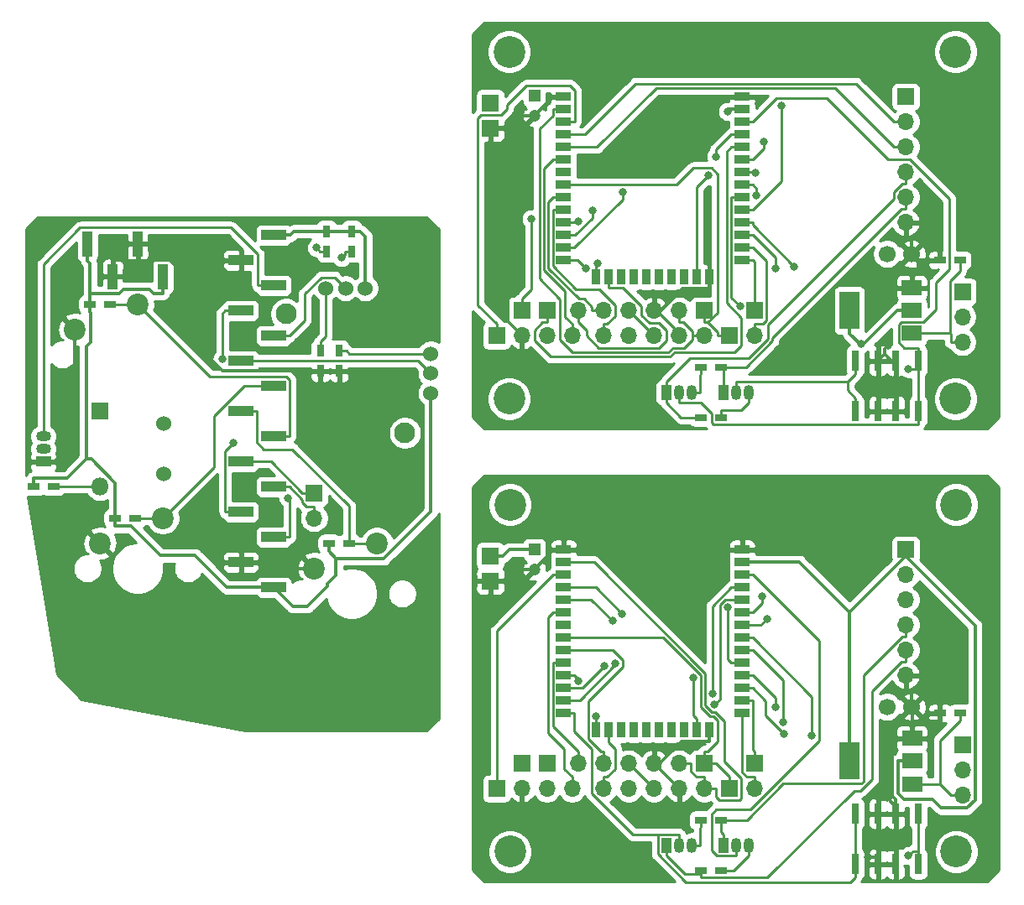
<source format=gbl>
G04 #@! TF.GenerationSoftware,KiCad,Pcbnew,(5.1.5)-3*
G04 #@! TF.CreationDate,2020-09-04T17:35:13+09:00*
G04 #@! TF.ProjectId,futureKeyboardRight&Base,66757475-7265-44b6-9579-626f61726452,rev?*
G04 #@! TF.SameCoordinates,Original*
G04 #@! TF.FileFunction,Copper,L2,Bot*
G04 #@! TF.FilePolarity,Positive*
%FSLAX46Y46*%
G04 Gerber Fmt 4.6, Leading zero omitted, Abs format (unit mm)*
G04 Created by KiCad (PCBNEW (5.1.5)-3) date 2020-09-04 17:35:13*
%MOMM*%
%LPD*%
G04 APERTURE LIST*
%ADD10R,1.200000X0.800000*%
%ADD11R,1.200000X1.200000*%
%ADD12C,1.200000*%
%ADD13O,1.800000X1.800000*%
%ADD14R,1.800000X1.800000*%
%ADD15R,1.700000X1.700000*%
%ADD16O,1.700000X1.700000*%
%ADD17C,1.524000*%
%ADD18C,1.700000*%
%ADD19O,1.050000X1.500000*%
%ADD20R,1.050000X1.500000*%
%ADD21R,1.500000X1.050000*%
%ADD22O,1.500000X1.050000*%
%ADD23R,0.800000X1.200000*%
%ADD24R,0.750000X2.000000*%
%ADD25C,2.200000*%
%ADD26R,1.524000X0.900000*%
%ADD27R,0.900000X1.500000*%
%ADD28R,2.000000X3.800000*%
%ADD29R,2.000000X1.500000*%
%ADD30C,2.100000*%
%ADD31R,1.000000X2.510000*%
%ADD32R,2.510000X1.000000*%
%ADD33C,3.210000*%
%ADD34C,0.800000*%
%ADD35C,0.250000*%
%ADD36C,0.350000*%
%ADD37C,0.254000*%
G04 APERTURE END LIST*
D10*
X115189000Y-50800000D03*
X117221000Y-50800000D03*
D11*
X74295000Y-34195000D03*
D12*
X74295000Y-36195000D03*
D10*
X117221000Y-96520000D03*
X115189000Y-96520000D03*
D12*
X74295000Y-82010000D03*
D11*
X74295000Y-80010000D03*
D13*
X30480000Y-73660000D03*
D14*
X30480000Y-66040000D03*
D15*
X69850000Y-34925000D03*
X75565000Y-55880000D03*
X73025000Y-55880000D03*
X70485000Y-58420000D03*
D16*
X73025000Y-58420000D03*
X75565000Y-58420000D03*
X78105000Y-58420000D03*
X81280000Y-58420000D03*
X83820000Y-58420000D03*
X86360000Y-58420000D03*
X88900000Y-58420000D03*
X91440000Y-58420000D03*
D15*
X93980000Y-58420000D03*
X91440000Y-55880000D03*
D16*
X88900000Y-55880000D03*
X86360000Y-55880000D03*
X83820000Y-55880000D03*
X81280000Y-55880000D03*
X78740000Y-55880000D03*
D15*
X69850000Y-37465000D03*
X69850000Y-80645000D03*
X96520000Y-101600000D03*
D16*
X96520000Y-104140000D03*
D15*
X75565000Y-101600000D03*
X73025000Y-101600000D03*
X70485000Y-104140000D03*
D16*
X73025000Y-104140000D03*
X75565000Y-104140000D03*
X78105000Y-104140000D03*
X78740000Y-101600000D03*
X81280000Y-101600000D03*
X83820000Y-101600000D03*
X86360000Y-101600000D03*
X88900000Y-101600000D03*
D15*
X91440000Y-101600000D03*
X93980000Y-104140000D03*
D16*
X91440000Y-104140000D03*
X88900000Y-104140000D03*
X86360000Y-104140000D03*
X83820000Y-104140000D03*
X81280000Y-104140000D03*
D15*
X69850000Y-83185000D03*
D17*
X36870000Y-72390000D03*
X36870000Y-67310000D03*
D18*
X112375000Y-50165000D03*
X109875000Y-50165000D03*
X109875000Y-95885000D03*
X112375000Y-95885000D03*
D19*
X88900000Y-64135000D03*
X90170000Y-64135000D03*
D20*
X87630000Y-64135000D03*
X93345000Y-64135000D03*
D19*
X95885000Y-64135000D03*
X94615000Y-64135000D03*
D21*
X24765000Y-71120000D03*
D22*
X24765000Y-68580000D03*
X24765000Y-69850000D03*
D19*
X94615000Y-109855000D03*
X95885000Y-109855000D03*
D20*
X93345000Y-109855000D03*
X87630000Y-109855000D03*
D19*
X90170000Y-109855000D03*
X88900000Y-109855000D03*
D10*
X91059000Y-61595000D03*
X93091000Y-61595000D03*
X93091000Y-66675000D03*
X91059000Y-66675000D03*
X23749000Y-73660000D03*
X25781000Y-73660000D03*
X34036000Y-76835000D03*
X32004000Y-76835000D03*
X53594000Y-79375000D03*
X55626000Y-79375000D03*
X31496000Y-55245000D03*
X29464000Y-55245000D03*
D23*
X53340000Y-49911000D03*
X53340000Y-47879000D03*
X55880000Y-47879000D03*
X55880000Y-49911000D03*
X54610000Y-59944000D03*
X54610000Y-61976000D03*
D10*
X91059000Y-112395000D03*
X93091000Y-112395000D03*
X91059000Y-107315000D03*
X93091000Y-107315000D03*
D15*
X117475000Y-53975000D03*
D16*
X117475000Y-56515000D03*
X117475000Y-59055000D03*
D24*
X108966000Y-66040000D03*
X106680000Y-66040000D03*
X106680000Y-60960000D03*
X108966000Y-60960000D03*
X110744000Y-60960000D03*
X113030000Y-60960000D03*
X113030000Y-66040000D03*
X110744000Y-66040000D03*
D25*
X36830000Y-76835000D03*
X30480000Y-79375000D03*
X58420000Y-79375000D03*
X52070000Y-81915000D03*
X27940000Y-57785000D03*
X34290000Y-55245000D03*
D16*
X117475000Y-104775000D03*
X117475000Y-102235000D03*
D15*
X117475000Y-99695000D03*
D24*
X108966000Y-106680000D03*
X106680000Y-106680000D03*
X106680000Y-111760000D03*
X108966000Y-111760000D03*
X110744000Y-106680000D03*
X113030000Y-106680000D03*
X113030000Y-111760000D03*
X110744000Y-111760000D03*
D26*
X77250000Y-50800000D03*
X77250000Y-49530000D03*
X77250000Y-48260000D03*
X77250000Y-46990000D03*
X77250000Y-45720000D03*
X77250000Y-44450000D03*
X77250000Y-43180000D03*
X77250000Y-41910000D03*
X77250000Y-40640000D03*
X77250000Y-39370000D03*
X77250000Y-38100000D03*
X77250000Y-36830000D03*
X77250000Y-35560000D03*
X77250000Y-34290000D03*
D27*
X91950000Y-52490000D03*
D26*
X95250000Y-34290000D03*
X95250000Y-35560000D03*
X95250000Y-36830000D03*
X95250000Y-38100000D03*
X95250000Y-39370000D03*
X95250000Y-40640000D03*
X95250000Y-41910000D03*
X95250000Y-43180000D03*
X95250000Y-44450000D03*
X95250000Y-45720000D03*
X95250000Y-46990000D03*
X95250000Y-48260000D03*
X95250000Y-49530000D03*
X95250000Y-50800000D03*
D27*
X90680000Y-52490000D03*
X89410000Y-52490000D03*
X88140000Y-52490000D03*
X86870000Y-52490000D03*
X85600000Y-52490000D03*
X84330000Y-52490000D03*
X83060000Y-52490000D03*
X81790000Y-52490000D03*
X80520000Y-52490000D03*
D28*
X106095000Y-101360000D03*
D29*
X112395000Y-101360000D03*
X112395000Y-103660000D03*
X112395000Y-99060000D03*
D27*
X80520000Y-98210000D03*
X81790000Y-98210000D03*
X83060000Y-98210000D03*
X84330000Y-98210000D03*
X85600000Y-98210000D03*
X86870000Y-98210000D03*
X88140000Y-98210000D03*
X89410000Y-98210000D03*
X90680000Y-98210000D03*
D26*
X95250000Y-96520000D03*
X95250000Y-95250000D03*
X95250000Y-93980000D03*
X95250000Y-92710000D03*
X95250000Y-91440000D03*
X95250000Y-90170000D03*
X95250000Y-88900000D03*
X95250000Y-87630000D03*
X95250000Y-86360000D03*
X95250000Y-85090000D03*
X95250000Y-83820000D03*
X95250000Y-82550000D03*
X95250000Y-81280000D03*
X95250000Y-80010000D03*
D27*
X91950000Y-98210000D03*
D26*
X77250000Y-80010000D03*
X77250000Y-81280000D03*
X77250000Y-82550000D03*
X77250000Y-83820000D03*
X77250000Y-85090000D03*
X77250000Y-86360000D03*
X77250000Y-87630000D03*
X77250000Y-88900000D03*
X77250000Y-90170000D03*
X77250000Y-91440000D03*
X77250000Y-92710000D03*
X77250000Y-93980000D03*
X77250000Y-95250000D03*
X77250000Y-96520000D03*
D23*
X52705000Y-59944000D03*
X52705000Y-61976000D03*
D17*
X63845000Y-64230000D03*
X63845000Y-62230000D03*
X63845000Y-60230000D03*
X57245000Y-53630000D03*
X55245000Y-53630000D03*
X53245000Y-53630000D03*
D30*
X49245000Y-56230000D03*
X61245000Y-68230000D03*
D31*
X36830000Y-52455000D03*
X31750000Y-52455000D03*
X34290000Y-49145000D03*
X29210000Y-49145000D03*
D15*
X96520000Y-55880000D03*
D16*
X96520000Y-58420000D03*
D32*
X48010000Y-48260000D03*
X48010000Y-53340000D03*
X48010000Y-58420000D03*
X48010000Y-63500000D03*
X48010000Y-68580000D03*
X48010000Y-73660000D03*
X48010000Y-78740000D03*
X48010000Y-83820000D03*
X44700000Y-50800000D03*
X44700000Y-55880000D03*
X44700000Y-60960000D03*
X44700000Y-66040000D03*
X44700000Y-71120000D03*
X44700000Y-76200000D03*
X44700000Y-81280000D03*
D16*
X52070000Y-76835000D03*
D15*
X52070000Y-74295000D03*
D16*
X111760000Y-46990000D03*
X111760000Y-44450000D03*
X111760000Y-41910000D03*
X111760000Y-39370000D03*
X111760000Y-36830000D03*
D15*
X111760000Y-34290000D03*
X111760000Y-80010000D03*
D16*
X111760000Y-82550000D03*
X111760000Y-85090000D03*
X111760000Y-87630000D03*
X111760000Y-90170000D03*
X111760000Y-92710000D03*
D28*
X106070000Y-55880000D03*
D29*
X112370000Y-55880000D03*
X112370000Y-58180000D03*
X112370000Y-53580000D03*
D33*
X116840000Y-75490000D03*
X71760000Y-29770000D03*
X71840000Y-75490000D03*
X116760000Y-29770000D03*
X71840000Y-110490000D03*
X71760000Y-64770000D03*
X116840000Y-110490000D03*
X116760000Y-64770000D03*
D34*
X79467800Y-51624800D03*
X112031600Y-61759100D03*
X107229200Y-59275800D03*
X93799000Y-35775100D03*
X112034000Y-110900700D03*
X91848200Y-42269800D03*
X90338900Y-92972200D03*
X73980100Y-46628800D03*
X92619000Y-40377800D03*
X92479900Y-95692700D03*
X92255400Y-94553800D03*
X82166800Y-87221400D03*
X83175900Y-86477600D03*
X99202400Y-35232600D03*
X93818900Y-85838200D03*
X80681000Y-51125500D03*
X83208400Y-43922500D03*
X80144000Y-45782200D03*
X78694600Y-46868600D03*
X96708600Y-44304000D03*
X95049700Y-55455500D03*
X97431900Y-38857000D03*
X96627800Y-41951900D03*
X80493300Y-96845500D03*
X98634900Y-95888500D03*
X99464000Y-98587100D03*
X102309700Y-98777500D03*
X99383500Y-97473000D03*
X97269000Y-84716900D03*
X97769600Y-86995000D03*
X82501500Y-91526400D03*
X81329900Y-91773300D03*
X78737500Y-93243200D03*
X109948300Y-59451600D03*
X89517400Y-34661200D03*
X100965000Y-31115000D03*
X107929200Y-111047300D03*
X39684300Y-53861500D03*
X42799700Y-60780400D03*
X43909900Y-69266000D03*
X52328700Y-49545900D03*
X49459800Y-74793400D03*
X54843000Y-50546000D03*
X100507800Y-51435000D03*
X98643400Y-51626100D03*
D35*
X77250000Y-50800000D02*
X78643000Y-50800000D01*
X78643000Y-50800000D02*
X79467800Y-51624800D01*
X105905600Y-63059700D02*
X106680000Y-62285300D01*
X94615000Y-63059700D02*
X105905600Y-63059700D01*
X105905600Y-63059700D02*
X105905600Y-63940300D01*
X105905600Y-63940300D02*
X106680000Y-64714700D01*
X106680000Y-66040000D02*
X106680000Y-64714700D01*
X106680000Y-60960000D02*
X106680000Y-62285300D01*
X94615000Y-64135000D02*
X94615000Y-63059700D01*
X113030000Y-61759100D02*
X113030000Y-60960000D01*
X113030000Y-64714700D02*
X113030000Y-61759100D01*
X113030000Y-61759100D02*
X112031600Y-61759100D01*
X113030000Y-66040000D02*
X113030000Y-67365300D01*
X113030000Y-67365300D02*
X112979900Y-67415400D01*
X112979900Y-67415400D02*
X92333800Y-67415400D01*
X92333800Y-67415400D02*
X92165600Y-67247200D01*
X92165600Y-67247200D02*
X92165600Y-66274000D01*
X92165600Y-66274000D02*
X91101900Y-65210300D01*
X91101900Y-65210300D02*
X88900000Y-65210300D01*
X113030000Y-65377300D02*
X113030000Y-66040000D01*
X88900000Y-64135000D02*
X88900000Y-65210300D01*
X113030000Y-60960000D02*
X113030000Y-59634700D01*
X95250000Y-36830000D02*
X96337300Y-36830000D01*
X96337300Y-36830000D02*
X98702500Y-34464800D01*
X98702500Y-34464800D02*
X103776400Y-34464800D01*
X103776400Y-34464800D02*
X109951600Y-40640000D01*
X109951600Y-40640000D02*
X112203300Y-40640000D01*
X112203300Y-40640000D02*
X116164400Y-44601100D01*
X116164400Y-44601100D02*
X116164400Y-51698000D01*
X116164400Y-51698000D02*
X114772400Y-53090000D01*
X114772400Y-53090000D02*
X114772400Y-55801500D01*
X114772400Y-55801500D02*
X113568500Y-57005400D01*
X113568500Y-57005400D02*
X111318300Y-57005400D01*
X111318300Y-57005400D02*
X111044600Y-57279100D01*
X111044600Y-57279100D02*
X111044600Y-59082600D01*
X111044600Y-59082600D02*
X111596700Y-59634700D01*
X111596700Y-59634700D02*
X113030000Y-59634700D01*
X113030000Y-65377300D02*
X113030000Y-64714700D01*
D36*
X83820000Y-55880000D02*
X86360000Y-58420000D01*
X107229200Y-59275800D02*
X107548900Y-59275800D01*
X107548900Y-59275800D02*
X110944700Y-55880000D01*
X107229200Y-59275800D02*
X107140500Y-59275800D01*
X107140500Y-59275800D02*
X106070000Y-58205300D01*
X112370000Y-55880000D02*
X110944700Y-55880000D01*
X106070000Y-55880000D02*
X106070000Y-58205300D01*
X94062700Y-35560000D02*
X94014100Y-35560000D01*
X94014100Y-35560000D02*
X93799000Y-35775100D01*
X95250000Y-35560000D02*
X94062700Y-35560000D01*
D35*
X86745600Y-108779700D02*
X84229200Y-108779700D01*
X84229200Y-108779700D02*
X80104600Y-104655100D01*
X80104600Y-104655100D02*
X80104600Y-100149900D01*
X80104600Y-100149900D02*
X78337300Y-98382600D01*
X78337300Y-98382600D02*
X78337300Y-96520000D01*
X88900000Y-108779700D02*
X86745600Y-108779700D01*
X86745600Y-108779700D02*
X86745600Y-110746500D01*
X86745600Y-110746500D02*
X89587400Y-113588300D01*
X89587400Y-113588300D02*
X106177000Y-113588300D01*
X106177000Y-113588300D02*
X106680000Y-113085300D01*
X106680000Y-111760000D02*
X106680000Y-113085300D01*
X77250000Y-96520000D02*
X78337300Y-96520000D01*
X88900000Y-109855000D02*
X88900000Y-108779700D01*
X106680000Y-106680000D02*
X106680000Y-111760000D01*
X95250000Y-82550000D02*
X96337300Y-82550000D01*
X113030000Y-110434700D02*
X113030000Y-106680000D01*
X113030000Y-110434700D02*
X112500000Y-110434700D01*
X112500000Y-110434700D02*
X112034000Y-110900700D01*
X113030000Y-111760000D02*
X113030000Y-110434700D01*
X94615000Y-109855000D02*
X94615000Y-110930300D01*
X96337300Y-82550000D02*
X103048400Y-89261100D01*
X103048400Y-89261100D02*
X103048400Y-99283600D01*
X103048400Y-99283600D02*
X96061000Y-106271000D01*
X96061000Y-106271000D02*
X92648100Y-106271000D01*
X92648100Y-106271000D02*
X92165600Y-106753500D01*
X92165600Y-106753500D02*
X92165600Y-110418200D01*
X92165600Y-110418200D02*
X92677700Y-110930300D01*
X92677700Y-110930300D02*
X94615000Y-110930300D01*
D36*
X86360000Y-104140000D02*
X83820000Y-101600000D01*
X106095000Y-86342800D02*
X106095000Y-101360000D01*
X111760000Y-80677800D02*
X106095000Y-86342800D01*
X95250000Y-81280000D02*
X101032200Y-81280000D01*
X101032200Y-81280000D02*
X106095000Y-86342800D01*
X110969700Y-101360000D02*
X110969700Y-104610800D01*
X110969700Y-104610800D02*
X111582600Y-105223700D01*
X111582600Y-105223700D02*
X114474000Y-105223700D01*
X114474000Y-105223700D02*
X115340600Y-106090300D01*
X115340600Y-106090300D02*
X117963500Y-106090300D01*
X117963500Y-106090300D02*
X118775000Y-105278800D01*
X118775000Y-105278800D02*
X118775000Y-87692800D01*
X118775000Y-87692800D02*
X111760000Y-80677800D01*
X111760000Y-80010000D02*
X111760000Y-80677800D01*
X69850000Y-80645000D02*
X71125300Y-80645000D01*
X74295000Y-80010000D02*
X71760300Y-80010000D01*
X71760300Y-80010000D02*
X71125300Y-80645000D01*
X112395000Y-101360000D02*
X110969700Y-101360000D01*
D35*
X30480000Y-73660000D02*
X25781000Y-73660000D01*
X91848200Y-42269800D02*
X90680000Y-43438000D01*
X90680000Y-43438000D02*
X90680000Y-52490000D01*
X90680000Y-98210000D02*
X90680000Y-97134700D01*
X90338900Y-92972200D02*
X90338900Y-96793600D01*
X90338900Y-96793600D02*
X90680000Y-97134700D01*
X96337300Y-49530000D02*
X97695300Y-50888000D01*
X97695300Y-50888000D02*
X97695300Y-56877500D01*
X97695300Y-56877500D02*
X97328100Y-57244700D01*
X97328100Y-57244700D02*
X96520000Y-57244700D01*
X96520000Y-58420000D02*
X96520000Y-57244700D01*
X95250000Y-49530000D02*
X96337300Y-49530000D01*
X96520000Y-54704700D02*
X96520000Y-50982700D01*
X96520000Y-50982700D02*
X96337300Y-50800000D01*
X95250000Y-50800000D02*
X96337300Y-50800000D01*
X96520000Y-55880000D02*
X96520000Y-54704700D01*
X94162700Y-39370000D02*
X93702400Y-39830300D01*
X93702400Y-39830300D02*
X93702400Y-55133900D01*
X93702400Y-55133900D02*
X95155400Y-56586900D01*
X95155400Y-56586900D02*
X95155400Y-59414200D01*
X95155400Y-59414200D02*
X94461300Y-60108300D01*
X94461300Y-60108300D02*
X88452000Y-60108300D01*
X88452000Y-60108300D02*
X88003200Y-60557100D01*
X88003200Y-60557100D02*
X75930700Y-60557100D01*
X75930700Y-60557100D02*
X74295000Y-58921400D01*
X74295000Y-58921400D02*
X74295000Y-57884600D01*
X74295000Y-57884600D02*
X75124300Y-57055300D01*
X75124300Y-57055300D02*
X75565000Y-57055300D01*
X95250000Y-39370000D02*
X94162700Y-39370000D01*
X75565000Y-55880000D02*
X75565000Y-57055300D01*
X73980100Y-46628800D02*
X73980100Y-53749600D01*
X73980100Y-53749600D02*
X73025000Y-54704700D01*
X95250000Y-38100000D02*
X94162700Y-38100000D01*
X73025000Y-55880000D02*
X73025000Y-54704700D01*
X94162700Y-38100000D02*
X92619000Y-39643700D01*
X92619000Y-39643700D02*
X92619000Y-40377800D01*
X70485000Y-58420000D02*
X70485000Y-57244700D01*
X77250000Y-36830000D02*
X78337300Y-36830000D01*
X78337300Y-36830000D02*
X78387400Y-36779900D01*
X78387400Y-36779900D02*
X78387400Y-33673400D01*
X78387400Y-33673400D02*
X77904600Y-33190600D01*
X77904600Y-33190600D02*
X73492100Y-33190600D01*
X73492100Y-33190600D02*
X71527800Y-35154900D01*
X71527800Y-35154900D02*
X71527800Y-35528300D01*
X71527800Y-35528300D02*
X70905700Y-36150400D01*
X70905700Y-36150400D02*
X68909700Y-36150400D01*
X68909700Y-36150400D02*
X68609800Y-36450300D01*
X68609800Y-36450300D02*
X68609800Y-55369500D01*
X68609800Y-55369500D02*
X70485000Y-57244700D01*
X76162700Y-40640000D02*
X75262100Y-41540600D01*
X75262100Y-41540600D02*
X75262100Y-51783500D01*
X75262100Y-51783500D02*
X77372400Y-53893800D01*
X77372400Y-53893800D02*
X77372400Y-56512100D01*
X77372400Y-56512100D02*
X78105000Y-57244700D01*
X78105000Y-58420000D02*
X78105000Y-57244700D01*
X77250000Y-40640000D02*
X76162700Y-40640000D01*
X81280000Y-57244700D02*
X81647400Y-57244700D01*
X81647400Y-57244700D02*
X82455300Y-56436800D01*
X82455300Y-56436800D02*
X82455300Y-55335600D01*
X82455300Y-55335600D02*
X80849400Y-53729700D01*
X80849400Y-53729700D02*
X78482200Y-53729700D01*
X78482200Y-53729700D02*
X76162700Y-51410200D01*
X76162700Y-51410200D02*
X76162700Y-45720000D01*
X81280000Y-58420000D02*
X81280000Y-57244700D01*
X77250000Y-45720000D02*
X76162700Y-45720000D01*
X81280000Y-55880000D02*
X80104700Y-55880000D01*
X77250000Y-44450000D02*
X76162700Y-44450000D01*
X76162700Y-44450000D02*
X75712400Y-44900300D01*
X75712400Y-44900300D02*
X75712400Y-51596800D01*
X75712400Y-51596800D02*
X78820300Y-54704700D01*
X78820300Y-54704700D02*
X79296800Y-54704700D01*
X79296800Y-54704700D02*
X80104700Y-55512600D01*
X80104700Y-55512600D02*
X80104700Y-55880000D01*
X76162700Y-35560000D02*
X76162700Y-36177000D01*
X76162700Y-36177000D02*
X74811800Y-37527900D01*
X74811800Y-37527900D02*
X74811800Y-52668200D01*
X74811800Y-52668200D02*
X76870300Y-54726700D01*
X76870300Y-54726700D02*
X76870300Y-58864000D01*
X76870300Y-58864000D02*
X78113100Y-60106800D01*
X78113100Y-60106800D02*
X87816500Y-60106800D01*
X87816500Y-60106800D02*
X88266800Y-59656500D01*
X88266800Y-59656500D02*
X89432400Y-59656500D01*
X89432400Y-59656500D02*
X90264700Y-58824200D01*
X90264700Y-58824200D02*
X90264700Y-58420000D01*
X77250000Y-35560000D02*
X76162700Y-35560000D01*
X88900000Y-55880000D02*
X88900000Y-57055300D01*
X88900000Y-57055300D02*
X89340700Y-57055300D01*
X89340700Y-57055300D02*
X90264700Y-57979300D01*
X90264700Y-57979300D02*
X90264700Y-58420000D01*
X91440000Y-58420000D02*
X90264700Y-58420000D01*
X91807300Y-57055300D02*
X92804700Y-58052700D01*
X92804700Y-58052700D02*
X92804700Y-58420000D01*
X91440000Y-57055300D02*
X91807300Y-57055300D01*
X77250000Y-43180000D02*
X88653500Y-43180000D01*
X88653500Y-43180000D02*
X90330800Y-41502700D01*
X90330800Y-41502700D02*
X92168300Y-41502700D01*
X92168300Y-41502700D02*
X92780900Y-42115300D01*
X92780900Y-42115300D02*
X92780900Y-56081700D01*
X92780900Y-56081700D02*
X91807300Y-57055300D01*
X93980000Y-58420000D02*
X92804700Y-58420000D01*
X91440000Y-55880000D02*
X91440000Y-57055300D01*
X78740000Y-55880000D02*
X78740000Y-57055300D01*
X81790000Y-52490000D02*
X81790000Y-53565300D01*
X81790000Y-53565300D02*
X83254500Y-53565300D01*
X83254500Y-53565300D02*
X85090000Y-55400800D01*
X85090000Y-55400800D02*
X85090000Y-56343000D01*
X85090000Y-56343000D02*
X85897000Y-57150000D01*
X85897000Y-57150000D02*
X86852000Y-57150000D01*
X86852000Y-57150000D02*
X87630000Y-57928000D01*
X87630000Y-57928000D02*
X87630000Y-58900300D01*
X87630000Y-58900300D02*
X86873800Y-59656500D01*
X86873800Y-59656500D02*
X80807100Y-59656500D01*
X80807100Y-59656500D02*
X79571100Y-58420500D01*
X79571100Y-58420500D02*
X79571100Y-57886400D01*
X79571100Y-57886400D02*
X78740000Y-57055300D01*
X96520000Y-101600000D02*
X96520000Y-100424700D01*
X95250000Y-95250000D02*
X96337300Y-95250000D01*
X96337300Y-95250000D02*
X96337300Y-100242000D01*
X96337300Y-100242000D02*
X96520000Y-100424700D01*
X96520000Y-104140000D02*
X96520000Y-102964700D01*
X95250000Y-96520000D02*
X95250000Y-102502700D01*
X95250000Y-102502700D02*
X95712000Y-102964700D01*
X95712000Y-102964700D02*
X96520000Y-102964700D01*
X92479900Y-95692700D02*
X93006000Y-95166600D01*
X93006000Y-95166600D02*
X93006000Y-85613600D01*
X93006000Y-85613600D02*
X93529600Y-85090000D01*
X93529600Y-85090000D02*
X95250000Y-85090000D01*
X94162700Y-83820000D02*
X92255400Y-85727300D01*
X92255400Y-85727300D02*
X92255400Y-94553800D01*
X95250000Y-83820000D02*
X94162700Y-83820000D01*
X77250000Y-82550000D02*
X76162700Y-82550000D01*
X76162700Y-82550000D02*
X70485000Y-88227700D01*
X70485000Y-88227700D02*
X70485000Y-104140000D01*
X78105000Y-104140000D02*
X78105000Y-102964700D01*
X77250000Y-86360000D02*
X76162700Y-86360000D01*
X76162700Y-86360000D02*
X75706400Y-86816300D01*
X75706400Y-86816300D02*
X75706400Y-98550000D01*
X75706400Y-98550000D02*
X77273900Y-100117500D01*
X77273900Y-100117500D02*
X77273900Y-102133600D01*
X77273900Y-102133600D02*
X78105000Y-102964700D01*
X78740000Y-101600000D02*
X78740000Y-100424700D01*
X77250000Y-91440000D02*
X76162700Y-91440000D01*
X76162700Y-91440000D02*
X76162700Y-97847400D01*
X76162700Y-97847400D02*
X78740000Y-100424700D01*
X81280000Y-100424700D02*
X81030200Y-100424700D01*
X81030200Y-100424700D02*
X79744600Y-99139100D01*
X79744600Y-99139100D02*
X79744600Y-95309100D01*
X79744600Y-95309100D02*
X83241200Y-91812500D01*
X83241200Y-91812500D02*
X83241200Y-91207400D01*
X83241200Y-91207400D02*
X82203800Y-90170000D01*
X82203800Y-90170000D02*
X78337300Y-90170000D01*
X77250000Y-90170000D02*
X78337300Y-90170000D01*
X81280000Y-101600000D02*
X81280000Y-100424700D01*
X78337300Y-81280000D02*
X80309400Y-81280000D01*
X80309400Y-81280000D02*
X91514500Y-92485100D01*
X91514500Y-92485100D02*
X91514500Y-95753000D01*
X91514500Y-95753000D02*
X92179500Y-96418000D01*
X92179500Y-96418000D02*
X92561400Y-96418000D01*
X92561400Y-96418000D02*
X93467600Y-97324200D01*
X93467600Y-97324200D02*
X93467600Y-101383100D01*
X93467600Y-101383100D02*
X95155400Y-103070900D01*
X95155400Y-103070900D02*
X95155400Y-105171100D01*
X95155400Y-105171100D02*
X95011100Y-105315400D01*
X95011100Y-105315400D02*
X92982700Y-105315400D01*
X92982700Y-105315400D02*
X92615300Y-104948000D01*
X92615300Y-104948000D02*
X92615300Y-104140000D01*
X77250000Y-81280000D02*
X78337300Y-81280000D01*
X91440000Y-104140000D02*
X92615300Y-104140000D01*
X91440000Y-103664900D02*
X91440000Y-104140000D01*
X91440000Y-103664900D02*
X91440000Y-102964700D01*
X88900000Y-101600000D02*
X90075300Y-101600000D01*
X91440000Y-102964700D02*
X90632000Y-102964700D01*
X90632000Y-102964700D02*
X90075300Y-102408000D01*
X90075300Y-102408000D02*
X90075300Y-101600000D01*
X77250000Y-88900000D02*
X87292500Y-88900000D01*
X87292500Y-88900000D02*
X91064200Y-92671700D01*
X91064200Y-92671700D02*
X91064200Y-95939600D01*
X91064200Y-95939600D02*
X91992900Y-96868300D01*
X91992900Y-96868300D02*
X92372100Y-96868300D01*
X92372100Y-96868300D02*
X92776700Y-97272900D01*
X92776700Y-97272900D02*
X92776700Y-99381800D01*
X92776700Y-99381800D02*
X91733800Y-100424700D01*
X91733800Y-100424700D02*
X91440000Y-100424700D01*
X91440000Y-101600000D02*
X92615300Y-101600000D01*
X93980000Y-104140000D02*
X93980000Y-102964700D01*
X93980000Y-102964700D02*
X92615300Y-101600000D01*
X91440000Y-101600000D02*
X91440000Y-100424700D01*
X81280000Y-104140000D02*
X81280000Y-102964700D01*
X81790000Y-98210000D02*
X81790000Y-99432800D01*
X81790000Y-99432800D02*
X82464200Y-100107000D01*
X82464200Y-100107000D02*
X82464200Y-102145800D01*
X82464200Y-102145800D02*
X81645300Y-102964700D01*
X81645300Y-102964700D02*
X81280000Y-102964700D01*
X111760000Y-36830000D02*
X110584700Y-36830000D01*
X110584700Y-36830000D02*
X106735700Y-32981000D01*
X106735700Y-32981000D02*
X84513200Y-32981000D01*
X84513200Y-32981000D02*
X79394200Y-38100000D01*
X79394200Y-38100000D02*
X77250000Y-38100000D01*
X77250000Y-39370000D02*
X80630600Y-39370000D01*
X80630600Y-39370000D02*
X86569200Y-33431400D01*
X86569200Y-33431400D02*
X104646100Y-33431400D01*
X104646100Y-33431400D02*
X110584700Y-39370000D01*
X111760000Y-39370000D02*
X110584700Y-39370000D01*
X87630000Y-64135000D02*
X87630000Y-63059700D01*
X111760000Y-41910000D02*
X111760000Y-43085300D01*
X111760000Y-43085300D02*
X111392600Y-43085300D01*
X111392600Y-43085300D02*
X110584700Y-43893200D01*
X110584700Y-43893200D02*
X110584700Y-44625000D01*
X110584700Y-44625000D02*
X97870200Y-57339500D01*
X97870200Y-57339500D02*
X97870200Y-58753800D01*
X97870200Y-58753800D02*
X95909900Y-60714100D01*
X95909900Y-60714100D02*
X89975600Y-60714100D01*
X89975600Y-60714100D02*
X87630000Y-63059700D01*
X87630000Y-64135000D02*
X87630000Y-65210300D01*
X87630000Y-65210300D02*
X89094700Y-66675000D01*
X89094700Y-66675000D02*
X91059000Y-66675000D01*
X111760000Y-44450000D02*
X111760000Y-45625300D01*
X111760000Y-45625300D02*
X111317000Y-45625300D01*
X111317000Y-45625300D02*
X98320600Y-58621700D01*
X98320600Y-58621700D02*
X98320600Y-58940300D01*
X98320600Y-58940300D02*
X95665900Y-61595000D01*
X95665900Y-61595000D02*
X93345000Y-61595000D01*
X93345000Y-61595000D02*
X93091000Y-61595000D01*
X93345000Y-61595000D02*
X93345000Y-63059700D01*
X93345000Y-64135000D02*
X93345000Y-63059700D01*
X91059000Y-113120300D02*
X97818300Y-113120300D01*
X97818300Y-113120300D02*
X106578500Y-104360100D01*
X106578500Y-104360100D02*
X107215400Y-104360100D01*
X107215400Y-104360100D02*
X108388800Y-103186700D01*
X108388800Y-103186700D02*
X108388800Y-94275800D01*
X108388800Y-94275800D02*
X111319300Y-91345300D01*
X111319300Y-91345300D02*
X111760000Y-91345300D01*
X87630000Y-109855000D02*
X87630000Y-110930300D01*
X91059000Y-112757600D02*
X89457300Y-112757600D01*
X89457300Y-112757600D02*
X87630000Y-110930300D01*
X91059000Y-112757600D02*
X91059000Y-113120300D01*
X91059000Y-112395000D02*
X91059000Y-112757600D01*
X111760000Y-90170000D02*
X111760000Y-91345300D01*
X93345000Y-109855000D02*
X93345000Y-108779700D01*
X93345000Y-108779700D02*
X93091000Y-108525700D01*
X93091000Y-108525700D02*
X93091000Y-107315000D01*
X111760000Y-87630000D02*
X111760000Y-88805300D01*
X111760000Y-88805300D02*
X111392700Y-88805300D01*
X111392700Y-88805300D02*
X107488100Y-92709900D01*
X107488100Y-92709900D02*
X107488100Y-103410100D01*
X107488100Y-103410100D02*
X107262800Y-103635400D01*
X107262800Y-103635400D02*
X99406900Y-103635400D01*
X99406900Y-103635400D02*
X95727300Y-107315000D01*
X95727300Y-107315000D02*
X93091000Y-107315000D01*
X77250000Y-85090000D02*
X80035400Y-85090000D01*
X80035400Y-85090000D02*
X82166800Y-87221400D01*
X77250000Y-83820000D02*
X80518300Y-83820000D01*
X80518300Y-83820000D02*
X83175900Y-86477600D01*
X91059000Y-61595000D02*
X91059000Y-62320300D01*
X90170000Y-64135000D02*
X91020300Y-64135000D01*
X91020300Y-64135000D02*
X91020300Y-62359000D01*
X91020300Y-62359000D02*
X91059000Y-62320300D01*
X93091000Y-65949700D02*
X95145600Y-65949700D01*
X95145600Y-65949700D02*
X95885000Y-65210300D01*
X93091000Y-66675000D02*
X93091000Y-65949700D01*
X95885000Y-64135000D02*
X95885000Y-65210300D01*
X96337300Y-45720000D02*
X99202400Y-42854900D01*
X99202400Y-42854900D02*
X99202400Y-35232600D01*
X95250000Y-45720000D02*
X96337300Y-45720000D01*
X95885000Y-109855000D02*
X95885000Y-110930300D01*
X95885000Y-110930300D02*
X94420300Y-112395000D01*
X94420300Y-112395000D02*
X93091000Y-112395000D01*
X91059000Y-107315000D02*
X91059000Y-108040300D01*
X90170000Y-109855000D02*
X91020300Y-109855000D01*
X91020300Y-109855000D02*
X91020300Y-108079000D01*
X91020300Y-108079000D02*
X91059000Y-108040300D01*
X94162700Y-91440000D02*
X93818900Y-91096200D01*
X93818900Y-91096200D02*
X93818900Y-85838200D01*
X95250000Y-91440000D02*
X94162700Y-91440000D01*
X80520000Y-52490000D02*
X80520000Y-51414700D01*
X80520000Y-51414700D02*
X80681000Y-51253700D01*
X80681000Y-51253700D02*
X80681000Y-51125500D01*
X77250000Y-49530000D02*
X78337300Y-49530000D01*
X78337300Y-49530000D02*
X83208400Y-44658900D01*
X83208400Y-44658900D02*
X83208400Y-43922500D01*
X80144000Y-45782200D02*
X80144000Y-46515800D01*
X80144000Y-46515800D02*
X78399800Y-48260000D01*
X78399800Y-48260000D02*
X77250000Y-48260000D01*
X78337300Y-46990000D02*
X78458700Y-46868600D01*
X78458700Y-46868600D02*
X78694600Y-46868600D01*
X77250000Y-46990000D02*
X78337300Y-46990000D01*
X95250000Y-43180000D02*
X96337300Y-43180000D01*
X96708600Y-44304000D02*
X96708600Y-43551300D01*
X96708600Y-43551300D02*
X96337300Y-43180000D01*
X95250000Y-44450000D02*
X94162700Y-44450000D01*
X95049700Y-55455500D02*
X94162700Y-54568500D01*
X94162700Y-54568500D02*
X94162700Y-44450000D01*
X54610000Y-59944000D02*
X55335300Y-59944000D01*
X63845000Y-60230000D02*
X55621300Y-60230000D01*
X55621300Y-60230000D02*
X55335300Y-59944000D01*
X95250000Y-40640000D02*
X96337300Y-40640000D01*
X97431900Y-38857000D02*
X97431900Y-39545400D01*
X97431900Y-39545400D02*
X96337300Y-40640000D01*
X95250000Y-41910000D02*
X96337300Y-41910000D01*
X96627800Y-41951900D02*
X96379200Y-41951900D01*
X96379200Y-41951900D02*
X96337300Y-41910000D01*
X80520000Y-98210000D02*
X80520000Y-97134700D01*
X80520000Y-97134700D02*
X80493300Y-97108000D01*
X80493300Y-97108000D02*
X80493300Y-96845500D01*
X98634900Y-95888500D02*
X98634900Y-95007600D01*
X98634900Y-95007600D02*
X96337300Y-92710000D01*
X95250000Y-92710000D02*
X96337300Y-92710000D01*
X99464000Y-98587100D02*
X97645800Y-96768900D01*
X97645800Y-96768900D02*
X97645800Y-95288500D01*
X97645800Y-95288500D02*
X96337300Y-93980000D01*
X95250000Y-93980000D02*
X96337300Y-93980000D01*
X95250000Y-88900000D02*
X96337300Y-88900000D01*
X96337300Y-88900000D02*
X102309700Y-94872400D01*
X102309700Y-94872400D02*
X102309700Y-98777500D01*
X95250000Y-90170000D02*
X96337300Y-90170000D01*
X96337300Y-90170000D02*
X99383500Y-93216200D01*
X99383500Y-93216200D02*
X99383500Y-97473000D01*
X95250000Y-86360000D02*
X96337300Y-86360000D01*
X97269000Y-84716900D02*
X97269000Y-85428300D01*
X97269000Y-85428300D02*
X96337300Y-86360000D01*
X96337300Y-87630000D02*
X97134600Y-87630000D01*
X97134600Y-87630000D02*
X97769600Y-86995000D01*
X95250000Y-87630000D02*
X96337300Y-87630000D01*
X77250000Y-95250000D02*
X78879000Y-95250000D01*
X78879000Y-95250000D02*
X82501500Y-91627500D01*
X82501500Y-91627500D02*
X82501500Y-91526400D01*
X81329900Y-91773300D02*
X79123200Y-93980000D01*
X79123200Y-93980000D02*
X77250000Y-93980000D01*
X78337300Y-92710000D02*
X78737500Y-93110200D01*
X78737500Y-93110200D02*
X78737500Y-93243200D01*
X77250000Y-92710000D02*
X78337300Y-92710000D01*
D36*
X71587600Y-37465000D02*
X71587600Y-56982600D01*
X71587600Y-56982600D02*
X73025000Y-58420000D01*
X74295000Y-36195000D02*
X72857600Y-36195000D01*
X72857600Y-36195000D02*
X71587600Y-37465000D01*
X71125300Y-37465000D02*
X71587600Y-37465000D01*
X109636000Y-60290000D02*
X109636000Y-59763900D01*
X109636000Y-59763900D02*
X109948300Y-59451600D01*
X113010000Y-50800000D02*
X114163700Y-50800000D01*
X112375000Y-50165000D02*
X113010000Y-50800000D01*
X113010000Y-50800000D02*
X113010000Y-51764700D01*
X113010000Y-51764700D02*
X112370000Y-52404700D01*
X112370000Y-53580000D02*
X112370000Y-52404700D01*
X109636000Y-60290000D02*
X110306000Y-60960000D01*
X110306000Y-60960000D02*
X110744000Y-60960000D01*
X109636000Y-60290000D02*
X108966000Y-60960000D01*
X95250000Y-34290000D02*
X94062700Y-34290000D01*
X89517400Y-34661200D02*
X93691500Y-34661200D01*
X93691500Y-34661200D02*
X94062700Y-34290000D01*
X77250000Y-34290000D02*
X76062700Y-34290000D01*
X74295000Y-36195000D02*
X76062700Y-34427300D01*
X76062700Y-34427300D02*
X76062700Y-34290000D01*
X110744000Y-64614700D02*
X110744000Y-62385300D01*
X110744000Y-60960000D02*
X110744000Y-62385300D01*
X110744000Y-64614700D02*
X108966000Y-64614700D01*
X69850000Y-37465000D02*
X71125300Y-37465000D01*
X86833500Y-56073400D02*
X88900000Y-58140000D01*
X88900000Y-58140000D02*
X88900000Y-58420000D01*
X86360000Y-55880000D02*
X86640000Y-55880000D01*
X86640000Y-55880000D02*
X86833500Y-56073400D01*
X86833500Y-56073400D02*
X89241600Y-53665300D01*
X89241600Y-53665300D02*
X91950000Y-53665300D01*
X91950000Y-52490000D02*
X91950000Y-53665300D01*
X115189000Y-50800000D02*
X114163700Y-50800000D01*
X108966000Y-66040000D02*
X108966000Y-64614700D01*
X110744000Y-66040000D02*
X110744000Y-64614700D01*
X111760000Y-46990000D02*
X111760000Y-48265300D01*
X111760000Y-48265300D02*
X112375000Y-48880300D01*
X112375000Y-48880300D02*
X112375000Y-50165000D01*
X108966000Y-111047300D02*
X107929200Y-111047300D01*
X108966000Y-111047300D02*
X108966000Y-110334700D01*
X108966000Y-111760000D02*
X108966000Y-111047300D01*
X69850000Y-83185000D02*
X71125300Y-83185000D01*
X71125300Y-83185000D02*
X72300300Y-82010000D01*
X72300300Y-82010000D02*
X74295000Y-82010000D01*
X111760000Y-92710000D02*
X111760000Y-93985300D01*
X111760000Y-93985300D02*
X112375000Y-94600300D01*
X112375000Y-94600300D02*
X112375000Y-95885000D01*
X110744000Y-106680000D02*
X110744000Y-110334700D01*
X110744000Y-106323600D02*
X110744000Y-106680000D01*
X110744000Y-111760000D02*
X110744000Y-110334700D01*
X110744000Y-110334700D02*
X108966000Y-110334700D01*
X110744000Y-106323600D02*
X110744000Y-105967300D01*
X108966000Y-106680000D02*
X108966000Y-105254700D01*
X110744000Y-105967300D02*
X110031400Y-105254700D01*
X110031400Y-105254700D02*
X108966000Y-105254700D01*
X110744000Y-105967300D02*
X110744000Y-105254700D01*
X110969700Y-99060000D02*
X110368800Y-99660900D01*
X110368800Y-99660900D02*
X110368800Y-104879500D01*
X110368800Y-104879500D02*
X110744000Y-105254700D01*
X86920000Y-101600000D02*
X86920000Y-102160000D01*
X86920000Y-102160000D02*
X88900000Y-104140000D01*
X91950000Y-99385300D02*
X89134700Y-99385300D01*
X89134700Y-99385300D02*
X86920000Y-101600000D01*
X86920000Y-101600000D02*
X86360000Y-101600000D01*
X77250000Y-80010000D02*
X76062700Y-80010000D01*
X112395000Y-97345300D02*
X112395000Y-95905000D01*
X112395000Y-95905000D02*
X112375000Y-95885000D01*
X112395000Y-99060000D02*
X112395000Y-97345300D01*
X112395000Y-97345300D02*
X115189000Y-97345300D01*
X115189000Y-96520000D02*
X115189000Y-97345300D01*
X112395000Y-99060000D02*
X110969700Y-99060000D01*
X91950000Y-98210000D02*
X91950000Y-99385300D01*
X95250000Y-80010000D02*
X77250000Y-80010000D01*
X76062700Y-80010000D02*
X76062700Y-80242300D01*
X76062700Y-80242300D02*
X74295000Y-82010000D01*
D35*
X52705000Y-59944000D02*
X52705000Y-59018700D01*
X53245000Y-53630000D02*
X53245000Y-58478700D01*
X53245000Y-58478700D02*
X52705000Y-59018700D01*
D36*
X39684300Y-53861500D02*
X39684300Y-58832100D01*
X39684300Y-58832100D02*
X42828200Y-61976000D01*
X42828200Y-61976000D02*
X52705000Y-61976000D01*
X54610000Y-61976000D02*
X52705000Y-61976000D01*
X52070000Y-81915000D02*
X47015300Y-81915000D01*
X47015300Y-81915000D02*
X46380300Y-81280000D01*
X34290000Y-50825300D02*
X32675200Y-50825300D01*
X32675200Y-50825300D02*
X32624600Y-50774700D01*
X32624600Y-50774700D02*
X31750000Y-50774700D01*
X40141100Y-53404700D02*
X37509000Y-50772700D01*
X37509000Y-50772700D02*
X35267900Y-50772700D01*
X35267900Y-50772700D02*
X35215300Y-50825300D01*
X35215300Y-50825300D02*
X34290000Y-50825300D01*
X31750000Y-52455000D02*
X31750000Y-50774700D01*
X43019700Y-50800000D02*
X40414900Y-53404800D01*
X40414900Y-53404800D02*
X40141100Y-53404800D01*
X40141100Y-53404800D02*
X40141100Y-53404700D01*
X40141100Y-53404700D02*
X39684300Y-53861500D01*
X34290000Y-49145000D02*
X34290000Y-50825300D01*
X44700000Y-81280000D02*
X46380300Y-81280000D01*
X44700000Y-50800000D02*
X43019700Y-50800000D01*
X25940300Y-71120000D02*
X27950100Y-69110200D01*
X27950100Y-69110200D02*
X27950100Y-57795100D01*
X27950100Y-57795100D02*
X27940000Y-57785000D01*
X24765000Y-71120000D02*
X25940300Y-71120000D01*
X29116800Y-70884100D02*
X29594500Y-70884100D01*
X29594500Y-70884100D02*
X32004000Y-73293600D01*
X32004000Y-73293600D02*
X32004000Y-76835000D01*
X23749000Y-72834700D02*
X27166200Y-72834700D01*
X27166200Y-72834700D02*
X29116800Y-70884100D01*
X29116800Y-70884100D02*
X29116800Y-59528200D01*
X29116800Y-59528200D02*
X29535300Y-59109700D01*
X29535300Y-59109700D02*
X29535300Y-56141600D01*
X29535300Y-56141600D02*
X29464000Y-56070300D01*
X29464000Y-55245000D02*
X29464000Y-56070300D01*
X29464000Y-54136900D02*
X29464000Y-51079300D01*
X29464000Y-51079300D02*
X29210000Y-50825300D01*
X29464000Y-55245000D02*
X29464000Y-54136900D01*
X29464000Y-54136900D02*
X32430900Y-54136900D01*
X32430900Y-54136900D02*
X32852700Y-53715100D01*
X32852700Y-53715100D02*
X35484500Y-53715100D01*
X35484500Y-53715100D02*
X35904700Y-54135300D01*
X35904700Y-54135300D02*
X36830000Y-54135300D01*
X36830000Y-52455000D02*
X36830000Y-54135300D01*
X29210000Y-49145000D02*
X29210000Y-50825300D01*
X48010000Y-83820000D02*
X43259400Y-83820000D01*
X43259400Y-83820000D02*
X40041600Y-80602200D01*
X40041600Y-80602200D02*
X36543600Y-80602200D01*
X36543600Y-80602200D02*
X33601700Y-77660300D01*
X33601700Y-77660300D02*
X32004000Y-77660300D01*
X54295800Y-80902100D02*
X54295800Y-82593100D01*
X54295800Y-82593100D02*
X53410000Y-83478900D01*
X53410000Y-83478900D02*
X53410000Y-83699000D01*
X53410000Y-83699000D02*
X51369700Y-85739300D01*
X51369700Y-85739300D02*
X49929300Y-85739300D01*
X49929300Y-85739300D02*
X48010000Y-83820000D01*
X32004000Y-76835000D02*
X32004000Y-77660300D01*
X23749000Y-73660000D02*
X23749000Y-72834700D01*
X48010000Y-48260000D02*
X49690300Y-48260000D01*
X53340000Y-47879000D02*
X50071300Y-47879000D01*
X50071300Y-47879000D02*
X49690300Y-48260000D01*
X55880000Y-47879000D02*
X53340000Y-47879000D01*
X55880000Y-47879000D02*
X56705300Y-47879000D01*
X57245000Y-53630000D02*
X57245000Y-48418700D01*
X57245000Y-48418700D02*
X56705300Y-47879000D01*
X54295800Y-80902100D02*
X53594000Y-80200300D01*
X63845000Y-64230000D02*
X63845000Y-76181800D01*
X63845000Y-76181800D02*
X59124700Y-80902100D01*
X59124700Y-80902100D02*
X54295800Y-80902100D01*
X53594000Y-79375000D02*
X53594000Y-80200300D01*
D35*
X44700000Y-55880000D02*
X43119700Y-55880000D01*
X42799700Y-60780400D02*
X42799700Y-56200000D01*
X42799700Y-56200000D02*
X43119700Y-55880000D01*
X44700000Y-76200000D02*
X43119700Y-76200000D01*
X43119700Y-76200000D02*
X43119700Y-70056200D01*
X43119700Y-70056200D02*
X43909900Y-69266000D01*
X52702300Y-49911000D02*
X52693800Y-49911000D01*
X52693800Y-49911000D02*
X52328700Y-49545900D01*
X53340000Y-49911000D02*
X52702300Y-49911000D01*
X44700000Y-66040000D02*
X46280300Y-66040000D01*
X46280300Y-66040000D02*
X46280300Y-69133500D01*
X46280300Y-69133500D02*
X47025000Y-69878200D01*
X47025000Y-69878200D02*
X49896300Y-69878200D01*
X49896300Y-69878200D02*
X55626000Y-75607900D01*
X55626000Y-75607900D02*
X55626000Y-79375000D01*
X58420000Y-79375000D02*
X55626000Y-79375000D01*
X44700000Y-60960000D02*
X62575000Y-60960000D01*
X62575000Y-60960000D02*
X63845000Y-62230000D01*
X49590300Y-78740000D02*
X49590300Y-74923900D01*
X49590300Y-74923900D02*
X49459800Y-74793400D01*
X48010000Y-78740000D02*
X49590300Y-78740000D01*
X55154700Y-49911000D02*
X55154700Y-50234300D01*
X55154700Y-50234300D02*
X54843000Y-50546000D01*
X55880000Y-49911000D02*
X55154700Y-49911000D01*
X48010000Y-68580000D02*
X49590300Y-68580000D01*
X49590300Y-68580000D02*
X49590300Y-62854100D01*
X49590300Y-62854100D02*
X49295200Y-62559000D01*
X49295200Y-62559000D02*
X41604000Y-62559000D01*
X41604000Y-62559000D02*
X34290000Y-55245000D01*
X34290000Y-55245000D02*
X32421300Y-55245000D01*
X31496000Y-55245000D02*
X32421300Y-55245000D01*
X48010000Y-63500000D02*
X46429700Y-63500000D01*
X46429700Y-63500000D02*
X45008600Y-63500000D01*
X45008600Y-63500000D02*
X41972900Y-66535700D01*
X41972900Y-66535700D02*
X41972900Y-71692100D01*
X41972900Y-71692100D02*
X36830000Y-76835000D01*
X36830000Y-76835000D02*
X34036000Y-76835000D01*
X48010000Y-58420000D02*
X49590300Y-58420000D01*
X49590300Y-58420000D02*
X51126500Y-56883800D01*
X51126500Y-56883800D02*
X51126500Y-54208900D01*
X51126500Y-54208900D02*
X52806900Y-52528500D01*
X52806900Y-52528500D02*
X54143500Y-52528500D01*
X54143500Y-52528500D02*
X55245000Y-53630000D01*
X48010000Y-53340000D02*
X46429700Y-53340000D01*
X46429700Y-53340000D02*
X46429700Y-50226400D01*
X46429700Y-50226400D02*
X43717900Y-47514600D01*
X43717900Y-47514600D02*
X28483900Y-47514600D01*
X28483900Y-47514600D02*
X24765000Y-51233500D01*
X24765000Y-51233500D02*
X24765000Y-68580000D01*
X95250000Y-46990000D02*
X96337300Y-46990000D01*
X96337300Y-46990000D02*
X96337300Y-47264500D01*
X96337300Y-47264500D02*
X100507800Y-51435000D01*
X96337300Y-48260000D02*
X98643400Y-50566100D01*
X98643400Y-50566100D02*
X98643400Y-51626100D01*
X95250000Y-48260000D02*
X96337300Y-48260000D01*
X48010000Y-73660000D02*
X49590300Y-73660000D01*
X52070000Y-76835000D02*
X52070000Y-75659700D01*
X52070000Y-75659700D02*
X51264000Y-75659700D01*
X51264000Y-75659700D02*
X50894700Y-75290400D01*
X50894700Y-75290400D02*
X50894700Y-74964400D01*
X50894700Y-74964400D02*
X49590300Y-73660000D01*
X52070000Y-74295000D02*
X50894700Y-74295000D01*
X50894700Y-74295000D02*
X47719700Y-71120000D01*
X47719700Y-71120000D02*
X44700000Y-71120000D01*
X117475000Y-59055000D02*
X116299700Y-59055000D01*
X116249700Y-58180000D02*
X116249700Y-52890700D01*
X116249700Y-52890700D02*
X117221000Y-51919400D01*
X117221000Y-51919400D02*
X117221000Y-50800000D01*
X116299700Y-59055000D02*
X116299700Y-58230000D01*
X116299700Y-58230000D02*
X116249700Y-58180000D01*
X113695300Y-58180000D02*
X116249700Y-58180000D01*
X112370000Y-58180000D02*
X113695300Y-58180000D01*
X112395000Y-103660000D02*
X115184700Y-103660000D01*
X115184700Y-103660000D02*
X116299700Y-104775000D01*
X115184700Y-103660000D02*
X115184700Y-99281600D01*
X115184700Y-99281600D02*
X117221000Y-97245300D01*
X117221000Y-96520000D02*
X117221000Y-97245300D01*
X117475000Y-104775000D02*
X116299700Y-104775000D01*
D37*
G36*
X29287688Y-74638505D02*
G01*
X29501495Y-74852312D01*
X29752905Y-75020299D01*
X30032257Y-75136011D01*
X30328816Y-75195000D01*
X30631184Y-75195000D01*
X30927743Y-75136011D01*
X31194000Y-75025723D01*
X31194001Y-75835129D01*
X31159820Y-75845498D01*
X31049506Y-75904463D01*
X30952815Y-75983815D01*
X30873463Y-76080506D01*
X30814498Y-76190820D01*
X30778188Y-76310518D01*
X30765928Y-76435000D01*
X30765928Y-77235000D01*
X30778188Y-77359482D01*
X30814498Y-77479180D01*
X30873463Y-77589494D01*
X30952815Y-77686185D01*
X30987629Y-77714756D01*
X30762415Y-77654631D01*
X30421361Y-77632591D01*
X30082561Y-77677511D01*
X29759034Y-77787664D01*
X29560726Y-77893662D01*
X29452893Y-78168288D01*
X30480000Y-79195395D01*
X30494143Y-79181253D01*
X30673748Y-79360858D01*
X30659605Y-79375000D01*
X31686712Y-80402107D01*
X31961338Y-80294274D01*
X32112216Y-79987616D01*
X32200369Y-79657415D01*
X32222409Y-79316361D01*
X32177489Y-78977561D01*
X32067336Y-78654034D01*
X31969401Y-78470811D01*
X32004000Y-78474219D01*
X32043791Y-78470300D01*
X33266188Y-78470300D01*
X34075888Y-79280000D01*
X34030475Y-79280000D01*
X33521399Y-79381261D01*
X33041859Y-79579893D01*
X32610285Y-79868262D01*
X32243262Y-80235285D01*
X31954893Y-80666859D01*
X31756261Y-81146399D01*
X31655000Y-81655475D01*
X31655000Y-82174525D01*
X31756261Y-82683601D01*
X31954893Y-83163141D01*
X32243262Y-83594715D01*
X32610285Y-83961738D01*
X33041859Y-84250107D01*
X33521399Y-84448739D01*
X34030475Y-84550000D01*
X34549525Y-84550000D01*
X35058601Y-84448739D01*
X35538141Y-84250107D01*
X35969715Y-83961738D01*
X36336738Y-83594715D01*
X36625107Y-83163141D01*
X36823739Y-82683601D01*
X36925000Y-82174525D01*
X36925000Y-81655475D01*
X36876610Y-81412200D01*
X37970915Y-81412200D01*
X37942068Y-81481842D01*
X37885000Y-81768740D01*
X37885000Y-82061260D01*
X37942068Y-82348158D01*
X38054010Y-82618411D01*
X38216525Y-82861632D01*
X38423368Y-83068475D01*
X38666589Y-83230990D01*
X38936842Y-83342932D01*
X39223740Y-83400000D01*
X39516260Y-83400000D01*
X39803158Y-83342932D01*
X40073411Y-83230990D01*
X40316632Y-83068475D01*
X40523475Y-82861632D01*
X40685990Y-82618411D01*
X40752274Y-82458386D01*
X42658505Y-84364618D01*
X42683872Y-84395528D01*
X42807211Y-84496749D01*
X42947927Y-84571963D01*
X43100612Y-84618280D01*
X43219609Y-84630000D01*
X43219611Y-84630000D01*
X43259399Y-84633919D01*
X43299187Y-84630000D01*
X46200680Y-84630000D01*
X46224463Y-84674494D01*
X46303815Y-84771185D01*
X46400506Y-84850537D01*
X46510820Y-84909502D01*
X46630518Y-84945812D01*
X46755000Y-84958072D01*
X48002560Y-84958072D01*
X49328405Y-86283918D01*
X49353772Y-86314828D01*
X49421510Y-86370419D01*
X49477110Y-86416049D01*
X49552324Y-86456251D01*
X49617827Y-86491263D01*
X49770512Y-86537580D01*
X49889509Y-86549300D01*
X49889511Y-86549300D01*
X49929299Y-86553219D01*
X49969087Y-86549300D01*
X51329912Y-86549300D01*
X51369700Y-86553219D01*
X51409488Y-86549300D01*
X51409491Y-86549300D01*
X51528488Y-86537580D01*
X51681173Y-86491263D01*
X51821889Y-86416049D01*
X51945228Y-86314828D01*
X51970599Y-86283913D01*
X53293941Y-84960571D01*
X53346261Y-85223601D01*
X53544893Y-85703141D01*
X53833262Y-86134715D01*
X54200285Y-86501738D01*
X54631859Y-86790107D01*
X55111399Y-86988739D01*
X55620475Y-87090000D01*
X56139525Y-87090000D01*
X56648601Y-86988739D01*
X57128141Y-86790107D01*
X57559715Y-86501738D01*
X57926738Y-86134715D01*
X58215107Y-85703141D01*
X58413739Y-85223601D01*
X58515000Y-84714525D01*
X58515000Y-84308740D01*
X59475000Y-84308740D01*
X59475000Y-84601260D01*
X59532068Y-84888158D01*
X59644010Y-85158411D01*
X59806525Y-85401632D01*
X60013368Y-85608475D01*
X60256589Y-85770990D01*
X60526842Y-85882932D01*
X60813740Y-85940000D01*
X61106260Y-85940000D01*
X61393158Y-85882932D01*
X61663411Y-85770990D01*
X61906632Y-85608475D01*
X62113475Y-85401632D01*
X62275990Y-85158411D01*
X62387932Y-84888158D01*
X62445000Y-84601260D01*
X62445000Y-84308740D01*
X62387932Y-84021842D01*
X62275990Y-83751589D01*
X62113475Y-83508368D01*
X61906632Y-83301525D01*
X61663411Y-83139010D01*
X61393158Y-83027068D01*
X61106260Y-82970000D01*
X60813740Y-82970000D01*
X60526842Y-83027068D01*
X60256589Y-83139010D01*
X60013368Y-83301525D01*
X59806525Y-83508368D01*
X59644010Y-83751589D01*
X59532068Y-84021842D01*
X59475000Y-84308740D01*
X58515000Y-84308740D01*
X58515000Y-84195475D01*
X58413739Y-83686399D01*
X58215107Y-83206859D01*
X57926738Y-82775285D01*
X57559715Y-82408262D01*
X57128141Y-82119893D01*
X56648601Y-81921261D01*
X56139525Y-81820000D01*
X55620475Y-81820000D01*
X55111399Y-81921261D01*
X55105800Y-81923580D01*
X55105800Y-81712100D01*
X59084912Y-81712100D01*
X59124700Y-81716019D01*
X59164488Y-81712100D01*
X59164491Y-81712100D01*
X59283488Y-81700380D01*
X59436173Y-81654063D01*
X59576889Y-81578849D01*
X59700228Y-81477628D01*
X59725600Y-81446712D01*
X64389618Y-76782695D01*
X64420528Y-76757328D01*
X64479053Y-76686015D01*
X64521749Y-76633990D01*
X64596962Y-76493274D01*
X64596963Y-76493273D01*
X64643000Y-76341511D01*
X64643000Y-97102394D01*
X63447394Y-98298000D01*
X45097102Y-98298000D01*
X28637250Y-95132644D01*
X26153581Y-92648975D01*
X24340209Y-81768740D01*
X27725000Y-81768740D01*
X27725000Y-82061260D01*
X27782068Y-82348158D01*
X27894010Y-82618411D01*
X28056525Y-82861632D01*
X28263368Y-83068475D01*
X28506589Y-83230990D01*
X28776842Y-83342932D01*
X29063740Y-83400000D01*
X29356260Y-83400000D01*
X29643158Y-83342932D01*
X29913411Y-83230990D01*
X30156632Y-83068475D01*
X30363475Y-82861632D01*
X30525990Y-82618411D01*
X30637932Y-82348158D01*
X30695000Y-82061260D01*
X30695000Y-81768740D01*
X30637932Y-81481842D01*
X30525990Y-81211589D01*
X30459650Y-81112304D01*
X30538639Y-81117409D01*
X30877439Y-81072489D01*
X31200966Y-80962336D01*
X31399274Y-80856338D01*
X31507107Y-80581712D01*
X30480000Y-79554605D01*
X30465858Y-79568748D01*
X30286253Y-79389143D01*
X30300395Y-79375000D01*
X29273288Y-78347893D01*
X28998662Y-78455726D01*
X28847784Y-78762384D01*
X28759631Y-79092585D01*
X28737591Y-79433639D01*
X28782511Y-79772439D01*
X28892664Y-80095966D01*
X28998662Y-80294274D01*
X29273286Y-80402106D01*
X29245392Y-80430000D01*
X29063740Y-80430000D01*
X28776842Y-80487068D01*
X28506589Y-80599010D01*
X28263368Y-80761525D01*
X28056525Y-80968368D01*
X27894010Y-81211589D01*
X27782068Y-81481842D01*
X27725000Y-81768740D01*
X24340209Y-81768740D01*
X23161764Y-74698072D01*
X24349000Y-74698072D01*
X24473482Y-74685812D01*
X24593180Y-74649502D01*
X24703494Y-74590537D01*
X24765000Y-74540060D01*
X24826506Y-74590537D01*
X24936820Y-74649502D01*
X25056518Y-74685812D01*
X25181000Y-74698072D01*
X26381000Y-74698072D01*
X26505482Y-74685812D01*
X26625180Y-74649502D01*
X26735494Y-74590537D01*
X26832185Y-74511185D01*
X26907018Y-74420000D01*
X29141687Y-74420000D01*
X29287688Y-74638505D01*
G37*
X29287688Y-74638505D02*
X29501495Y-74852312D01*
X29752905Y-75020299D01*
X30032257Y-75136011D01*
X30328816Y-75195000D01*
X30631184Y-75195000D01*
X30927743Y-75136011D01*
X31194000Y-75025723D01*
X31194001Y-75835129D01*
X31159820Y-75845498D01*
X31049506Y-75904463D01*
X30952815Y-75983815D01*
X30873463Y-76080506D01*
X30814498Y-76190820D01*
X30778188Y-76310518D01*
X30765928Y-76435000D01*
X30765928Y-77235000D01*
X30778188Y-77359482D01*
X30814498Y-77479180D01*
X30873463Y-77589494D01*
X30952815Y-77686185D01*
X30987629Y-77714756D01*
X30762415Y-77654631D01*
X30421361Y-77632591D01*
X30082561Y-77677511D01*
X29759034Y-77787664D01*
X29560726Y-77893662D01*
X29452893Y-78168288D01*
X30480000Y-79195395D01*
X30494143Y-79181253D01*
X30673748Y-79360858D01*
X30659605Y-79375000D01*
X31686712Y-80402107D01*
X31961338Y-80294274D01*
X32112216Y-79987616D01*
X32200369Y-79657415D01*
X32222409Y-79316361D01*
X32177489Y-78977561D01*
X32067336Y-78654034D01*
X31969401Y-78470811D01*
X32004000Y-78474219D01*
X32043791Y-78470300D01*
X33266188Y-78470300D01*
X34075888Y-79280000D01*
X34030475Y-79280000D01*
X33521399Y-79381261D01*
X33041859Y-79579893D01*
X32610285Y-79868262D01*
X32243262Y-80235285D01*
X31954893Y-80666859D01*
X31756261Y-81146399D01*
X31655000Y-81655475D01*
X31655000Y-82174525D01*
X31756261Y-82683601D01*
X31954893Y-83163141D01*
X32243262Y-83594715D01*
X32610285Y-83961738D01*
X33041859Y-84250107D01*
X33521399Y-84448739D01*
X34030475Y-84550000D01*
X34549525Y-84550000D01*
X35058601Y-84448739D01*
X35538141Y-84250107D01*
X35969715Y-83961738D01*
X36336738Y-83594715D01*
X36625107Y-83163141D01*
X36823739Y-82683601D01*
X36925000Y-82174525D01*
X36925000Y-81655475D01*
X36876610Y-81412200D01*
X37970915Y-81412200D01*
X37942068Y-81481842D01*
X37885000Y-81768740D01*
X37885000Y-82061260D01*
X37942068Y-82348158D01*
X38054010Y-82618411D01*
X38216525Y-82861632D01*
X38423368Y-83068475D01*
X38666589Y-83230990D01*
X38936842Y-83342932D01*
X39223740Y-83400000D01*
X39516260Y-83400000D01*
X39803158Y-83342932D01*
X40073411Y-83230990D01*
X40316632Y-83068475D01*
X40523475Y-82861632D01*
X40685990Y-82618411D01*
X40752274Y-82458386D01*
X42658505Y-84364618D01*
X42683872Y-84395528D01*
X42807211Y-84496749D01*
X42947927Y-84571963D01*
X43100612Y-84618280D01*
X43219609Y-84630000D01*
X43219611Y-84630000D01*
X43259399Y-84633919D01*
X43299187Y-84630000D01*
X46200680Y-84630000D01*
X46224463Y-84674494D01*
X46303815Y-84771185D01*
X46400506Y-84850537D01*
X46510820Y-84909502D01*
X46630518Y-84945812D01*
X46755000Y-84958072D01*
X48002560Y-84958072D01*
X49328405Y-86283918D01*
X49353772Y-86314828D01*
X49421510Y-86370419D01*
X49477110Y-86416049D01*
X49552324Y-86456251D01*
X49617827Y-86491263D01*
X49770512Y-86537580D01*
X49889509Y-86549300D01*
X49889511Y-86549300D01*
X49929299Y-86553219D01*
X49969087Y-86549300D01*
X51329912Y-86549300D01*
X51369700Y-86553219D01*
X51409488Y-86549300D01*
X51409491Y-86549300D01*
X51528488Y-86537580D01*
X51681173Y-86491263D01*
X51821889Y-86416049D01*
X51945228Y-86314828D01*
X51970599Y-86283913D01*
X53293941Y-84960571D01*
X53346261Y-85223601D01*
X53544893Y-85703141D01*
X53833262Y-86134715D01*
X54200285Y-86501738D01*
X54631859Y-86790107D01*
X55111399Y-86988739D01*
X55620475Y-87090000D01*
X56139525Y-87090000D01*
X56648601Y-86988739D01*
X57128141Y-86790107D01*
X57559715Y-86501738D01*
X57926738Y-86134715D01*
X58215107Y-85703141D01*
X58413739Y-85223601D01*
X58515000Y-84714525D01*
X58515000Y-84308740D01*
X59475000Y-84308740D01*
X59475000Y-84601260D01*
X59532068Y-84888158D01*
X59644010Y-85158411D01*
X59806525Y-85401632D01*
X60013368Y-85608475D01*
X60256589Y-85770990D01*
X60526842Y-85882932D01*
X60813740Y-85940000D01*
X61106260Y-85940000D01*
X61393158Y-85882932D01*
X61663411Y-85770990D01*
X61906632Y-85608475D01*
X62113475Y-85401632D01*
X62275990Y-85158411D01*
X62387932Y-84888158D01*
X62445000Y-84601260D01*
X62445000Y-84308740D01*
X62387932Y-84021842D01*
X62275990Y-83751589D01*
X62113475Y-83508368D01*
X61906632Y-83301525D01*
X61663411Y-83139010D01*
X61393158Y-83027068D01*
X61106260Y-82970000D01*
X60813740Y-82970000D01*
X60526842Y-83027068D01*
X60256589Y-83139010D01*
X60013368Y-83301525D01*
X59806525Y-83508368D01*
X59644010Y-83751589D01*
X59532068Y-84021842D01*
X59475000Y-84308740D01*
X58515000Y-84308740D01*
X58515000Y-84195475D01*
X58413739Y-83686399D01*
X58215107Y-83206859D01*
X57926738Y-82775285D01*
X57559715Y-82408262D01*
X57128141Y-82119893D01*
X56648601Y-81921261D01*
X56139525Y-81820000D01*
X55620475Y-81820000D01*
X55111399Y-81921261D01*
X55105800Y-81923580D01*
X55105800Y-81712100D01*
X59084912Y-81712100D01*
X59124700Y-81716019D01*
X59164488Y-81712100D01*
X59164491Y-81712100D01*
X59283488Y-81700380D01*
X59436173Y-81654063D01*
X59576889Y-81578849D01*
X59700228Y-81477628D01*
X59725600Y-81446712D01*
X64389618Y-76782695D01*
X64420528Y-76757328D01*
X64479053Y-76686015D01*
X64521749Y-76633990D01*
X64596962Y-76493274D01*
X64596963Y-76493273D01*
X64643000Y-76341511D01*
X64643000Y-97102394D01*
X63447394Y-98298000D01*
X45097102Y-98298000D01*
X28637250Y-95132644D01*
X26153581Y-92648975D01*
X24340209Y-81768740D01*
X27725000Y-81768740D01*
X27725000Y-82061260D01*
X27782068Y-82348158D01*
X27894010Y-82618411D01*
X28056525Y-82861632D01*
X28263368Y-83068475D01*
X28506589Y-83230990D01*
X28776842Y-83342932D01*
X29063740Y-83400000D01*
X29356260Y-83400000D01*
X29643158Y-83342932D01*
X29913411Y-83230990D01*
X30156632Y-83068475D01*
X30363475Y-82861632D01*
X30525990Y-82618411D01*
X30637932Y-82348158D01*
X30695000Y-82061260D01*
X30695000Y-81768740D01*
X30637932Y-81481842D01*
X30525990Y-81211589D01*
X30459650Y-81112304D01*
X30538639Y-81117409D01*
X30877439Y-81072489D01*
X31200966Y-80962336D01*
X31399274Y-80856338D01*
X31507107Y-80581712D01*
X30480000Y-79554605D01*
X30465858Y-79568748D01*
X30286253Y-79389143D01*
X30300395Y-79375000D01*
X29273288Y-78347893D01*
X28998662Y-78455726D01*
X28847784Y-78762384D01*
X28759631Y-79092585D01*
X28737591Y-79433639D01*
X28782511Y-79772439D01*
X28892664Y-80095966D01*
X28998662Y-80294274D01*
X29273286Y-80402106D01*
X29245392Y-80430000D01*
X29063740Y-80430000D01*
X28776842Y-80487068D01*
X28506589Y-80599010D01*
X28263368Y-80761525D01*
X28056525Y-80968368D01*
X27894010Y-81211589D01*
X27782068Y-81481842D01*
X27725000Y-81768740D01*
X24340209Y-81768740D01*
X23161764Y-74698072D01*
X24349000Y-74698072D01*
X24473482Y-74685812D01*
X24593180Y-74649502D01*
X24703494Y-74590537D01*
X24765000Y-74540060D01*
X24826506Y-74590537D01*
X24936820Y-74649502D01*
X25056518Y-74685812D01*
X25181000Y-74698072D01*
X26381000Y-74698072D01*
X26505482Y-74685812D01*
X26625180Y-74649502D01*
X26735494Y-74590537D01*
X26832185Y-74511185D01*
X26907018Y-74420000D01*
X29141687Y-74420000D01*
X29287688Y-74638505D01*
G36*
X48046827Y-72521928D02*
G01*
X46755000Y-72521928D01*
X46630518Y-72534188D01*
X46510820Y-72570498D01*
X46400506Y-72629463D01*
X46303815Y-72708815D01*
X46224463Y-72805506D01*
X46165498Y-72915820D01*
X46129188Y-73035518D01*
X46116928Y-73160000D01*
X46116928Y-74160000D01*
X46129188Y-74284482D01*
X46165498Y-74404180D01*
X46224463Y-74514494D01*
X46303815Y-74611185D01*
X46400506Y-74690537D01*
X46510820Y-74749502D01*
X46630518Y-74785812D01*
X46755000Y-74798072D01*
X48424800Y-74798072D01*
X48424800Y-74895339D01*
X48464574Y-75095298D01*
X48542595Y-75283656D01*
X48655863Y-75453174D01*
X48800026Y-75597337D01*
X48830301Y-75617566D01*
X48830300Y-77601928D01*
X46755000Y-77601928D01*
X46630518Y-77614188D01*
X46510820Y-77650498D01*
X46400506Y-77709463D01*
X46303815Y-77788815D01*
X46224463Y-77885506D01*
X46165498Y-77995820D01*
X46129188Y-78115518D01*
X46116928Y-78240000D01*
X46116928Y-79240000D01*
X46129188Y-79364482D01*
X46165498Y-79484180D01*
X46224463Y-79594494D01*
X46303815Y-79691185D01*
X46400506Y-79770537D01*
X46510820Y-79829502D01*
X46630518Y-79865812D01*
X46755000Y-79878072D01*
X49265000Y-79878072D01*
X49389482Y-79865812D01*
X49509180Y-79829502D01*
X49619494Y-79770537D01*
X49716185Y-79691185D01*
X49795537Y-79594494D01*
X49854502Y-79484180D01*
X49864567Y-79451000D01*
X49882547Y-79445546D01*
X50014576Y-79374974D01*
X50130301Y-79280001D01*
X50225274Y-79164276D01*
X50295846Y-79032247D01*
X50339303Y-78888986D01*
X50353977Y-78740000D01*
X50350300Y-78702667D01*
X50350300Y-75825041D01*
X50354699Y-75830401D01*
X50383703Y-75854204D01*
X50700196Y-76170697D01*
X50723999Y-76199701D01*
X50725341Y-76200802D01*
X50642068Y-76401842D01*
X50585000Y-76688740D01*
X50585000Y-76981260D01*
X50642068Y-77268158D01*
X50754010Y-77538411D01*
X50916525Y-77781632D01*
X51123368Y-77988475D01*
X51366589Y-78150990D01*
X51636842Y-78262932D01*
X51923740Y-78320000D01*
X52216260Y-78320000D01*
X52503158Y-78262932D01*
X52773411Y-78150990D01*
X53016632Y-77988475D01*
X53223475Y-77781632D01*
X53385990Y-77538411D01*
X53497932Y-77268158D01*
X53555000Y-76981260D01*
X53555000Y-76688740D01*
X53497932Y-76401842D01*
X53385990Y-76131589D01*
X53223475Y-75888368D01*
X53091620Y-75756513D01*
X53164180Y-75734502D01*
X53274494Y-75675537D01*
X53371185Y-75596185D01*
X53450537Y-75499494D01*
X53509502Y-75389180D01*
X53545812Y-75269482D01*
X53558072Y-75145000D01*
X53558072Y-74614774D01*
X54866000Y-75922703D01*
X54866001Y-78359962D01*
X54781820Y-78385498D01*
X54671506Y-78444463D01*
X54610000Y-78494940D01*
X54548494Y-78444463D01*
X54438180Y-78385498D01*
X54318482Y-78349188D01*
X54194000Y-78336928D01*
X52994000Y-78336928D01*
X52869518Y-78349188D01*
X52749820Y-78385498D01*
X52639506Y-78444463D01*
X52542815Y-78523815D01*
X52463463Y-78620506D01*
X52404498Y-78730820D01*
X52368188Y-78850518D01*
X52355928Y-78975000D01*
X52355928Y-79775000D01*
X52368188Y-79899482D01*
X52404498Y-80019180D01*
X52463463Y-80129494D01*
X52542815Y-80226185D01*
X52577629Y-80254756D01*
X52352415Y-80194631D01*
X52011361Y-80172591D01*
X51672561Y-80217511D01*
X51349034Y-80327664D01*
X51150726Y-80433662D01*
X51042893Y-80708288D01*
X52070000Y-81735395D01*
X52084143Y-81721253D01*
X52263748Y-81900858D01*
X52249605Y-81915000D01*
X52263748Y-81929143D01*
X52084143Y-82108748D01*
X52070000Y-82094605D01*
X52055858Y-82108748D01*
X51876253Y-81929143D01*
X51890395Y-81915000D01*
X50863288Y-80887893D01*
X50588662Y-80995726D01*
X50437784Y-81302384D01*
X50349631Y-81632585D01*
X50327591Y-81973639D01*
X50372511Y-82312439D01*
X50482664Y-82635966D01*
X50588662Y-82834274D01*
X50863286Y-82942106D01*
X50835392Y-82970000D01*
X50653740Y-82970000D01*
X50366842Y-83027068D01*
X50096589Y-83139010D01*
X49898296Y-83271505D01*
X49890812Y-83195518D01*
X49854502Y-83075820D01*
X49795537Y-82965506D01*
X49716185Y-82868815D01*
X49619494Y-82789463D01*
X49509180Y-82730498D01*
X49389482Y-82694188D01*
X49265000Y-82681928D01*
X46755000Y-82681928D01*
X46630518Y-82694188D01*
X46510820Y-82730498D01*
X46400506Y-82789463D01*
X46303815Y-82868815D01*
X46224463Y-82965506D01*
X46200680Y-83010000D01*
X43594913Y-83010000D01*
X42364913Y-81780000D01*
X42806928Y-81780000D01*
X42819188Y-81904482D01*
X42855498Y-82024180D01*
X42914463Y-82134494D01*
X42993815Y-82231185D01*
X43090506Y-82310537D01*
X43200820Y-82369502D01*
X43320518Y-82405812D01*
X43445000Y-82418072D01*
X44414250Y-82415000D01*
X44573000Y-82256250D01*
X44573000Y-81407000D01*
X44827000Y-81407000D01*
X44827000Y-82256250D01*
X44985750Y-82415000D01*
X45955000Y-82418072D01*
X46079482Y-82405812D01*
X46199180Y-82369502D01*
X46309494Y-82310537D01*
X46406185Y-82231185D01*
X46485537Y-82134494D01*
X46544502Y-82024180D01*
X46580812Y-81904482D01*
X46593072Y-81780000D01*
X46590000Y-81565750D01*
X46431250Y-81407000D01*
X44827000Y-81407000D01*
X44573000Y-81407000D01*
X42968750Y-81407000D01*
X42810000Y-81565750D01*
X42806928Y-81780000D01*
X42364913Y-81780000D01*
X41364913Y-80780000D01*
X42806928Y-80780000D01*
X42810000Y-80994250D01*
X42968750Y-81153000D01*
X44573000Y-81153000D01*
X44573000Y-80303750D01*
X44827000Y-80303750D01*
X44827000Y-81153000D01*
X46431250Y-81153000D01*
X46590000Y-80994250D01*
X46593072Y-80780000D01*
X46580812Y-80655518D01*
X46544502Y-80535820D01*
X46485537Y-80425506D01*
X46406185Y-80328815D01*
X46309494Y-80249463D01*
X46199180Y-80190498D01*
X46079482Y-80154188D01*
X45955000Y-80141928D01*
X44985750Y-80145000D01*
X44827000Y-80303750D01*
X44573000Y-80303750D01*
X44414250Y-80145000D01*
X43445000Y-80141928D01*
X43320518Y-80154188D01*
X43200820Y-80190498D01*
X43090506Y-80249463D01*
X42993815Y-80328815D01*
X42914463Y-80425506D01*
X42855498Y-80535820D01*
X42819188Y-80655518D01*
X42806928Y-80780000D01*
X41364913Y-80780000D01*
X40642500Y-80057588D01*
X40617128Y-80026672D01*
X40493789Y-79925451D01*
X40353073Y-79850237D01*
X40200388Y-79803920D01*
X40081391Y-79792200D01*
X40081388Y-79792200D01*
X40041600Y-79788281D01*
X40001812Y-79792200D01*
X36879113Y-79792200D01*
X34900534Y-77813622D01*
X34990494Y-77765537D01*
X35087185Y-77686185D01*
X35162018Y-77595000D01*
X35266852Y-77595000D01*
X35292463Y-77656831D01*
X35482337Y-77940998D01*
X35724002Y-78182663D01*
X36008169Y-78372537D01*
X36323919Y-78503325D01*
X36659117Y-78570000D01*
X37000883Y-78570000D01*
X37336081Y-78503325D01*
X37651831Y-78372537D01*
X37935998Y-78182663D01*
X38177663Y-77940998D01*
X38367537Y-77656831D01*
X38498325Y-77341081D01*
X38565000Y-77005883D01*
X38565000Y-76664117D01*
X38498325Y-76328919D01*
X38472714Y-76267088D01*
X42359701Y-72380101D01*
X42359700Y-76162667D01*
X42356023Y-76200000D01*
X42370697Y-76348986D01*
X42414154Y-76492247D01*
X42484726Y-76624276D01*
X42546871Y-76700000D01*
X42579699Y-76740001D01*
X42695424Y-76834974D01*
X42827453Y-76905546D01*
X42845433Y-76911000D01*
X42855498Y-76944180D01*
X42914463Y-77054494D01*
X42993815Y-77151185D01*
X43090506Y-77230537D01*
X43200820Y-77289502D01*
X43320518Y-77325812D01*
X43445000Y-77338072D01*
X45955000Y-77338072D01*
X46079482Y-77325812D01*
X46199180Y-77289502D01*
X46309494Y-77230537D01*
X46406185Y-77151185D01*
X46485537Y-77054494D01*
X46544502Y-76944180D01*
X46580812Y-76824482D01*
X46593072Y-76700000D01*
X46593072Y-75700000D01*
X46580812Y-75575518D01*
X46544502Y-75455820D01*
X46485537Y-75345506D01*
X46406185Y-75248815D01*
X46309494Y-75169463D01*
X46199180Y-75110498D01*
X46079482Y-75074188D01*
X45955000Y-75061928D01*
X43879700Y-75061928D01*
X43879700Y-72258072D01*
X45955000Y-72258072D01*
X46079482Y-72245812D01*
X46199180Y-72209502D01*
X46309494Y-72150537D01*
X46406185Y-72071185D01*
X46485537Y-71974494D01*
X46536046Y-71880000D01*
X47404899Y-71880000D01*
X48046827Y-72521928D01*
G37*
X48046827Y-72521928D02*
X46755000Y-72521928D01*
X46630518Y-72534188D01*
X46510820Y-72570498D01*
X46400506Y-72629463D01*
X46303815Y-72708815D01*
X46224463Y-72805506D01*
X46165498Y-72915820D01*
X46129188Y-73035518D01*
X46116928Y-73160000D01*
X46116928Y-74160000D01*
X46129188Y-74284482D01*
X46165498Y-74404180D01*
X46224463Y-74514494D01*
X46303815Y-74611185D01*
X46400506Y-74690537D01*
X46510820Y-74749502D01*
X46630518Y-74785812D01*
X46755000Y-74798072D01*
X48424800Y-74798072D01*
X48424800Y-74895339D01*
X48464574Y-75095298D01*
X48542595Y-75283656D01*
X48655863Y-75453174D01*
X48800026Y-75597337D01*
X48830301Y-75617566D01*
X48830300Y-77601928D01*
X46755000Y-77601928D01*
X46630518Y-77614188D01*
X46510820Y-77650498D01*
X46400506Y-77709463D01*
X46303815Y-77788815D01*
X46224463Y-77885506D01*
X46165498Y-77995820D01*
X46129188Y-78115518D01*
X46116928Y-78240000D01*
X46116928Y-79240000D01*
X46129188Y-79364482D01*
X46165498Y-79484180D01*
X46224463Y-79594494D01*
X46303815Y-79691185D01*
X46400506Y-79770537D01*
X46510820Y-79829502D01*
X46630518Y-79865812D01*
X46755000Y-79878072D01*
X49265000Y-79878072D01*
X49389482Y-79865812D01*
X49509180Y-79829502D01*
X49619494Y-79770537D01*
X49716185Y-79691185D01*
X49795537Y-79594494D01*
X49854502Y-79484180D01*
X49864567Y-79451000D01*
X49882547Y-79445546D01*
X50014576Y-79374974D01*
X50130301Y-79280001D01*
X50225274Y-79164276D01*
X50295846Y-79032247D01*
X50339303Y-78888986D01*
X50353977Y-78740000D01*
X50350300Y-78702667D01*
X50350300Y-75825041D01*
X50354699Y-75830401D01*
X50383703Y-75854204D01*
X50700196Y-76170697D01*
X50723999Y-76199701D01*
X50725341Y-76200802D01*
X50642068Y-76401842D01*
X50585000Y-76688740D01*
X50585000Y-76981260D01*
X50642068Y-77268158D01*
X50754010Y-77538411D01*
X50916525Y-77781632D01*
X51123368Y-77988475D01*
X51366589Y-78150990D01*
X51636842Y-78262932D01*
X51923740Y-78320000D01*
X52216260Y-78320000D01*
X52503158Y-78262932D01*
X52773411Y-78150990D01*
X53016632Y-77988475D01*
X53223475Y-77781632D01*
X53385990Y-77538411D01*
X53497932Y-77268158D01*
X53555000Y-76981260D01*
X53555000Y-76688740D01*
X53497932Y-76401842D01*
X53385990Y-76131589D01*
X53223475Y-75888368D01*
X53091620Y-75756513D01*
X53164180Y-75734502D01*
X53274494Y-75675537D01*
X53371185Y-75596185D01*
X53450537Y-75499494D01*
X53509502Y-75389180D01*
X53545812Y-75269482D01*
X53558072Y-75145000D01*
X53558072Y-74614774D01*
X54866000Y-75922703D01*
X54866001Y-78359962D01*
X54781820Y-78385498D01*
X54671506Y-78444463D01*
X54610000Y-78494940D01*
X54548494Y-78444463D01*
X54438180Y-78385498D01*
X54318482Y-78349188D01*
X54194000Y-78336928D01*
X52994000Y-78336928D01*
X52869518Y-78349188D01*
X52749820Y-78385498D01*
X52639506Y-78444463D01*
X52542815Y-78523815D01*
X52463463Y-78620506D01*
X52404498Y-78730820D01*
X52368188Y-78850518D01*
X52355928Y-78975000D01*
X52355928Y-79775000D01*
X52368188Y-79899482D01*
X52404498Y-80019180D01*
X52463463Y-80129494D01*
X52542815Y-80226185D01*
X52577629Y-80254756D01*
X52352415Y-80194631D01*
X52011361Y-80172591D01*
X51672561Y-80217511D01*
X51349034Y-80327664D01*
X51150726Y-80433662D01*
X51042893Y-80708288D01*
X52070000Y-81735395D01*
X52084143Y-81721253D01*
X52263748Y-81900858D01*
X52249605Y-81915000D01*
X52263748Y-81929143D01*
X52084143Y-82108748D01*
X52070000Y-82094605D01*
X52055858Y-82108748D01*
X51876253Y-81929143D01*
X51890395Y-81915000D01*
X50863288Y-80887893D01*
X50588662Y-80995726D01*
X50437784Y-81302384D01*
X50349631Y-81632585D01*
X50327591Y-81973639D01*
X50372511Y-82312439D01*
X50482664Y-82635966D01*
X50588662Y-82834274D01*
X50863286Y-82942106D01*
X50835392Y-82970000D01*
X50653740Y-82970000D01*
X50366842Y-83027068D01*
X50096589Y-83139010D01*
X49898296Y-83271505D01*
X49890812Y-83195518D01*
X49854502Y-83075820D01*
X49795537Y-82965506D01*
X49716185Y-82868815D01*
X49619494Y-82789463D01*
X49509180Y-82730498D01*
X49389482Y-82694188D01*
X49265000Y-82681928D01*
X46755000Y-82681928D01*
X46630518Y-82694188D01*
X46510820Y-82730498D01*
X46400506Y-82789463D01*
X46303815Y-82868815D01*
X46224463Y-82965506D01*
X46200680Y-83010000D01*
X43594913Y-83010000D01*
X42364913Y-81780000D01*
X42806928Y-81780000D01*
X42819188Y-81904482D01*
X42855498Y-82024180D01*
X42914463Y-82134494D01*
X42993815Y-82231185D01*
X43090506Y-82310537D01*
X43200820Y-82369502D01*
X43320518Y-82405812D01*
X43445000Y-82418072D01*
X44414250Y-82415000D01*
X44573000Y-82256250D01*
X44573000Y-81407000D01*
X44827000Y-81407000D01*
X44827000Y-82256250D01*
X44985750Y-82415000D01*
X45955000Y-82418072D01*
X46079482Y-82405812D01*
X46199180Y-82369502D01*
X46309494Y-82310537D01*
X46406185Y-82231185D01*
X46485537Y-82134494D01*
X46544502Y-82024180D01*
X46580812Y-81904482D01*
X46593072Y-81780000D01*
X46590000Y-81565750D01*
X46431250Y-81407000D01*
X44827000Y-81407000D01*
X44573000Y-81407000D01*
X42968750Y-81407000D01*
X42810000Y-81565750D01*
X42806928Y-81780000D01*
X42364913Y-81780000D01*
X41364913Y-80780000D01*
X42806928Y-80780000D01*
X42810000Y-80994250D01*
X42968750Y-81153000D01*
X44573000Y-81153000D01*
X44573000Y-80303750D01*
X44827000Y-80303750D01*
X44827000Y-81153000D01*
X46431250Y-81153000D01*
X46590000Y-80994250D01*
X46593072Y-80780000D01*
X46580812Y-80655518D01*
X46544502Y-80535820D01*
X46485537Y-80425506D01*
X46406185Y-80328815D01*
X46309494Y-80249463D01*
X46199180Y-80190498D01*
X46079482Y-80154188D01*
X45955000Y-80141928D01*
X44985750Y-80145000D01*
X44827000Y-80303750D01*
X44573000Y-80303750D01*
X44414250Y-80145000D01*
X43445000Y-80141928D01*
X43320518Y-80154188D01*
X43200820Y-80190498D01*
X43090506Y-80249463D01*
X42993815Y-80328815D01*
X42914463Y-80425506D01*
X42855498Y-80535820D01*
X42819188Y-80655518D01*
X42806928Y-80780000D01*
X41364913Y-80780000D01*
X40642500Y-80057588D01*
X40617128Y-80026672D01*
X40493789Y-79925451D01*
X40353073Y-79850237D01*
X40200388Y-79803920D01*
X40081391Y-79792200D01*
X40081388Y-79792200D01*
X40041600Y-79788281D01*
X40001812Y-79792200D01*
X36879113Y-79792200D01*
X34900534Y-77813622D01*
X34990494Y-77765537D01*
X35087185Y-77686185D01*
X35162018Y-77595000D01*
X35266852Y-77595000D01*
X35292463Y-77656831D01*
X35482337Y-77940998D01*
X35724002Y-78182663D01*
X36008169Y-78372537D01*
X36323919Y-78503325D01*
X36659117Y-78570000D01*
X37000883Y-78570000D01*
X37336081Y-78503325D01*
X37651831Y-78372537D01*
X37935998Y-78182663D01*
X38177663Y-77940998D01*
X38367537Y-77656831D01*
X38498325Y-77341081D01*
X38565000Y-77005883D01*
X38565000Y-76664117D01*
X38498325Y-76328919D01*
X38472714Y-76267088D01*
X42359701Y-72380101D01*
X42359700Y-76162667D01*
X42356023Y-76200000D01*
X42370697Y-76348986D01*
X42414154Y-76492247D01*
X42484726Y-76624276D01*
X42546871Y-76700000D01*
X42579699Y-76740001D01*
X42695424Y-76834974D01*
X42827453Y-76905546D01*
X42845433Y-76911000D01*
X42855498Y-76944180D01*
X42914463Y-77054494D01*
X42993815Y-77151185D01*
X43090506Y-77230537D01*
X43200820Y-77289502D01*
X43320518Y-77325812D01*
X43445000Y-77338072D01*
X45955000Y-77338072D01*
X46079482Y-77325812D01*
X46199180Y-77289502D01*
X46309494Y-77230537D01*
X46406185Y-77151185D01*
X46485537Y-77054494D01*
X46544502Y-76944180D01*
X46580812Y-76824482D01*
X46593072Y-76700000D01*
X46593072Y-75700000D01*
X46580812Y-75575518D01*
X46544502Y-75455820D01*
X46485537Y-75345506D01*
X46406185Y-75248815D01*
X46309494Y-75169463D01*
X46199180Y-75110498D01*
X46079482Y-75074188D01*
X45955000Y-75061928D01*
X43879700Y-75061928D01*
X43879700Y-72258072D01*
X45955000Y-72258072D01*
X46079482Y-72245812D01*
X46199180Y-72209502D01*
X46309494Y-72150537D01*
X46406185Y-72071185D01*
X46485537Y-71974494D01*
X46536046Y-71880000D01*
X47404899Y-71880000D01*
X48046827Y-72521928D01*
G36*
X51828750Y-61849000D02*
G01*
X52578000Y-61849000D01*
X52578000Y-61829000D01*
X52832000Y-61829000D01*
X52832000Y-61849000D01*
X53581250Y-61849000D01*
X53657500Y-61772750D01*
X53733750Y-61849000D01*
X54483000Y-61849000D01*
X54483000Y-61829000D01*
X54737000Y-61829000D01*
X54737000Y-61849000D01*
X55486250Y-61849000D01*
X55615250Y-61720000D01*
X62260199Y-61720000D01*
X62478628Y-61938430D01*
X62448000Y-62092408D01*
X62448000Y-62367592D01*
X62501686Y-62637490D01*
X62606995Y-62891727D01*
X62759880Y-63120535D01*
X62869345Y-63230000D01*
X62759880Y-63339465D01*
X62606995Y-63568273D01*
X62501686Y-63822510D01*
X62448000Y-64092408D01*
X62448000Y-64367592D01*
X62501686Y-64637490D01*
X62606995Y-64891727D01*
X62759880Y-65120535D01*
X62954465Y-65315120D01*
X63035000Y-65368932D01*
X63035001Y-75846286D01*
X60066078Y-78815210D01*
X59957537Y-78553169D01*
X59767663Y-78269002D01*
X59525998Y-78027337D01*
X59241831Y-77837463D01*
X58926081Y-77706675D01*
X58590883Y-77640000D01*
X58249117Y-77640000D01*
X57913919Y-77706675D01*
X57598169Y-77837463D01*
X57314002Y-78027337D01*
X57072337Y-78269002D01*
X56882463Y-78553169D01*
X56856852Y-78615000D01*
X56752018Y-78615000D01*
X56677185Y-78523815D01*
X56580494Y-78444463D01*
X56470180Y-78385498D01*
X56386000Y-78359962D01*
X56386000Y-75645222D01*
X56389676Y-75607899D01*
X56386000Y-75570576D01*
X56386000Y-75570567D01*
X56375003Y-75458914D01*
X56331546Y-75315653D01*
X56260974Y-75183624D01*
X56221899Y-75136011D01*
X56189799Y-75096896D01*
X56189795Y-75096892D01*
X56166001Y-75067899D01*
X56137009Y-75044106D01*
X50460104Y-69367203D01*
X50436301Y-69338199D01*
X50320576Y-69243226D01*
X50188547Y-69172654D01*
X50099176Y-69145544D01*
X50130301Y-69120001D01*
X50225274Y-69004276D01*
X50295846Y-68872247D01*
X50339303Y-68728986D01*
X50353977Y-68580000D01*
X50350300Y-68542667D01*
X50350300Y-68064042D01*
X59560000Y-68064042D01*
X59560000Y-68395958D01*
X59624754Y-68721496D01*
X59751772Y-69028147D01*
X59936175Y-69304125D01*
X60170875Y-69538825D01*
X60446853Y-69723228D01*
X60753504Y-69850246D01*
X61079042Y-69915000D01*
X61410958Y-69915000D01*
X61736496Y-69850246D01*
X62043147Y-69723228D01*
X62319125Y-69538825D01*
X62553825Y-69304125D01*
X62738228Y-69028147D01*
X62865246Y-68721496D01*
X62930000Y-68395958D01*
X62930000Y-68064042D01*
X62865246Y-67738504D01*
X62738228Y-67431853D01*
X62553825Y-67155875D01*
X62319125Y-66921175D01*
X62043147Y-66736772D01*
X61736496Y-66609754D01*
X61410958Y-66545000D01*
X61079042Y-66545000D01*
X60753504Y-66609754D01*
X60446853Y-66736772D01*
X60170875Y-66921175D01*
X59936175Y-67155875D01*
X59751772Y-67431853D01*
X59624754Y-67738504D01*
X59560000Y-68064042D01*
X50350300Y-68064042D01*
X50350300Y-62891422D01*
X50353976Y-62854099D01*
X50350300Y-62816776D01*
X50350300Y-62816767D01*
X50339303Y-62705114D01*
X50300138Y-62576000D01*
X51666928Y-62576000D01*
X51679188Y-62700482D01*
X51715498Y-62820180D01*
X51774463Y-62930494D01*
X51853815Y-63027185D01*
X51950506Y-63106537D01*
X52060820Y-63165502D01*
X52180518Y-63201812D01*
X52305000Y-63214072D01*
X52419250Y-63211000D01*
X52578000Y-63052250D01*
X52578000Y-62103000D01*
X52832000Y-62103000D01*
X52832000Y-63052250D01*
X52990750Y-63211000D01*
X53105000Y-63214072D01*
X53229482Y-63201812D01*
X53349180Y-63165502D01*
X53459494Y-63106537D01*
X53556185Y-63027185D01*
X53635537Y-62930494D01*
X53657500Y-62889405D01*
X53679463Y-62930494D01*
X53758815Y-63027185D01*
X53855506Y-63106537D01*
X53965820Y-63165502D01*
X54085518Y-63201812D01*
X54210000Y-63214072D01*
X54324250Y-63211000D01*
X54483000Y-63052250D01*
X54483000Y-62103000D01*
X54737000Y-62103000D01*
X54737000Y-63052250D01*
X54895750Y-63211000D01*
X55010000Y-63214072D01*
X55134482Y-63201812D01*
X55254180Y-63165502D01*
X55364494Y-63106537D01*
X55461185Y-63027185D01*
X55540537Y-62930494D01*
X55599502Y-62820180D01*
X55635812Y-62700482D01*
X55648072Y-62576000D01*
X55645000Y-62261750D01*
X55486250Y-62103000D01*
X54737000Y-62103000D01*
X54483000Y-62103000D01*
X53733750Y-62103000D01*
X53657500Y-62179250D01*
X53581250Y-62103000D01*
X52832000Y-62103000D01*
X52578000Y-62103000D01*
X51828750Y-62103000D01*
X51670000Y-62261750D01*
X51666928Y-62576000D01*
X50300138Y-62576000D01*
X50295846Y-62561853D01*
X50225274Y-62429824D01*
X50130301Y-62314099D01*
X50101302Y-62290300D01*
X49859003Y-62048002D01*
X49835201Y-62018999D01*
X49719476Y-61924026D01*
X49587447Y-61853454D01*
X49444186Y-61809997D01*
X49332533Y-61799000D01*
X49332522Y-61799000D01*
X49295200Y-61795324D01*
X49257878Y-61799000D01*
X46493819Y-61799000D01*
X46536046Y-61720000D01*
X51699750Y-61720000D01*
X51828750Y-61849000D01*
G37*
X51828750Y-61849000D02*
X52578000Y-61849000D01*
X52578000Y-61829000D01*
X52832000Y-61829000D01*
X52832000Y-61849000D01*
X53581250Y-61849000D01*
X53657500Y-61772750D01*
X53733750Y-61849000D01*
X54483000Y-61849000D01*
X54483000Y-61829000D01*
X54737000Y-61829000D01*
X54737000Y-61849000D01*
X55486250Y-61849000D01*
X55615250Y-61720000D01*
X62260199Y-61720000D01*
X62478628Y-61938430D01*
X62448000Y-62092408D01*
X62448000Y-62367592D01*
X62501686Y-62637490D01*
X62606995Y-62891727D01*
X62759880Y-63120535D01*
X62869345Y-63230000D01*
X62759880Y-63339465D01*
X62606995Y-63568273D01*
X62501686Y-63822510D01*
X62448000Y-64092408D01*
X62448000Y-64367592D01*
X62501686Y-64637490D01*
X62606995Y-64891727D01*
X62759880Y-65120535D01*
X62954465Y-65315120D01*
X63035000Y-65368932D01*
X63035001Y-75846286D01*
X60066078Y-78815210D01*
X59957537Y-78553169D01*
X59767663Y-78269002D01*
X59525998Y-78027337D01*
X59241831Y-77837463D01*
X58926081Y-77706675D01*
X58590883Y-77640000D01*
X58249117Y-77640000D01*
X57913919Y-77706675D01*
X57598169Y-77837463D01*
X57314002Y-78027337D01*
X57072337Y-78269002D01*
X56882463Y-78553169D01*
X56856852Y-78615000D01*
X56752018Y-78615000D01*
X56677185Y-78523815D01*
X56580494Y-78444463D01*
X56470180Y-78385498D01*
X56386000Y-78359962D01*
X56386000Y-75645222D01*
X56389676Y-75607899D01*
X56386000Y-75570576D01*
X56386000Y-75570567D01*
X56375003Y-75458914D01*
X56331546Y-75315653D01*
X56260974Y-75183624D01*
X56221899Y-75136011D01*
X56189799Y-75096896D01*
X56189795Y-75096892D01*
X56166001Y-75067899D01*
X56137009Y-75044106D01*
X50460104Y-69367203D01*
X50436301Y-69338199D01*
X50320576Y-69243226D01*
X50188547Y-69172654D01*
X50099176Y-69145544D01*
X50130301Y-69120001D01*
X50225274Y-69004276D01*
X50295846Y-68872247D01*
X50339303Y-68728986D01*
X50353977Y-68580000D01*
X50350300Y-68542667D01*
X50350300Y-68064042D01*
X59560000Y-68064042D01*
X59560000Y-68395958D01*
X59624754Y-68721496D01*
X59751772Y-69028147D01*
X59936175Y-69304125D01*
X60170875Y-69538825D01*
X60446853Y-69723228D01*
X60753504Y-69850246D01*
X61079042Y-69915000D01*
X61410958Y-69915000D01*
X61736496Y-69850246D01*
X62043147Y-69723228D01*
X62319125Y-69538825D01*
X62553825Y-69304125D01*
X62738228Y-69028147D01*
X62865246Y-68721496D01*
X62930000Y-68395958D01*
X62930000Y-68064042D01*
X62865246Y-67738504D01*
X62738228Y-67431853D01*
X62553825Y-67155875D01*
X62319125Y-66921175D01*
X62043147Y-66736772D01*
X61736496Y-66609754D01*
X61410958Y-66545000D01*
X61079042Y-66545000D01*
X60753504Y-66609754D01*
X60446853Y-66736772D01*
X60170875Y-66921175D01*
X59936175Y-67155875D01*
X59751772Y-67431853D01*
X59624754Y-67738504D01*
X59560000Y-68064042D01*
X50350300Y-68064042D01*
X50350300Y-62891422D01*
X50353976Y-62854099D01*
X50350300Y-62816776D01*
X50350300Y-62816767D01*
X50339303Y-62705114D01*
X50300138Y-62576000D01*
X51666928Y-62576000D01*
X51679188Y-62700482D01*
X51715498Y-62820180D01*
X51774463Y-62930494D01*
X51853815Y-63027185D01*
X51950506Y-63106537D01*
X52060820Y-63165502D01*
X52180518Y-63201812D01*
X52305000Y-63214072D01*
X52419250Y-63211000D01*
X52578000Y-63052250D01*
X52578000Y-62103000D01*
X52832000Y-62103000D01*
X52832000Y-63052250D01*
X52990750Y-63211000D01*
X53105000Y-63214072D01*
X53229482Y-63201812D01*
X53349180Y-63165502D01*
X53459494Y-63106537D01*
X53556185Y-63027185D01*
X53635537Y-62930494D01*
X53657500Y-62889405D01*
X53679463Y-62930494D01*
X53758815Y-63027185D01*
X53855506Y-63106537D01*
X53965820Y-63165502D01*
X54085518Y-63201812D01*
X54210000Y-63214072D01*
X54324250Y-63211000D01*
X54483000Y-63052250D01*
X54483000Y-62103000D01*
X54737000Y-62103000D01*
X54737000Y-63052250D01*
X54895750Y-63211000D01*
X55010000Y-63214072D01*
X55134482Y-63201812D01*
X55254180Y-63165502D01*
X55364494Y-63106537D01*
X55461185Y-63027185D01*
X55540537Y-62930494D01*
X55599502Y-62820180D01*
X55635812Y-62700482D01*
X55648072Y-62576000D01*
X55645000Y-62261750D01*
X55486250Y-62103000D01*
X54737000Y-62103000D01*
X54483000Y-62103000D01*
X53733750Y-62103000D01*
X53657500Y-62179250D01*
X53581250Y-62103000D01*
X52832000Y-62103000D01*
X52578000Y-62103000D01*
X51828750Y-62103000D01*
X51670000Y-62261750D01*
X51666928Y-62576000D01*
X50300138Y-62576000D01*
X50295846Y-62561853D01*
X50225274Y-62429824D01*
X50130301Y-62314099D01*
X50101302Y-62290300D01*
X49859003Y-62048002D01*
X49835201Y-62018999D01*
X49719476Y-61924026D01*
X49587447Y-61853454D01*
X49444186Y-61809997D01*
X49332533Y-61799000D01*
X49332522Y-61799000D01*
X49295200Y-61795324D01*
X49257878Y-61799000D01*
X46493819Y-61799000D01*
X46536046Y-61720000D01*
X51699750Y-61720000D01*
X51828750Y-61849000D01*
G36*
X64643000Y-47677606D02*
G01*
X64643000Y-59083050D01*
X64506727Y-58991995D01*
X64252490Y-58886686D01*
X63982592Y-58833000D01*
X63707408Y-58833000D01*
X63437510Y-58886686D01*
X63183273Y-58991995D01*
X62954465Y-59144880D01*
X62759880Y-59339465D01*
X62672659Y-59470000D01*
X55936101Y-59470000D01*
X55899104Y-59433003D01*
X55875301Y-59403999D01*
X55759576Y-59309026D01*
X55638240Y-59244170D01*
X55635812Y-59219518D01*
X55599502Y-59099820D01*
X55540537Y-58989506D01*
X55461185Y-58892815D01*
X55364494Y-58813463D01*
X55254180Y-58754498D01*
X55134482Y-58718188D01*
X55010000Y-58705928D01*
X54210000Y-58705928D01*
X54085518Y-58718188D01*
X53965820Y-58754498D01*
X53953545Y-58761059D01*
X53994003Y-58627686D01*
X54005000Y-58516033D01*
X54005000Y-58516024D01*
X54008676Y-58478701D01*
X54005000Y-58441378D01*
X54005000Y-54802341D01*
X54135535Y-54715120D01*
X54245000Y-54605655D01*
X54354465Y-54715120D01*
X54583273Y-54868005D01*
X54837510Y-54973314D01*
X55107408Y-55027000D01*
X55382592Y-55027000D01*
X55652490Y-54973314D01*
X55906727Y-54868005D01*
X56135535Y-54715120D01*
X56245000Y-54605655D01*
X56354465Y-54715120D01*
X56583273Y-54868005D01*
X56837510Y-54973314D01*
X57107408Y-55027000D01*
X57382592Y-55027000D01*
X57652490Y-54973314D01*
X57906727Y-54868005D01*
X58135535Y-54715120D01*
X58330120Y-54520535D01*
X58483005Y-54291727D01*
X58588314Y-54037490D01*
X58642000Y-53767592D01*
X58642000Y-53492408D01*
X58588314Y-53222510D01*
X58483005Y-52968273D01*
X58330120Y-52739465D01*
X58135535Y-52544880D01*
X58055000Y-52491068D01*
X58055000Y-48458487D01*
X58058919Y-48418699D01*
X58055000Y-48378909D01*
X58043280Y-48259912D01*
X57996963Y-48107227D01*
X57937507Y-47995992D01*
X57921749Y-47966510D01*
X57876495Y-47911369D01*
X57820528Y-47843172D01*
X57789612Y-47817800D01*
X57306200Y-47334388D01*
X57280828Y-47303472D01*
X57157489Y-47202251D01*
X57016773Y-47127037D01*
X56885385Y-47087181D01*
X56869502Y-47034820D01*
X56810537Y-46924506D01*
X56731185Y-46827815D01*
X56634494Y-46748463D01*
X56524180Y-46689498D01*
X56404482Y-46653188D01*
X56280000Y-46640928D01*
X55480000Y-46640928D01*
X55355518Y-46653188D01*
X55235820Y-46689498D01*
X55125506Y-46748463D01*
X55028815Y-46827815D01*
X54949463Y-46924506D01*
X54890498Y-47034820D01*
X54880130Y-47069000D01*
X54339870Y-47069000D01*
X54329502Y-47034820D01*
X54270537Y-46924506D01*
X54191185Y-46827815D01*
X54094494Y-46748463D01*
X53984180Y-46689498D01*
X53864482Y-46653188D01*
X53740000Y-46640928D01*
X52940000Y-46640928D01*
X52815518Y-46653188D01*
X52695820Y-46689498D01*
X52585506Y-46748463D01*
X52488815Y-46827815D01*
X52409463Y-46924506D01*
X52350498Y-47034820D01*
X52340130Y-47069000D01*
X50111087Y-47069000D01*
X50071299Y-47065081D01*
X50031511Y-47069000D01*
X50031509Y-47069000D01*
X49912512Y-47080720D01*
X49759827Y-47127037D01*
X49619111Y-47202251D01*
X49599182Y-47218606D01*
X49509180Y-47170498D01*
X49389482Y-47134188D01*
X49265000Y-47121928D01*
X46755000Y-47121928D01*
X46630518Y-47134188D01*
X46510820Y-47170498D01*
X46400506Y-47229463D01*
X46303815Y-47308815D01*
X46224463Y-47405506D01*
X46165498Y-47515820D01*
X46129188Y-47635518D01*
X46116928Y-47760000D01*
X46116928Y-48760000D01*
X46125540Y-48847438D01*
X44281704Y-47003603D01*
X44257901Y-46974599D01*
X44142176Y-46879626D01*
X44010147Y-46809054D01*
X43866886Y-46765597D01*
X43755233Y-46754600D01*
X43755222Y-46754600D01*
X43717900Y-46750924D01*
X43680578Y-46754600D01*
X28521223Y-46754600D01*
X28483900Y-46750924D01*
X28446577Y-46754600D01*
X28446567Y-46754600D01*
X28334914Y-46765597D01*
X28191653Y-46809054D01*
X28059624Y-46879626D01*
X27943899Y-46974599D01*
X27920101Y-47003597D01*
X24254003Y-50669696D01*
X24224999Y-50693499D01*
X24200173Y-50723750D01*
X24130026Y-50809224D01*
X24070541Y-50920512D01*
X24059454Y-50941254D01*
X24015997Y-51084515D01*
X24005000Y-51196168D01*
X24005000Y-51196178D01*
X24001324Y-51233500D01*
X24005000Y-51270822D01*
X24005001Y-67550654D01*
X23892421Y-67610829D01*
X23715788Y-67755788D01*
X23570829Y-67932421D01*
X23463115Y-68133940D01*
X23396785Y-68352600D01*
X23374388Y-68580000D01*
X23396785Y-68807400D01*
X23463115Y-69026060D01*
X23564105Y-69215000D01*
X23463115Y-69403940D01*
X23396785Y-69622600D01*
X23374388Y-69850000D01*
X23396785Y-70077400D01*
X23460093Y-70286098D01*
X23425498Y-70350820D01*
X23389188Y-70470518D01*
X23376928Y-70595000D01*
X23380000Y-70834250D01*
X23538750Y-70993000D01*
X24311891Y-70993000D01*
X24312600Y-70993215D01*
X24483021Y-71010000D01*
X25046979Y-71010000D01*
X25217400Y-70993215D01*
X25218109Y-70993000D01*
X25991250Y-70993000D01*
X26150000Y-70834250D01*
X26153072Y-70595000D01*
X26140812Y-70470518D01*
X26104502Y-70350820D01*
X26069907Y-70286098D01*
X26133215Y-70077400D01*
X26155612Y-69850000D01*
X26133215Y-69622600D01*
X26066885Y-69403940D01*
X25965895Y-69215000D01*
X26066885Y-69026060D01*
X26133215Y-68807400D01*
X26155612Y-68580000D01*
X26133215Y-68352600D01*
X26066885Y-68133940D01*
X25959171Y-67932421D01*
X25814212Y-67755788D01*
X25637579Y-67610829D01*
X25525000Y-67550654D01*
X25525000Y-61280107D01*
X25723368Y-61478475D01*
X25966589Y-61640990D01*
X26236842Y-61752932D01*
X26523740Y-61810000D01*
X26816260Y-61810000D01*
X27103158Y-61752932D01*
X27373411Y-61640990D01*
X27616632Y-61478475D01*
X27823475Y-61271632D01*
X27985990Y-61028411D01*
X28097932Y-60758158D01*
X28155000Y-60471260D01*
X28155000Y-60178740D01*
X28097932Y-59891842D01*
X27985990Y-59621589D01*
X27919650Y-59522304D01*
X27998639Y-59527409D01*
X28306986Y-59486527D01*
X28302881Y-59528200D01*
X28306801Y-59567998D01*
X28306800Y-70548588D01*
X26830688Y-72024700D01*
X26024851Y-72024700D01*
X26045537Y-71999494D01*
X26104502Y-71889180D01*
X26140812Y-71769482D01*
X26153072Y-71645000D01*
X26150000Y-71405750D01*
X25991250Y-71247000D01*
X24892000Y-71247000D01*
X24892000Y-71267000D01*
X24638000Y-71267000D01*
X24638000Y-71247000D01*
X23538750Y-71247000D01*
X23380000Y-71405750D01*
X23376928Y-71645000D01*
X23389188Y-71769482D01*
X23425498Y-71889180D01*
X23484463Y-71999494D01*
X23529806Y-72054744D01*
X23437527Y-72082737D01*
X23296811Y-72157951D01*
X23173472Y-72259172D01*
X23072251Y-72382511D01*
X22997037Y-72523227D01*
X22987000Y-72556315D01*
X22987000Y-47677606D01*
X24182606Y-46482000D01*
X63447394Y-46482000D01*
X64643000Y-47677606D01*
G37*
X64643000Y-47677606D02*
X64643000Y-59083050D01*
X64506727Y-58991995D01*
X64252490Y-58886686D01*
X63982592Y-58833000D01*
X63707408Y-58833000D01*
X63437510Y-58886686D01*
X63183273Y-58991995D01*
X62954465Y-59144880D01*
X62759880Y-59339465D01*
X62672659Y-59470000D01*
X55936101Y-59470000D01*
X55899104Y-59433003D01*
X55875301Y-59403999D01*
X55759576Y-59309026D01*
X55638240Y-59244170D01*
X55635812Y-59219518D01*
X55599502Y-59099820D01*
X55540537Y-58989506D01*
X55461185Y-58892815D01*
X55364494Y-58813463D01*
X55254180Y-58754498D01*
X55134482Y-58718188D01*
X55010000Y-58705928D01*
X54210000Y-58705928D01*
X54085518Y-58718188D01*
X53965820Y-58754498D01*
X53953545Y-58761059D01*
X53994003Y-58627686D01*
X54005000Y-58516033D01*
X54005000Y-58516024D01*
X54008676Y-58478701D01*
X54005000Y-58441378D01*
X54005000Y-54802341D01*
X54135535Y-54715120D01*
X54245000Y-54605655D01*
X54354465Y-54715120D01*
X54583273Y-54868005D01*
X54837510Y-54973314D01*
X55107408Y-55027000D01*
X55382592Y-55027000D01*
X55652490Y-54973314D01*
X55906727Y-54868005D01*
X56135535Y-54715120D01*
X56245000Y-54605655D01*
X56354465Y-54715120D01*
X56583273Y-54868005D01*
X56837510Y-54973314D01*
X57107408Y-55027000D01*
X57382592Y-55027000D01*
X57652490Y-54973314D01*
X57906727Y-54868005D01*
X58135535Y-54715120D01*
X58330120Y-54520535D01*
X58483005Y-54291727D01*
X58588314Y-54037490D01*
X58642000Y-53767592D01*
X58642000Y-53492408D01*
X58588314Y-53222510D01*
X58483005Y-52968273D01*
X58330120Y-52739465D01*
X58135535Y-52544880D01*
X58055000Y-52491068D01*
X58055000Y-48458487D01*
X58058919Y-48418699D01*
X58055000Y-48378909D01*
X58043280Y-48259912D01*
X57996963Y-48107227D01*
X57937507Y-47995992D01*
X57921749Y-47966510D01*
X57876495Y-47911369D01*
X57820528Y-47843172D01*
X57789612Y-47817800D01*
X57306200Y-47334388D01*
X57280828Y-47303472D01*
X57157489Y-47202251D01*
X57016773Y-47127037D01*
X56885385Y-47087181D01*
X56869502Y-47034820D01*
X56810537Y-46924506D01*
X56731185Y-46827815D01*
X56634494Y-46748463D01*
X56524180Y-46689498D01*
X56404482Y-46653188D01*
X56280000Y-46640928D01*
X55480000Y-46640928D01*
X55355518Y-46653188D01*
X55235820Y-46689498D01*
X55125506Y-46748463D01*
X55028815Y-46827815D01*
X54949463Y-46924506D01*
X54890498Y-47034820D01*
X54880130Y-47069000D01*
X54339870Y-47069000D01*
X54329502Y-47034820D01*
X54270537Y-46924506D01*
X54191185Y-46827815D01*
X54094494Y-46748463D01*
X53984180Y-46689498D01*
X53864482Y-46653188D01*
X53740000Y-46640928D01*
X52940000Y-46640928D01*
X52815518Y-46653188D01*
X52695820Y-46689498D01*
X52585506Y-46748463D01*
X52488815Y-46827815D01*
X52409463Y-46924506D01*
X52350498Y-47034820D01*
X52340130Y-47069000D01*
X50111087Y-47069000D01*
X50071299Y-47065081D01*
X50031511Y-47069000D01*
X50031509Y-47069000D01*
X49912512Y-47080720D01*
X49759827Y-47127037D01*
X49619111Y-47202251D01*
X49599182Y-47218606D01*
X49509180Y-47170498D01*
X49389482Y-47134188D01*
X49265000Y-47121928D01*
X46755000Y-47121928D01*
X46630518Y-47134188D01*
X46510820Y-47170498D01*
X46400506Y-47229463D01*
X46303815Y-47308815D01*
X46224463Y-47405506D01*
X46165498Y-47515820D01*
X46129188Y-47635518D01*
X46116928Y-47760000D01*
X46116928Y-48760000D01*
X46125540Y-48847438D01*
X44281704Y-47003603D01*
X44257901Y-46974599D01*
X44142176Y-46879626D01*
X44010147Y-46809054D01*
X43866886Y-46765597D01*
X43755233Y-46754600D01*
X43755222Y-46754600D01*
X43717900Y-46750924D01*
X43680578Y-46754600D01*
X28521223Y-46754600D01*
X28483900Y-46750924D01*
X28446577Y-46754600D01*
X28446567Y-46754600D01*
X28334914Y-46765597D01*
X28191653Y-46809054D01*
X28059624Y-46879626D01*
X27943899Y-46974599D01*
X27920101Y-47003597D01*
X24254003Y-50669696D01*
X24224999Y-50693499D01*
X24200173Y-50723750D01*
X24130026Y-50809224D01*
X24070541Y-50920512D01*
X24059454Y-50941254D01*
X24015997Y-51084515D01*
X24005000Y-51196168D01*
X24005000Y-51196178D01*
X24001324Y-51233500D01*
X24005000Y-51270822D01*
X24005001Y-67550654D01*
X23892421Y-67610829D01*
X23715788Y-67755788D01*
X23570829Y-67932421D01*
X23463115Y-68133940D01*
X23396785Y-68352600D01*
X23374388Y-68580000D01*
X23396785Y-68807400D01*
X23463115Y-69026060D01*
X23564105Y-69215000D01*
X23463115Y-69403940D01*
X23396785Y-69622600D01*
X23374388Y-69850000D01*
X23396785Y-70077400D01*
X23460093Y-70286098D01*
X23425498Y-70350820D01*
X23389188Y-70470518D01*
X23376928Y-70595000D01*
X23380000Y-70834250D01*
X23538750Y-70993000D01*
X24311891Y-70993000D01*
X24312600Y-70993215D01*
X24483021Y-71010000D01*
X25046979Y-71010000D01*
X25217400Y-70993215D01*
X25218109Y-70993000D01*
X25991250Y-70993000D01*
X26150000Y-70834250D01*
X26153072Y-70595000D01*
X26140812Y-70470518D01*
X26104502Y-70350820D01*
X26069907Y-70286098D01*
X26133215Y-70077400D01*
X26155612Y-69850000D01*
X26133215Y-69622600D01*
X26066885Y-69403940D01*
X25965895Y-69215000D01*
X26066885Y-69026060D01*
X26133215Y-68807400D01*
X26155612Y-68580000D01*
X26133215Y-68352600D01*
X26066885Y-68133940D01*
X25959171Y-67932421D01*
X25814212Y-67755788D01*
X25637579Y-67610829D01*
X25525000Y-67550654D01*
X25525000Y-61280107D01*
X25723368Y-61478475D01*
X25966589Y-61640990D01*
X26236842Y-61752932D01*
X26523740Y-61810000D01*
X26816260Y-61810000D01*
X27103158Y-61752932D01*
X27373411Y-61640990D01*
X27616632Y-61478475D01*
X27823475Y-61271632D01*
X27985990Y-61028411D01*
X28097932Y-60758158D01*
X28155000Y-60471260D01*
X28155000Y-60178740D01*
X28097932Y-59891842D01*
X27985990Y-59621589D01*
X27919650Y-59522304D01*
X27998639Y-59527409D01*
X28306986Y-59486527D01*
X28302881Y-59528200D01*
X28306801Y-59567998D01*
X28306800Y-70548588D01*
X26830688Y-72024700D01*
X26024851Y-72024700D01*
X26045537Y-71999494D01*
X26104502Y-71889180D01*
X26140812Y-71769482D01*
X26153072Y-71645000D01*
X26150000Y-71405750D01*
X25991250Y-71247000D01*
X24892000Y-71247000D01*
X24892000Y-71267000D01*
X24638000Y-71267000D01*
X24638000Y-71247000D01*
X23538750Y-71247000D01*
X23380000Y-71405750D01*
X23376928Y-71645000D01*
X23389188Y-71769482D01*
X23425498Y-71889180D01*
X23484463Y-71999494D01*
X23529806Y-72054744D01*
X23437527Y-72082737D01*
X23296811Y-72157951D01*
X23173472Y-72259172D01*
X23072251Y-72382511D01*
X22997037Y-72523227D01*
X22987000Y-72556315D01*
X22987000Y-47677606D01*
X24182606Y-46482000D01*
X63447394Y-46482000D01*
X64643000Y-47677606D01*
G36*
X33155000Y-48859250D02*
G01*
X33313750Y-49018000D01*
X34163000Y-49018000D01*
X34163000Y-48998000D01*
X34417000Y-48998000D01*
X34417000Y-49018000D01*
X35266250Y-49018000D01*
X35425000Y-48859250D01*
X35426853Y-48274600D01*
X43403099Y-48274600D01*
X44889624Y-49761126D01*
X44827000Y-49823750D01*
X44827000Y-50673000D01*
X44847000Y-50673000D01*
X44847000Y-50927000D01*
X44827000Y-50927000D01*
X44827000Y-51776250D01*
X44985750Y-51935000D01*
X45669700Y-51937168D01*
X45669700Y-53302667D01*
X45666023Y-53340000D01*
X45680697Y-53488986D01*
X45724154Y-53632247D01*
X45794726Y-53764276D01*
X45852343Y-53834482D01*
X45889699Y-53880001D01*
X46005424Y-53974974D01*
X46137453Y-54045546D01*
X46155433Y-54051000D01*
X46165498Y-54084180D01*
X46224463Y-54194494D01*
X46303815Y-54291185D01*
X46400506Y-54370537D01*
X46510820Y-54429502D01*
X46630518Y-54465812D01*
X46755000Y-54478072D01*
X49265000Y-54478072D01*
X49389482Y-54465812D01*
X49509180Y-54429502D01*
X49619494Y-54370537D01*
X49716185Y-54291185D01*
X49795537Y-54194494D01*
X49854502Y-54084180D01*
X49890812Y-53964482D01*
X49903072Y-53840000D01*
X49903072Y-52840000D01*
X49890812Y-52715518D01*
X49854502Y-52595820D01*
X49795537Y-52485506D01*
X49716185Y-52388815D01*
X49619494Y-52309463D01*
X49509180Y-52250498D01*
X49389482Y-52214188D01*
X49265000Y-52201928D01*
X47189700Y-52201928D01*
X47189700Y-50263722D01*
X47193376Y-50226399D01*
X47189700Y-50189076D01*
X47189700Y-50189067D01*
X47178703Y-50077414D01*
X47135246Y-49934153D01*
X47064674Y-49802124D01*
X46969701Y-49686399D01*
X46940703Y-49662601D01*
X46667562Y-49389460D01*
X46755000Y-49398072D01*
X49265000Y-49398072D01*
X49389482Y-49385812D01*
X49509180Y-49349502D01*
X49619494Y-49290537D01*
X49716185Y-49211185D01*
X49795537Y-49114494D01*
X49824278Y-49060723D01*
X49849088Y-49058280D01*
X50001773Y-49011963D01*
X50142489Y-48936749D01*
X50265828Y-48835528D01*
X50291200Y-48804612D01*
X50406812Y-48689000D01*
X51748191Y-48689000D01*
X51668926Y-48741963D01*
X51524763Y-48886126D01*
X51411495Y-49055644D01*
X51333474Y-49244002D01*
X51293700Y-49443961D01*
X51293700Y-49647839D01*
X51333474Y-49847798D01*
X51411495Y-50036156D01*
X51524763Y-50205674D01*
X51668926Y-50349837D01*
X51838444Y-50463105D01*
X52026802Y-50541126D01*
X52226761Y-50580900D01*
X52308812Y-50580900D01*
X52314188Y-50635482D01*
X52350498Y-50755180D01*
X52409463Y-50865494D01*
X52488815Y-50962185D01*
X52585506Y-51041537D01*
X52695820Y-51100502D01*
X52815518Y-51136812D01*
X52940000Y-51149072D01*
X53740000Y-51149072D01*
X53864482Y-51136812D01*
X53971328Y-51104401D01*
X54039063Y-51205774D01*
X54183226Y-51349937D01*
X54352744Y-51463205D01*
X54541102Y-51541226D01*
X54741061Y-51581000D01*
X54944939Y-51581000D01*
X55144898Y-51541226D01*
X55333256Y-51463205D01*
X55502774Y-51349937D01*
X55646937Y-51205774D01*
X55684824Y-51149072D01*
X56280000Y-51149072D01*
X56404482Y-51136812D01*
X56435000Y-51127554D01*
X56435000Y-52491068D01*
X56354465Y-52544880D01*
X56245000Y-52654345D01*
X56135535Y-52544880D01*
X55906727Y-52391995D01*
X55652490Y-52286686D01*
X55382592Y-52233000D01*
X55107408Y-52233000D01*
X54953429Y-52263628D01*
X54707304Y-52017502D01*
X54683501Y-51988499D01*
X54567776Y-51893526D01*
X54435747Y-51822954D01*
X54292486Y-51779497D01*
X54180833Y-51768500D01*
X54180822Y-51768500D01*
X54143500Y-51764824D01*
X54106178Y-51768500D01*
X52844222Y-51768500D01*
X52806899Y-51764824D01*
X52769576Y-51768500D01*
X52769567Y-51768500D01*
X52657914Y-51779497D01*
X52514653Y-51822954D01*
X52382624Y-51893526D01*
X52382622Y-51893527D01*
X52382623Y-51893527D01*
X52295896Y-51964701D01*
X52295892Y-51964705D01*
X52266899Y-51988499D01*
X52243105Y-52017492D01*
X50615498Y-53645101D01*
X50586500Y-53668899D01*
X50562702Y-53697897D01*
X50562701Y-53697898D01*
X50491526Y-53784624D01*
X50420954Y-53916654D01*
X50390680Y-54016458D01*
X50377498Y-54059914D01*
X50369708Y-54139002D01*
X50362824Y-54208900D01*
X50366501Y-54246232D01*
X50366501Y-54968551D01*
X50319125Y-54921175D01*
X50043147Y-54736772D01*
X49736496Y-54609754D01*
X49410958Y-54545000D01*
X49079042Y-54545000D01*
X48753504Y-54609754D01*
X48446853Y-54736772D01*
X48170875Y-54921175D01*
X47936175Y-55155875D01*
X47751772Y-55431853D01*
X47624754Y-55738504D01*
X47560000Y-56064042D01*
X47560000Y-56395958D01*
X47624754Y-56721496D01*
X47751772Y-57028147D01*
X47921343Y-57281928D01*
X46755000Y-57281928D01*
X46630518Y-57294188D01*
X46510820Y-57330498D01*
X46400506Y-57389463D01*
X46303815Y-57468815D01*
X46224463Y-57565506D01*
X46165498Y-57675820D01*
X46129188Y-57795518D01*
X46116928Y-57920000D01*
X46116928Y-58920000D01*
X46129188Y-59044482D01*
X46165498Y-59164180D01*
X46224463Y-59274494D01*
X46303815Y-59371185D01*
X46400506Y-59450537D01*
X46510820Y-59509502D01*
X46630518Y-59545812D01*
X46755000Y-59558072D01*
X49265000Y-59558072D01*
X49389482Y-59545812D01*
X49509180Y-59509502D01*
X49619494Y-59450537D01*
X49716185Y-59371185D01*
X49795537Y-59274494D01*
X49854502Y-59164180D01*
X49864567Y-59131000D01*
X49882547Y-59125546D01*
X50014576Y-59054974D01*
X50130301Y-58960001D01*
X50154104Y-58930997D01*
X51637504Y-57447598D01*
X51666501Y-57423801D01*
X51743073Y-57330498D01*
X51761474Y-57308077D01*
X51832046Y-57176047D01*
X51833157Y-57172384D01*
X51875503Y-57032786D01*
X51886500Y-56921133D01*
X51886500Y-56921123D01*
X51890176Y-56883800D01*
X51886500Y-56846477D01*
X51886500Y-54523701D01*
X52051647Y-54358554D01*
X52159880Y-54520535D01*
X52354465Y-54715120D01*
X52485000Y-54802341D01*
X52485001Y-58163897D01*
X52193998Y-58454901D01*
X52165000Y-58478699D01*
X52141202Y-58507697D01*
X52141201Y-58507698D01*
X52070026Y-58594424D01*
X51999454Y-58726454D01*
X51977426Y-58799074D01*
X51950506Y-58813463D01*
X51853815Y-58892815D01*
X51774463Y-58989506D01*
X51715498Y-59099820D01*
X51679188Y-59219518D01*
X51666928Y-59344000D01*
X51666928Y-60200000D01*
X46536046Y-60200000D01*
X46485537Y-60105506D01*
X46406185Y-60008815D01*
X46309494Y-59929463D01*
X46199180Y-59870498D01*
X46079482Y-59834188D01*
X45955000Y-59821928D01*
X43559700Y-59821928D01*
X43559700Y-57018072D01*
X45955000Y-57018072D01*
X46079482Y-57005812D01*
X46199180Y-56969502D01*
X46309494Y-56910537D01*
X46406185Y-56831185D01*
X46485537Y-56734494D01*
X46544502Y-56624180D01*
X46580812Y-56504482D01*
X46593072Y-56380000D01*
X46593072Y-55380000D01*
X46580812Y-55255518D01*
X46544502Y-55135820D01*
X46485537Y-55025506D01*
X46406185Y-54928815D01*
X46309494Y-54849463D01*
X46199180Y-54790498D01*
X46079482Y-54754188D01*
X45955000Y-54741928D01*
X43445000Y-54741928D01*
X43320518Y-54754188D01*
X43200820Y-54790498D01*
X43090506Y-54849463D01*
X42993815Y-54928815D01*
X42914463Y-55025506D01*
X42855498Y-55135820D01*
X42845433Y-55169000D01*
X42827453Y-55174454D01*
X42695424Y-55245026D01*
X42579699Y-55339999D01*
X42555896Y-55369003D01*
X42288698Y-55636201D01*
X42259700Y-55659999D01*
X42235902Y-55688997D01*
X42235901Y-55688998D01*
X42164726Y-55775724D01*
X42094154Y-55907754D01*
X42093014Y-55911513D01*
X42050698Y-56051014D01*
X42047103Y-56087511D01*
X42036024Y-56200000D01*
X42039701Y-56237332D01*
X42039700Y-60076689D01*
X41995763Y-60120626D01*
X41882495Y-60290144D01*
X41804474Y-60478502D01*
X41764700Y-60678461D01*
X41764700Y-60882339D01*
X41804474Y-61082298D01*
X41882495Y-61270656D01*
X41995763Y-61440174D01*
X42139926Y-61584337D01*
X42309444Y-61697605D01*
X42497802Y-61775626D01*
X42615312Y-61799000D01*
X41918802Y-61799000D01*
X35932714Y-55812912D01*
X35958325Y-55751081D01*
X36025000Y-55415883D01*
X36025000Y-55074117D01*
X35999377Y-54945300D01*
X36790209Y-54945300D01*
X36830000Y-54949219D01*
X36988788Y-54933580D01*
X37141473Y-54887263D01*
X37282189Y-54812049D01*
X37405528Y-54710828D01*
X37506749Y-54587489D01*
X37581963Y-54446773D01*
X37628280Y-54294088D01*
X37630723Y-54269278D01*
X37684494Y-54240537D01*
X37781185Y-54161185D01*
X37860537Y-54064494D01*
X37919502Y-53954180D01*
X37955812Y-53834482D01*
X37968072Y-53710000D01*
X37968072Y-51300000D01*
X42806928Y-51300000D01*
X42819188Y-51424482D01*
X42855498Y-51544180D01*
X42914463Y-51654494D01*
X42993815Y-51751185D01*
X43090506Y-51830537D01*
X43200820Y-51889502D01*
X43320518Y-51925812D01*
X43445000Y-51938072D01*
X44414250Y-51935000D01*
X44573000Y-51776250D01*
X44573000Y-50927000D01*
X42968750Y-50927000D01*
X42810000Y-51085750D01*
X42806928Y-51300000D01*
X37968072Y-51300000D01*
X37968072Y-51200000D01*
X37955812Y-51075518D01*
X37919502Y-50955820D01*
X37860537Y-50845506D01*
X37781185Y-50748815D01*
X37684494Y-50669463D01*
X37574180Y-50610498D01*
X37454482Y-50574188D01*
X37330000Y-50561928D01*
X36330000Y-50561928D01*
X36205518Y-50574188D01*
X36085820Y-50610498D01*
X35975506Y-50669463D01*
X35878815Y-50748815D01*
X35799463Y-50845506D01*
X35740498Y-50955820D01*
X35704188Y-51075518D01*
X35691928Y-51200000D01*
X35691928Y-52931575D01*
X35643288Y-52916820D01*
X35524291Y-52905100D01*
X35524288Y-52905100D01*
X35484500Y-52901181D01*
X35444712Y-52905100D01*
X32892487Y-52905100D01*
X32885519Y-52904414D01*
X32885000Y-52740750D01*
X32726250Y-52582000D01*
X31877000Y-52582000D01*
X31877000Y-52602000D01*
X31623000Y-52602000D01*
X31623000Y-52582000D01*
X30773750Y-52582000D01*
X30615000Y-52740750D01*
X30613142Y-53326900D01*
X30274000Y-53326900D01*
X30274000Y-51200000D01*
X30611928Y-51200000D01*
X30615000Y-52169250D01*
X30773750Y-52328000D01*
X31623000Y-52328000D01*
X31623000Y-50723750D01*
X31877000Y-50723750D01*
X31877000Y-52328000D01*
X32726250Y-52328000D01*
X32885000Y-52169250D01*
X32888072Y-51200000D01*
X32875812Y-51075518D01*
X32839502Y-50955820D01*
X32780537Y-50845506D01*
X32701185Y-50748815D01*
X32604494Y-50669463D01*
X32494180Y-50610498D01*
X32374482Y-50574188D01*
X32250000Y-50561928D01*
X32035750Y-50565000D01*
X31877000Y-50723750D01*
X31623000Y-50723750D01*
X31464250Y-50565000D01*
X31250000Y-50561928D01*
X31125518Y-50574188D01*
X31005820Y-50610498D01*
X30895506Y-50669463D01*
X30798815Y-50748815D01*
X30719463Y-50845506D01*
X30660498Y-50955820D01*
X30624188Y-51075518D01*
X30611928Y-51200000D01*
X30274000Y-51200000D01*
X30274000Y-51119087D01*
X30277919Y-51079299D01*
X30273858Y-51038072D01*
X30262280Y-50920512D01*
X30219642Y-50779955D01*
X30240537Y-50754494D01*
X30299502Y-50644180D01*
X30335812Y-50524482D01*
X30348072Y-50400000D01*
X33151928Y-50400000D01*
X33164188Y-50524482D01*
X33200498Y-50644180D01*
X33259463Y-50754494D01*
X33338815Y-50851185D01*
X33435506Y-50930537D01*
X33545820Y-50989502D01*
X33665518Y-51025812D01*
X33790000Y-51038072D01*
X34004250Y-51035000D01*
X34163000Y-50876250D01*
X34163000Y-49272000D01*
X34417000Y-49272000D01*
X34417000Y-50876250D01*
X34575750Y-51035000D01*
X34790000Y-51038072D01*
X34914482Y-51025812D01*
X35034180Y-50989502D01*
X35144494Y-50930537D01*
X35241185Y-50851185D01*
X35320537Y-50754494D01*
X35379502Y-50644180D01*
X35415812Y-50524482D01*
X35428072Y-50400000D01*
X35427756Y-50300000D01*
X42806928Y-50300000D01*
X42810000Y-50514250D01*
X42968750Y-50673000D01*
X44573000Y-50673000D01*
X44573000Y-49823750D01*
X44414250Y-49665000D01*
X43445000Y-49661928D01*
X43320518Y-49674188D01*
X43200820Y-49710498D01*
X43090506Y-49769463D01*
X42993815Y-49848815D01*
X42914463Y-49945506D01*
X42855498Y-50055820D01*
X42819188Y-50175518D01*
X42806928Y-50300000D01*
X35427756Y-50300000D01*
X35425000Y-49430750D01*
X35266250Y-49272000D01*
X34417000Y-49272000D01*
X34163000Y-49272000D01*
X33313750Y-49272000D01*
X33155000Y-49430750D01*
X33151928Y-50400000D01*
X30348072Y-50400000D01*
X30348072Y-48274600D01*
X33153147Y-48274600D01*
X33155000Y-48859250D01*
G37*
X33155000Y-48859250D02*
X33313750Y-49018000D01*
X34163000Y-49018000D01*
X34163000Y-48998000D01*
X34417000Y-48998000D01*
X34417000Y-49018000D01*
X35266250Y-49018000D01*
X35425000Y-48859250D01*
X35426853Y-48274600D01*
X43403099Y-48274600D01*
X44889624Y-49761126D01*
X44827000Y-49823750D01*
X44827000Y-50673000D01*
X44847000Y-50673000D01*
X44847000Y-50927000D01*
X44827000Y-50927000D01*
X44827000Y-51776250D01*
X44985750Y-51935000D01*
X45669700Y-51937168D01*
X45669700Y-53302667D01*
X45666023Y-53340000D01*
X45680697Y-53488986D01*
X45724154Y-53632247D01*
X45794726Y-53764276D01*
X45852343Y-53834482D01*
X45889699Y-53880001D01*
X46005424Y-53974974D01*
X46137453Y-54045546D01*
X46155433Y-54051000D01*
X46165498Y-54084180D01*
X46224463Y-54194494D01*
X46303815Y-54291185D01*
X46400506Y-54370537D01*
X46510820Y-54429502D01*
X46630518Y-54465812D01*
X46755000Y-54478072D01*
X49265000Y-54478072D01*
X49389482Y-54465812D01*
X49509180Y-54429502D01*
X49619494Y-54370537D01*
X49716185Y-54291185D01*
X49795537Y-54194494D01*
X49854502Y-54084180D01*
X49890812Y-53964482D01*
X49903072Y-53840000D01*
X49903072Y-52840000D01*
X49890812Y-52715518D01*
X49854502Y-52595820D01*
X49795537Y-52485506D01*
X49716185Y-52388815D01*
X49619494Y-52309463D01*
X49509180Y-52250498D01*
X49389482Y-52214188D01*
X49265000Y-52201928D01*
X47189700Y-52201928D01*
X47189700Y-50263722D01*
X47193376Y-50226399D01*
X47189700Y-50189076D01*
X47189700Y-50189067D01*
X47178703Y-50077414D01*
X47135246Y-49934153D01*
X47064674Y-49802124D01*
X46969701Y-49686399D01*
X46940703Y-49662601D01*
X46667562Y-49389460D01*
X46755000Y-49398072D01*
X49265000Y-49398072D01*
X49389482Y-49385812D01*
X49509180Y-49349502D01*
X49619494Y-49290537D01*
X49716185Y-49211185D01*
X49795537Y-49114494D01*
X49824278Y-49060723D01*
X49849088Y-49058280D01*
X50001773Y-49011963D01*
X50142489Y-48936749D01*
X50265828Y-48835528D01*
X50291200Y-48804612D01*
X50406812Y-48689000D01*
X51748191Y-48689000D01*
X51668926Y-48741963D01*
X51524763Y-48886126D01*
X51411495Y-49055644D01*
X51333474Y-49244002D01*
X51293700Y-49443961D01*
X51293700Y-49647839D01*
X51333474Y-49847798D01*
X51411495Y-50036156D01*
X51524763Y-50205674D01*
X51668926Y-50349837D01*
X51838444Y-50463105D01*
X52026802Y-50541126D01*
X52226761Y-50580900D01*
X52308812Y-50580900D01*
X52314188Y-50635482D01*
X52350498Y-50755180D01*
X52409463Y-50865494D01*
X52488815Y-50962185D01*
X52585506Y-51041537D01*
X52695820Y-51100502D01*
X52815518Y-51136812D01*
X52940000Y-51149072D01*
X53740000Y-51149072D01*
X53864482Y-51136812D01*
X53971328Y-51104401D01*
X54039063Y-51205774D01*
X54183226Y-51349937D01*
X54352744Y-51463205D01*
X54541102Y-51541226D01*
X54741061Y-51581000D01*
X54944939Y-51581000D01*
X55144898Y-51541226D01*
X55333256Y-51463205D01*
X55502774Y-51349937D01*
X55646937Y-51205774D01*
X55684824Y-51149072D01*
X56280000Y-51149072D01*
X56404482Y-51136812D01*
X56435000Y-51127554D01*
X56435000Y-52491068D01*
X56354465Y-52544880D01*
X56245000Y-52654345D01*
X56135535Y-52544880D01*
X55906727Y-52391995D01*
X55652490Y-52286686D01*
X55382592Y-52233000D01*
X55107408Y-52233000D01*
X54953429Y-52263628D01*
X54707304Y-52017502D01*
X54683501Y-51988499D01*
X54567776Y-51893526D01*
X54435747Y-51822954D01*
X54292486Y-51779497D01*
X54180833Y-51768500D01*
X54180822Y-51768500D01*
X54143500Y-51764824D01*
X54106178Y-51768500D01*
X52844222Y-51768500D01*
X52806899Y-51764824D01*
X52769576Y-51768500D01*
X52769567Y-51768500D01*
X52657914Y-51779497D01*
X52514653Y-51822954D01*
X52382624Y-51893526D01*
X52382622Y-51893527D01*
X52382623Y-51893527D01*
X52295896Y-51964701D01*
X52295892Y-51964705D01*
X52266899Y-51988499D01*
X52243105Y-52017492D01*
X50615498Y-53645101D01*
X50586500Y-53668899D01*
X50562702Y-53697897D01*
X50562701Y-53697898D01*
X50491526Y-53784624D01*
X50420954Y-53916654D01*
X50390680Y-54016458D01*
X50377498Y-54059914D01*
X50369708Y-54139002D01*
X50362824Y-54208900D01*
X50366501Y-54246232D01*
X50366501Y-54968551D01*
X50319125Y-54921175D01*
X50043147Y-54736772D01*
X49736496Y-54609754D01*
X49410958Y-54545000D01*
X49079042Y-54545000D01*
X48753504Y-54609754D01*
X48446853Y-54736772D01*
X48170875Y-54921175D01*
X47936175Y-55155875D01*
X47751772Y-55431853D01*
X47624754Y-55738504D01*
X47560000Y-56064042D01*
X47560000Y-56395958D01*
X47624754Y-56721496D01*
X47751772Y-57028147D01*
X47921343Y-57281928D01*
X46755000Y-57281928D01*
X46630518Y-57294188D01*
X46510820Y-57330498D01*
X46400506Y-57389463D01*
X46303815Y-57468815D01*
X46224463Y-57565506D01*
X46165498Y-57675820D01*
X46129188Y-57795518D01*
X46116928Y-57920000D01*
X46116928Y-58920000D01*
X46129188Y-59044482D01*
X46165498Y-59164180D01*
X46224463Y-59274494D01*
X46303815Y-59371185D01*
X46400506Y-59450537D01*
X46510820Y-59509502D01*
X46630518Y-59545812D01*
X46755000Y-59558072D01*
X49265000Y-59558072D01*
X49389482Y-59545812D01*
X49509180Y-59509502D01*
X49619494Y-59450537D01*
X49716185Y-59371185D01*
X49795537Y-59274494D01*
X49854502Y-59164180D01*
X49864567Y-59131000D01*
X49882547Y-59125546D01*
X50014576Y-59054974D01*
X50130301Y-58960001D01*
X50154104Y-58930997D01*
X51637504Y-57447598D01*
X51666501Y-57423801D01*
X51743073Y-57330498D01*
X51761474Y-57308077D01*
X51832046Y-57176047D01*
X51833157Y-57172384D01*
X51875503Y-57032786D01*
X51886500Y-56921133D01*
X51886500Y-56921123D01*
X51890176Y-56883800D01*
X51886500Y-56846477D01*
X51886500Y-54523701D01*
X52051647Y-54358554D01*
X52159880Y-54520535D01*
X52354465Y-54715120D01*
X52485000Y-54802341D01*
X52485001Y-58163897D01*
X52193998Y-58454901D01*
X52165000Y-58478699D01*
X52141202Y-58507697D01*
X52141201Y-58507698D01*
X52070026Y-58594424D01*
X51999454Y-58726454D01*
X51977426Y-58799074D01*
X51950506Y-58813463D01*
X51853815Y-58892815D01*
X51774463Y-58989506D01*
X51715498Y-59099820D01*
X51679188Y-59219518D01*
X51666928Y-59344000D01*
X51666928Y-60200000D01*
X46536046Y-60200000D01*
X46485537Y-60105506D01*
X46406185Y-60008815D01*
X46309494Y-59929463D01*
X46199180Y-59870498D01*
X46079482Y-59834188D01*
X45955000Y-59821928D01*
X43559700Y-59821928D01*
X43559700Y-57018072D01*
X45955000Y-57018072D01*
X46079482Y-57005812D01*
X46199180Y-56969502D01*
X46309494Y-56910537D01*
X46406185Y-56831185D01*
X46485537Y-56734494D01*
X46544502Y-56624180D01*
X46580812Y-56504482D01*
X46593072Y-56380000D01*
X46593072Y-55380000D01*
X46580812Y-55255518D01*
X46544502Y-55135820D01*
X46485537Y-55025506D01*
X46406185Y-54928815D01*
X46309494Y-54849463D01*
X46199180Y-54790498D01*
X46079482Y-54754188D01*
X45955000Y-54741928D01*
X43445000Y-54741928D01*
X43320518Y-54754188D01*
X43200820Y-54790498D01*
X43090506Y-54849463D01*
X42993815Y-54928815D01*
X42914463Y-55025506D01*
X42855498Y-55135820D01*
X42845433Y-55169000D01*
X42827453Y-55174454D01*
X42695424Y-55245026D01*
X42579699Y-55339999D01*
X42555896Y-55369003D01*
X42288698Y-55636201D01*
X42259700Y-55659999D01*
X42235902Y-55688997D01*
X42235901Y-55688998D01*
X42164726Y-55775724D01*
X42094154Y-55907754D01*
X42093014Y-55911513D01*
X42050698Y-56051014D01*
X42047103Y-56087511D01*
X42036024Y-56200000D01*
X42039701Y-56237332D01*
X42039700Y-60076689D01*
X41995763Y-60120626D01*
X41882495Y-60290144D01*
X41804474Y-60478502D01*
X41764700Y-60678461D01*
X41764700Y-60882339D01*
X41804474Y-61082298D01*
X41882495Y-61270656D01*
X41995763Y-61440174D01*
X42139926Y-61584337D01*
X42309444Y-61697605D01*
X42497802Y-61775626D01*
X42615312Y-61799000D01*
X41918802Y-61799000D01*
X35932714Y-55812912D01*
X35958325Y-55751081D01*
X36025000Y-55415883D01*
X36025000Y-55074117D01*
X35999377Y-54945300D01*
X36790209Y-54945300D01*
X36830000Y-54949219D01*
X36988788Y-54933580D01*
X37141473Y-54887263D01*
X37282189Y-54812049D01*
X37405528Y-54710828D01*
X37506749Y-54587489D01*
X37581963Y-54446773D01*
X37628280Y-54294088D01*
X37630723Y-54269278D01*
X37684494Y-54240537D01*
X37781185Y-54161185D01*
X37860537Y-54064494D01*
X37919502Y-53954180D01*
X37955812Y-53834482D01*
X37968072Y-53710000D01*
X37968072Y-51300000D01*
X42806928Y-51300000D01*
X42819188Y-51424482D01*
X42855498Y-51544180D01*
X42914463Y-51654494D01*
X42993815Y-51751185D01*
X43090506Y-51830537D01*
X43200820Y-51889502D01*
X43320518Y-51925812D01*
X43445000Y-51938072D01*
X44414250Y-51935000D01*
X44573000Y-51776250D01*
X44573000Y-50927000D01*
X42968750Y-50927000D01*
X42810000Y-51085750D01*
X42806928Y-51300000D01*
X37968072Y-51300000D01*
X37968072Y-51200000D01*
X37955812Y-51075518D01*
X37919502Y-50955820D01*
X37860537Y-50845506D01*
X37781185Y-50748815D01*
X37684494Y-50669463D01*
X37574180Y-50610498D01*
X37454482Y-50574188D01*
X37330000Y-50561928D01*
X36330000Y-50561928D01*
X36205518Y-50574188D01*
X36085820Y-50610498D01*
X35975506Y-50669463D01*
X35878815Y-50748815D01*
X35799463Y-50845506D01*
X35740498Y-50955820D01*
X35704188Y-51075518D01*
X35691928Y-51200000D01*
X35691928Y-52931575D01*
X35643288Y-52916820D01*
X35524291Y-52905100D01*
X35524288Y-52905100D01*
X35484500Y-52901181D01*
X35444712Y-52905100D01*
X32892487Y-52905100D01*
X32885519Y-52904414D01*
X32885000Y-52740750D01*
X32726250Y-52582000D01*
X31877000Y-52582000D01*
X31877000Y-52602000D01*
X31623000Y-52602000D01*
X31623000Y-52582000D01*
X30773750Y-52582000D01*
X30615000Y-52740750D01*
X30613142Y-53326900D01*
X30274000Y-53326900D01*
X30274000Y-51200000D01*
X30611928Y-51200000D01*
X30615000Y-52169250D01*
X30773750Y-52328000D01*
X31623000Y-52328000D01*
X31623000Y-50723750D01*
X31877000Y-50723750D01*
X31877000Y-52328000D01*
X32726250Y-52328000D01*
X32885000Y-52169250D01*
X32888072Y-51200000D01*
X32875812Y-51075518D01*
X32839502Y-50955820D01*
X32780537Y-50845506D01*
X32701185Y-50748815D01*
X32604494Y-50669463D01*
X32494180Y-50610498D01*
X32374482Y-50574188D01*
X32250000Y-50561928D01*
X32035750Y-50565000D01*
X31877000Y-50723750D01*
X31623000Y-50723750D01*
X31464250Y-50565000D01*
X31250000Y-50561928D01*
X31125518Y-50574188D01*
X31005820Y-50610498D01*
X30895506Y-50669463D01*
X30798815Y-50748815D01*
X30719463Y-50845506D01*
X30660498Y-50955820D01*
X30624188Y-51075518D01*
X30611928Y-51200000D01*
X30274000Y-51200000D01*
X30274000Y-51119087D01*
X30277919Y-51079299D01*
X30273858Y-51038072D01*
X30262280Y-50920512D01*
X30219642Y-50779955D01*
X30240537Y-50754494D01*
X30299502Y-50644180D01*
X30335812Y-50524482D01*
X30348072Y-50400000D01*
X33151928Y-50400000D01*
X33164188Y-50524482D01*
X33200498Y-50644180D01*
X33259463Y-50754494D01*
X33338815Y-50851185D01*
X33435506Y-50930537D01*
X33545820Y-50989502D01*
X33665518Y-51025812D01*
X33790000Y-51038072D01*
X34004250Y-51035000D01*
X34163000Y-50876250D01*
X34163000Y-49272000D01*
X34417000Y-49272000D01*
X34417000Y-50876250D01*
X34575750Y-51035000D01*
X34790000Y-51038072D01*
X34914482Y-51025812D01*
X35034180Y-50989502D01*
X35144494Y-50930537D01*
X35241185Y-50851185D01*
X35320537Y-50754494D01*
X35379502Y-50644180D01*
X35415812Y-50524482D01*
X35428072Y-50400000D01*
X35427756Y-50300000D01*
X42806928Y-50300000D01*
X42810000Y-50514250D01*
X42968750Y-50673000D01*
X44573000Y-50673000D01*
X44573000Y-49823750D01*
X44414250Y-49665000D01*
X43445000Y-49661928D01*
X43320518Y-49674188D01*
X43200820Y-49710498D01*
X43090506Y-49769463D01*
X42993815Y-49848815D01*
X42914463Y-49945506D01*
X42855498Y-50055820D01*
X42819188Y-50175518D01*
X42806928Y-50300000D01*
X35427756Y-50300000D01*
X35425000Y-49430750D01*
X35266250Y-49272000D01*
X34417000Y-49272000D01*
X34163000Y-49272000D01*
X33313750Y-49272000D01*
X33155000Y-49430750D01*
X33151928Y-50400000D01*
X30348072Y-50400000D01*
X30348072Y-48274600D01*
X33153147Y-48274600D01*
X33155000Y-48859250D01*
G36*
X28071928Y-50400000D02*
G01*
X28084188Y-50524482D01*
X28120498Y-50644180D01*
X28179463Y-50754494D01*
X28258815Y-50851185D01*
X28355506Y-50930537D01*
X28409278Y-50959279D01*
X28411721Y-50984088D01*
X28424378Y-51025812D01*
X28458038Y-51136773D01*
X28533251Y-51277489D01*
X28588852Y-51345239D01*
X28634473Y-51400828D01*
X28654001Y-51416854D01*
X28654000Y-54097109D01*
X28650081Y-54136900D01*
X28654001Y-54176700D01*
X28654001Y-54245129D01*
X28619820Y-54255498D01*
X28509506Y-54314463D01*
X28412815Y-54393815D01*
X28333463Y-54490506D01*
X28274498Y-54600820D01*
X28238188Y-54720518D01*
X28225928Y-54845000D01*
X28225928Y-55645000D01*
X28238188Y-55769482D01*
X28274498Y-55889180D01*
X28333463Y-55999494D01*
X28412815Y-56096185D01*
X28447629Y-56124756D01*
X28222415Y-56064631D01*
X27881361Y-56042591D01*
X27542561Y-56087511D01*
X27219034Y-56197664D01*
X27020726Y-56303662D01*
X26912893Y-56578288D01*
X27940000Y-57605395D01*
X27954143Y-57591253D01*
X28133748Y-57770858D01*
X28119605Y-57785000D01*
X28133748Y-57799143D01*
X27954143Y-57978748D01*
X27940000Y-57964605D01*
X27925858Y-57978748D01*
X27746253Y-57799143D01*
X27760395Y-57785000D01*
X26733288Y-56757893D01*
X26458662Y-56865726D01*
X26307784Y-57172384D01*
X26219631Y-57502585D01*
X26197591Y-57843639D01*
X26242511Y-58182439D01*
X26352664Y-58505966D01*
X26458662Y-58704274D01*
X26733286Y-58812106D01*
X26705392Y-58840000D01*
X26523740Y-58840000D01*
X26236842Y-58897068D01*
X25966589Y-59009010D01*
X25723368Y-59171525D01*
X25525000Y-59369893D01*
X25525000Y-51548301D01*
X28071928Y-49001374D01*
X28071928Y-50400000D01*
G37*
X28071928Y-50400000D02*
X28084188Y-50524482D01*
X28120498Y-50644180D01*
X28179463Y-50754494D01*
X28258815Y-50851185D01*
X28355506Y-50930537D01*
X28409278Y-50959279D01*
X28411721Y-50984088D01*
X28424378Y-51025812D01*
X28458038Y-51136773D01*
X28533251Y-51277489D01*
X28588852Y-51345239D01*
X28634473Y-51400828D01*
X28654001Y-51416854D01*
X28654000Y-54097109D01*
X28650081Y-54136900D01*
X28654001Y-54176700D01*
X28654001Y-54245129D01*
X28619820Y-54255498D01*
X28509506Y-54314463D01*
X28412815Y-54393815D01*
X28333463Y-54490506D01*
X28274498Y-54600820D01*
X28238188Y-54720518D01*
X28225928Y-54845000D01*
X28225928Y-55645000D01*
X28238188Y-55769482D01*
X28274498Y-55889180D01*
X28333463Y-55999494D01*
X28412815Y-56096185D01*
X28447629Y-56124756D01*
X28222415Y-56064631D01*
X27881361Y-56042591D01*
X27542561Y-56087511D01*
X27219034Y-56197664D01*
X27020726Y-56303662D01*
X26912893Y-56578288D01*
X27940000Y-57605395D01*
X27954143Y-57591253D01*
X28133748Y-57770858D01*
X28119605Y-57785000D01*
X28133748Y-57799143D01*
X27954143Y-57978748D01*
X27940000Y-57964605D01*
X27925858Y-57978748D01*
X27746253Y-57799143D01*
X27760395Y-57785000D01*
X26733288Y-56757893D01*
X26458662Y-56865726D01*
X26307784Y-57172384D01*
X26219631Y-57502585D01*
X26197591Y-57843639D01*
X26242511Y-58182439D01*
X26352664Y-58505966D01*
X26458662Y-58704274D01*
X26733286Y-58812106D01*
X26705392Y-58840000D01*
X26523740Y-58840000D01*
X26236842Y-58897068D01*
X25966589Y-59009010D01*
X25723368Y-59171525D01*
X25525000Y-59369893D01*
X25525000Y-51548301D01*
X28071928Y-49001374D01*
X28071928Y-50400000D01*
G36*
X68098798Y-55933299D02*
G01*
X69239013Y-57073515D01*
X69183815Y-57118815D01*
X69104463Y-57215506D01*
X69045498Y-57325820D01*
X69009188Y-57445518D01*
X68996928Y-57570000D01*
X68996928Y-59270000D01*
X69009188Y-59394482D01*
X69045498Y-59514180D01*
X69104463Y-59624494D01*
X69183815Y-59721185D01*
X69280506Y-59800537D01*
X69390820Y-59859502D01*
X69510518Y-59895812D01*
X69635000Y-59908072D01*
X71335000Y-59908072D01*
X71459482Y-59895812D01*
X71579180Y-59859502D01*
X71689494Y-59800537D01*
X71786185Y-59721185D01*
X71865537Y-59624494D01*
X71924502Y-59514180D01*
X71948966Y-59433534D01*
X72024731Y-59517588D01*
X72258080Y-59691641D01*
X72520901Y-59816825D01*
X72668110Y-59861476D01*
X72898000Y-59740155D01*
X72898000Y-58547000D01*
X72878000Y-58547000D01*
X72878000Y-58293000D01*
X72898000Y-58293000D01*
X72898000Y-58273000D01*
X73152000Y-58273000D01*
X73152000Y-58293000D01*
X73172000Y-58293000D01*
X73172000Y-58547000D01*
X73152000Y-58547000D01*
X73152000Y-59740155D01*
X73381890Y-59861476D01*
X73529099Y-59816825D01*
X73791920Y-59691641D01*
X73905627Y-59606828D01*
X75366901Y-61068103D01*
X75390699Y-61097101D01*
X75419697Y-61120899D01*
X75506423Y-61192074D01*
X75606843Y-61245750D01*
X75638453Y-61262646D01*
X75781714Y-61306103D01*
X75893367Y-61317100D01*
X75893376Y-61317100D01*
X75930699Y-61320776D01*
X75968022Y-61317100D01*
X87965878Y-61317100D01*
X88003200Y-61320776D01*
X88040522Y-61317100D01*
X88040533Y-61317100D01*
X88152186Y-61306103D01*
X88295447Y-61262646D01*
X88417483Y-61197415D01*
X87118998Y-62495901D01*
X87090000Y-62519699D01*
X87066202Y-62548697D01*
X87066201Y-62548698D01*
X86995026Y-62635424D01*
X86924454Y-62767454D01*
X86921534Y-62777081D01*
X86860820Y-62795498D01*
X86750506Y-62854463D01*
X86653815Y-62933815D01*
X86574463Y-63030506D01*
X86515498Y-63140820D01*
X86479188Y-63260518D01*
X86466928Y-63385000D01*
X86466928Y-64885000D01*
X86479188Y-65009482D01*
X86515498Y-65129180D01*
X86574463Y-65239494D01*
X86653815Y-65336185D01*
X86750506Y-65415537D01*
X86860820Y-65474502D01*
X86921534Y-65492919D01*
X86924454Y-65502546D01*
X86995026Y-65634576D01*
X87066201Y-65721302D01*
X87090000Y-65750301D01*
X87118998Y-65774099D01*
X88530901Y-67186003D01*
X88554699Y-67215001D01*
X88670424Y-67309974D01*
X88802453Y-67380546D01*
X88945714Y-67424003D01*
X89052159Y-67434487D01*
X89094700Y-67438677D01*
X89132033Y-67435000D01*
X89932982Y-67435000D01*
X90007815Y-67526185D01*
X90104506Y-67605537D01*
X90214820Y-67664502D01*
X90334518Y-67700812D01*
X90459000Y-67713072D01*
X91564763Y-67713072D01*
X91625599Y-67787201D01*
X91654603Y-67811004D01*
X91661599Y-67818000D01*
X69267606Y-67818000D01*
X68072000Y-66622394D01*
X68072000Y-64549379D01*
X69520000Y-64549379D01*
X69520000Y-64990621D01*
X69606082Y-65423384D01*
X69774938Y-65831038D01*
X70020079Y-66197917D01*
X70332083Y-66509921D01*
X70698962Y-66755062D01*
X71106616Y-66923918D01*
X71539379Y-67010000D01*
X71980621Y-67010000D01*
X72413384Y-66923918D01*
X72821038Y-66755062D01*
X73187917Y-66509921D01*
X73499921Y-66197917D01*
X73745062Y-65831038D01*
X73913918Y-65423384D01*
X74000000Y-64990621D01*
X74000000Y-64549379D01*
X73913918Y-64116616D01*
X73745062Y-63708962D01*
X73499921Y-63342083D01*
X73187917Y-63030079D01*
X72821038Y-62784938D01*
X72413384Y-62616082D01*
X71980621Y-62530000D01*
X71539379Y-62530000D01*
X71106616Y-62616082D01*
X70698962Y-62784938D01*
X70332083Y-63030079D01*
X70020079Y-63342083D01*
X69774938Y-63708962D01*
X69606082Y-64116616D01*
X69520000Y-64549379D01*
X68072000Y-64549379D01*
X68072000Y-55911306D01*
X68098798Y-55933299D01*
G37*
X68098798Y-55933299D02*
X69239013Y-57073515D01*
X69183815Y-57118815D01*
X69104463Y-57215506D01*
X69045498Y-57325820D01*
X69009188Y-57445518D01*
X68996928Y-57570000D01*
X68996928Y-59270000D01*
X69009188Y-59394482D01*
X69045498Y-59514180D01*
X69104463Y-59624494D01*
X69183815Y-59721185D01*
X69280506Y-59800537D01*
X69390820Y-59859502D01*
X69510518Y-59895812D01*
X69635000Y-59908072D01*
X71335000Y-59908072D01*
X71459482Y-59895812D01*
X71579180Y-59859502D01*
X71689494Y-59800537D01*
X71786185Y-59721185D01*
X71865537Y-59624494D01*
X71924502Y-59514180D01*
X71948966Y-59433534D01*
X72024731Y-59517588D01*
X72258080Y-59691641D01*
X72520901Y-59816825D01*
X72668110Y-59861476D01*
X72898000Y-59740155D01*
X72898000Y-58547000D01*
X72878000Y-58547000D01*
X72878000Y-58293000D01*
X72898000Y-58293000D01*
X72898000Y-58273000D01*
X73152000Y-58273000D01*
X73152000Y-58293000D01*
X73172000Y-58293000D01*
X73172000Y-58547000D01*
X73152000Y-58547000D01*
X73152000Y-59740155D01*
X73381890Y-59861476D01*
X73529099Y-59816825D01*
X73791920Y-59691641D01*
X73905627Y-59606828D01*
X75366901Y-61068103D01*
X75390699Y-61097101D01*
X75419697Y-61120899D01*
X75506423Y-61192074D01*
X75606843Y-61245750D01*
X75638453Y-61262646D01*
X75781714Y-61306103D01*
X75893367Y-61317100D01*
X75893376Y-61317100D01*
X75930699Y-61320776D01*
X75968022Y-61317100D01*
X87965878Y-61317100D01*
X88003200Y-61320776D01*
X88040522Y-61317100D01*
X88040533Y-61317100D01*
X88152186Y-61306103D01*
X88295447Y-61262646D01*
X88417483Y-61197415D01*
X87118998Y-62495901D01*
X87090000Y-62519699D01*
X87066202Y-62548697D01*
X87066201Y-62548698D01*
X86995026Y-62635424D01*
X86924454Y-62767454D01*
X86921534Y-62777081D01*
X86860820Y-62795498D01*
X86750506Y-62854463D01*
X86653815Y-62933815D01*
X86574463Y-63030506D01*
X86515498Y-63140820D01*
X86479188Y-63260518D01*
X86466928Y-63385000D01*
X86466928Y-64885000D01*
X86479188Y-65009482D01*
X86515498Y-65129180D01*
X86574463Y-65239494D01*
X86653815Y-65336185D01*
X86750506Y-65415537D01*
X86860820Y-65474502D01*
X86921534Y-65492919D01*
X86924454Y-65502546D01*
X86995026Y-65634576D01*
X87066201Y-65721302D01*
X87090000Y-65750301D01*
X87118998Y-65774099D01*
X88530901Y-67186003D01*
X88554699Y-67215001D01*
X88670424Y-67309974D01*
X88802453Y-67380546D01*
X88945714Y-67424003D01*
X89052159Y-67434487D01*
X89094700Y-67438677D01*
X89132033Y-67435000D01*
X89932982Y-67435000D01*
X90007815Y-67526185D01*
X90104506Y-67605537D01*
X90214820Y-67664502D01*
X90334518Y-67700812D01*
X90459000Y-67713072D01*
X91564763Y-67713072D01*
X91625599Y-67787201D01*
X91654603Y-67811004D01*
X91661599Y-67818000D01*
X69267606Y-67818000D01*
X68072000Y-66622394D01*
X68072000Y-64549379D01*
X69520000Y-64549379D01*
X69520000Y-64990621D01*
X69606082Y-65423384D01*
X69774938Y-65831038D01*
X70020079Y-66197917D01*
X70332083Y-66509921D01*
X70698962Y-66755062D01*
X71106616Y-66923918D01*
X71539379Y-67010000D01*
X71980621Y-67010000D01*
X72413384Y-66923918D01*
X72821038Y-66755062D01*
X73187917Y-66509921D01*
X73499921Y-66197917D01*
X73745062Y-65831038D01*
X73913918Y-65423384D01*
X74000000Y-64990621D01*
X74000000Y-64549379D01*
X73913918Y-64116616D01*
X73745062Y-63708962D01*
X73499921Y-63342083D01*
X73187917Y-63030079D01*
X72821038Y-62784938D01*
X72413384Y-62616082D01*
X71980621Y-62530000D01*
X71539379Y-62530000D01*
X71106616Y-62616082D01*
X70698962Y-62784938D01*
X70332083Y-63030079D01*
X70020079Y-63342083D01*
X69774938Y-63708962D01*
X69606082Y-64116616D01*
X69520000Y-64549379D01*
X68072000Y-64549379D01*
X68072000Y-55911306D01*
X68098798Y-55933299D01*
G36*
X121158000Y-27992606D02*
G01*
X121158000Y-66622394D01*
X119962394Y-67818000D01*
X113641647Y-67818000D01*
X113664974Y-67789576D01*
X113735546Y-67657547D01*
X113762750Y-67567865D01*
X113856185Y-67491185D01*
X113935537Y-67394494D01*
X113994502Y-67284180D01*
X114030812Y-67164482D01*
X114043072Y-67040000D01*
X114043072Y-65040000D01*
X114030812Y-64915518D01*
X113994502Y-64795820D01*
X113935537Y-64685506D01*
X113856185Y-64588815D01*
X113808132Y-64549379D01*
X114520000Y-64549379D01*
X114520000Y-64990621D01*
X114606082Y-65423384D01*
X114774938Y-65831038D01*
X115020079Y-66197917D01*
X115332083Y-66509921D01*
X115698962Y-66755062D01*
X116106616Y-66923918D01*
X116539379Y-67010000D01*
X116980621Y-67010000D01*
X117413384Y-66923918D01*
X117821038Y-66755062D01*
X118187917Y-66509921D01*
X118499921Y-66197917D01*
X118745062Y-65831038D01*
X118913918Y-65423384D01*
X119000000Y-64990621D01*
X119000000Y-64549379D01*
X118913918Y-64116616D01*
X118745062Y-63708962D01*
X118499921Y-63342083D01*
X118187917Y-63030079D01*
X117821038Y-62784938D01*
X117413384Y-62616082D01*
X116980621Y-62530000D01*
X116539379Y-62530000D01*
X116106616Y-62616082D01*
X115698962Y-62784938D01*
X115332083Y-63030079D01*
X115020079Y-63342083D01*
X114774938Y-63708962D01*
X114606082Y-64116616D01*
X114520000Y-64549379D01*
X113808132Y-64549379D01*
X113790000Y-64534499D01*
X113790000Y-62465501D01*
X113856185Y-62411185D01*
X113935537Y-62314494D01*
X113994502Y-62204180D01*
X114030812Y-62084482D01*
X114043072Y-61960000D01*
X114043072Y-59960000D01*
X114030812Y-59835518D01*
X113994502Y-59715820D01*
X113935537Y-59605506D01*
X113856185Y-59508815D01*
X113762750Y-59432135D01*
X113762023Y-59429738D01*
X113821185Y-59381185D01*
X113900537Y-59284494D01*
X113959502Y-59174180D01*
X113995812Y-59054482D01*
X114007087Y-58940000D01*
X115539700Y-58940000D01*
X115539700Y-59017667D01*
X115536023Y-59055000D01*
X115550697Y-59203986D01*
X115594154Y-59347247D01*
X115664726Y-59479276D01*
X115758551Y-59593602D01*
X115759699Y-59595001D01*
X115875424Y-59689974D01*
X116007453Y-59760546D01*
X116150714Y-59804003D01*
X116192204Y-59808089D01*
X116321525Y-60001632D01*
X116528368Y-60208475D01*
X116771589Y-60370990D01*
X117041842Y-60482932D01*
X117328740Y-60540000D01*
X117621260Y-60540000D01*
X117908158Y-60482932D01*
X118178411Y-60370990D01*
X118421632Y-60208475D01*
X118628475Y-60001632D01*
X118790990Y-59758411D01*
X118902932Y-59488158D01*
X118960000Y-59201260D01*
X118960000Y-58908740D01*
X118902932Y-58621842D01*
X118790990Y-58351589D01*
X118628475Y-58108368D01*
X118421632Y-57901525D01*
X118247240Y-57785000D01*
X118421632Y-57668475D01*
X118628475Y-57461632D01*
X118790990Y-57218411D01*
X118902932Y-56948158D01*
X118960000Y-56661260D01*
X118960000Y-56368740D01*
X118902932Y-56081842D01*
X118790990Y-55811589D01*
X118628475Y-55568368D01*
X118496620Y-55436513D01*
X118569180Y-55414502D01*
X118679494Y-55355537D01*
X118776185Y-55276185D01*
X118855537Y-55179494D01*
X118914502Y-55069180D01*
X118950812Y-54949482D01*
X118963072Y-54825000D01*
X118963072Y-53125000D01*
X118950812Y-53000518D01*
X118914502Y-52880820D01*
X118855537Y-52770506D01*
X118776185Y-52673815D01*
X118679494Y-52594463D01*
X118569180Y-52535498D01*
X118449482Y-52499188D01*
X118325000Y-52486928D01*
X117728274Y-52486928D01*
X117732004Y-52483198D01*
X117761001Y-52459401D01*
X117855974Y-52343676D01*
X117926546Y-52211647D01*
X117970003Y-52068386D01*
X117981000Y-51956733D01*
X117981000Y-51956725D01*
X117984676Y-51919400D01*
X117981000Y-51882075D01*
X117981000Y-51815038D01*
X118065180Y-51789502D01*
X118175494Y-51730537D01*
X118272185Y-51651185D01*
X118351537Y-51554494D01*
X118410502Y-51444180D01*
X118446812Y-51324482D01*
X118459072Y-51200000D01*
X118459072Y-50400000D01*
X118446812Y-50275518D01*
X118410502Y-50155820D01*
X118351537Y-50045506D01*
X118272185Y-49948815D01*
X118175494Y-49869463D01*
X118065180Y-49810498D01*
X117945482Y-49774188D01*
X117821000Y-49761928D01*
X116924400Y-49761928D01*
X116924400Y-44638422D01*
X116928076Y-44601099D01*
X116924400Y-44563776D01*
X116924400Y-44563767D01*
X116913403Y-44452114D01*
X116869946Y-44308853D01*
X116799374Y-44176824D01*
X116704401Y-44061099D01*
X116675404Y-44037302D01*
X112930001Y-40291900D01*
X113075990Y-40073411D01*
X113187932Y-39803158D01*
X113245000Y-39516260D01*
X113245000Y-39223740D01*
X113187932Y-38936842D01*
X113075990Y-38666589D01*
X112913475Y-38423368D01*
X112706632Y-38216525D01*
X112532240Y-38100000D01*
X112706632Y-37983475D01*
X112913475Y-37776632D01*
X113075990Y-37533411D01*
X113187932Y-37263158D01*
X113245000Y-36976260D01*
X113245000Y-36683740D01*
X113187932Y-36396842D01*
X113075990Y-36126589D01*
X112913475Y-35883368D01*
X112781620Y-35751513D01*
X112854180Y-35729502D01*
X112964494Y-35670537D01*
X113061185Y-35591185D01*
X113140537Y-35494494D01*
X113199502Y-35384180D01*
X113235812Y-35264482D01*
X113248072Y-35140000D01*
X113248072Y-33440000D01*
X113235812Y-33315518D01*
X113199502Y-33195820D01*
X113140537Y-33085506D01*
X113061185Y-32988815D01*
X112964494Y-32909463D01*
X112854180Y-32850498D01*
X112734482Y-32814188D01*
X112610000Y-32801928D01*
X110910000Y-32801928D01*
X110785518Y-32814188D01*
X110665820Y-32850498D01*
X110555506Y-32909463D01*
X110458815Y-32988815D01*
X110379463Y-33085506D01*
X110320498Y-33195820D01*
X110284188Y-33315518D01*
X110271928Y-33440000D01*
X110271928Y-35140000D01*
X110284188Y-35264482D01*
X110320498Y-35384180D01*
X110379463Y-35494494D01*
X110458815Y-35591185D01*
X110555506Y-35670537D01*
X110665820Y-35729502D01*
X110738380Y-35751513D01*
X110659697Y-35830196D01*
X107299504Y-32470003D01*
X107275701Y-32440999D01*
X107159976Y-32346026D01*
X107027947Y-32275454D01*
X106884686Y-32231997D01*
X106773033Y-32221000D01*
X106773022Y-32221000D01*
X106735700Y-32217324D01*
X106698378Y-32221000D01*
X84550522Y-32221000D01*
X84513199Y-32217324D01*
X84475876Y-32221000D01*
X84475867Y-32221000D01*
X84364214Y-32231997D01*
X84220953Y-32275454D01*
X84088924Y-32346026D01*
X83973199Y-32440999D01*
X83949401Y-32469997D01*
X79079399Y-37340000D01*
X78902910Y-37340000D01*
X78927401Y-37319901D01*
X79022374Y-37204176D01*
X79092946Y-37072147D01*
X79136403Y-36928886D01*
X79147400Y-36817233D01*
X79147400Y-36817223D01*
X79151076Y-36779901D01*
X79147400Y-36742578D01*
X79147400Y-33710722D01*
X79151076Y-33673399D01*
X79147400Y-33636076D01*
X79147400Y-33636067D01*
X79136403Y-33524414D01*
X79092946Y-33381153D01*
X79022374Y-33249124D01*
X78927401Y-33133399D01*
X78898397Y-33109596D01*
X78468404Y-32679603D01*
X78444601Y-32650599D01*
X78328876Y-32555626D01*
X78196847Y-32485054D01*
X78053586Y-32441597D01*
X77941933Y-32430600D01*
X77941922Y-32430600D01*
X77904600Y-32426924D01*
X77867278Y-32430600D01*
X73529425Y-32430600D01*
X73492100Y-32426924D01*
X73454775Y-32430600D01*
X73454767Y-32430600D01*
X73343114Y-32441597D01*
X73199853Y-32485054D01*
X73067824Y-32555626D01*
X72952099Y-32650599D01*
X72928301Y-32679597D01*
X71338072Y-34269827D01*
X71338072Y-34075000D01*
X71325812Y-33950518D01*
X71289502Y-33830820D01*
X71230537Y-33720506D01*
X71151185Y-33623815D01*
X71054494Y-33544463D01*
X70944180Y-33485498D01*
X70824482Y-33449188D01*
X70700000Y-33436928D01*
X69000000Y-33436928D01*
X68875518Y-33449188D01*
X68755820Y-33485498D01*
X68645506Y-33544463D01*
X68548815Y-33623815D01*
X68469463Y-33720506D01*
X68410498Y-33830820D01*
X68374188Y-33950518D01*
X68361928Y-34075000D01*
X68361928Y-35619868D01*
X68345896Y-35639403D01*
X68098803Y-35886496D01*
X68072000Y-35908493D01*
X68072000Y-29549379D01*
X69520000Y-29549379D01*
X69520000Y-29990621D01*
X69606082Y-30423384D01*
X69774938Y-30831038D01*
X70020079Y-31197917D01*
X70332083Y-31509921D01*
X70698962Y-31755062D01*
X71106616Y-31923918D01*
X71539379Y-32010000D01*
X71980621Y-32010000D01*
X72413384Y-31923918D01*
X72821038Y-31755062D01*
X73187917Y-31509921D01*
X73499921Y-31197917D01*
X73745062Y-30831038D01*
X73913918Y-30423384D01*
X74000000Y-29990621D01*
X74000000Y-29549379D01*
X114520000Y-29549379D01*
X114520000Y-29990621D01*
X114606082Y-30423384D01*
X114774938Y-30831038D01*
X115020079Y-31197917D01*
X115332083Y-31509921D01*
X115698962Y-31755062D01*
X116106616Y-31923918D01*
X116539379Y-32010000D01*
X116980621Y-32010000D01*
X117413384Y-31923918D01*
X117821038Y-31755062D01*
X118187917Y-31509921D01*
X118499921Y-31197917D01*
X118745062Y-30831038D01*
X118913918Y-30423384D01*
X119000000Y-29990621D01*
X119000000Y-29549379D01*
X118913918Y-29116616D01*
X118745062Y-28708962D01*
X118499921Y-28342083D01*
X118187917Y-28030079D01*
X117821038Y-27784938D01*
X117413384Y-27616082D01*
X116980621Y-27530000D01*
X116539379Y-27530000D01*
X116106616Y-27616082D01*
X115698962Y-27784938D01*
X115332083Y-28030079D01*
X115020079Y-28342083D01*
X114774938Y-28708962D01*
X114606082Y-29116616D01*
X114520000Y-29549379D01*
X74000000Y-29549379D01*
X73913918Y-29116616D01*
X73745062Y-28708962D01*
X73499921Y-28342083D01*
X73187917Y-28030079D01*
X72821038Y-27784938D01*
X72413384Y-27616082D01*
X71980621Y-27530000D01*
X71539379Y-27530000D01*
X71106616Y-27616082D01*
X70698962Y-27784938D01*
X70332083Y-28030079D01*
X70020079Y-28342083D01*
X69774938Y-28708962D01*
X69606082Y-29116616D01*
X69520000Y-29549379D01*
X68072000Y-29549379D01*
X68072000Y-27992606D01*
X69267606Y-26797000D01*
X119962394Y-26797000D01*
X121158000Y-27992606D01*
G37*
X121158000Y-27992606D02*
X121158000Y-66622394D01*
X119962394Y-67818000D01*
X113641647Y-67818000D01*
X113664974Y-67789576D01*
X113735546Y-67657547D01*
X113762750Y-67567865D01*
X113856185Y-67491185D01*
X113935537Y-67394494D01*
X113994502Y-67284180D01*
X114030812Y-67164482D01*
X114043072Y-67040000D01*
X114043072Y-65040000D01*
X114030812Y-64915518D01*
X113994502Y-64795820D01*
X113935537Y-64685506D01*
X113856185Y-64588815D01*
X113808132Y-64549379D01*
X114520000Y-64549379D01*
X114520000Y-64990621D01*
X114606082Y-65423384D01*
X114774938Y-65831038D01*
X115020079Y-66197917D01*
X115332083Y-66509921D01*
X115698962Y-66755062D01*
X116106616Y-66923918D01*
X116539379Y-67010000D01*
X116980621Y-67010000D01*
X117413384Y-66923918D01*
X117821038Y-66755062D01*
X118187917Y-66509921D01*
X118499921Y-66197917D01*
X118745062Y-65831038D01*
X118913918Y-65423384D01*
X119000000Y-64990621D01*
X119000000Y-64549379D01*
X118913918Y-64116616D01*
X118745062Y-63708962D01*
X118499921Y-63342083D01*
X118187917Y-63030079D01*
X117821038Y-62784938D01*
X117413384Y-62616082D01*
X116980621Y-62530000D01*
X116539379Y-62530000D01*
X116106616Y-62616082D01*
X115698962Y-62784938D01*
X115332083Y-63030079D01*
X115020079Y-63342083D01*
X114774938Y-63708962D01*
X114606082Y-64116616D01*
X114520000Y-64549379D01*
X113808132Y-64549379D01*
X113790000Y-64534499D01*
X113790000Y-62465501D01*
X113856185Y-62411185D01*
X113935537Y-62314494D01*
X113994502Y-62204180D01*
X114030812Y-62084482D01*
X114043072Y-61960000D01*
X114043072Y-59960000D01*
X114030812Y-59835518D01*
X113994502Y-59715820D01*
X113935537Y-59605506D01*
X113856185Y-59508815D01*
X113762750Y-59432135D01*
X113762023Y-59429738D01*
X113821185Y-59381185D01*
X113900537Y-59284494D01*
X113959502Y-59174180D01*
X113995812Y-59054482D01*
X114007087Y-58940000D01*
X115539700Y-58940000D01*
X115539700Y-59017667D01*
X115536023Y-59055000D01*
X115550697Y-59203986D01*
X115594154Y-59347247D01*
X115664726Y-59479276D01*
X115758551Y-59593602D01*
X115759699Y-59595001D01*
X115875424Y-59689974D01*
X116007453Y-59760546D01*
X116150714Y-59804003D01*
X116192204Y-59808089D01*
X116321525Y-60001632D01*
X116528368Y-60208475D01*
X116771589Y-60370990D01*
X117041842Y-60482932D01*
X117328740Y-60540000D01*
X117621260Y-60540000D01*
X117908158Y-60482932D01*
X118178411Y-60370990D01*
X118421632Y-60208475D01*
X118628475Y-60001632D01*
X118790990Y-59758411D01*
X118902932Y-59488158D01*
X118960000Y-59201260D01*
X118960000Y-58908740D01*
X118902932Y-58621842D01*
X118790990Y-58351589D01*
X118628475Y-58108368D01*
X118421632Y-57901525D01*
X118247240Y-57785000D01*
X118421632Y-57668475D01*
X118628475Y-57461632D01*
X118790990Y-57218411D01*
X118902932Y-56948158D01*
X118960000Y-56661260D01*
X118960000Y-56368740D01*
X118902932Y-56081842D01*
X118790990Y-55811589D01*
X118628475Y-55568368D01*
X118496620Y-55436513D01*
X118569180Y-55414502D01*
X118679494Y-55355537D01*
X118776185Y-55276185D01*
X118855537Y-55179494D01*
X118914502Y-55069180D01*
X118950812Y-54949482D01*
X118963072Y-54825000D01*
X118963072Y-53125000D01*
X118950812Y-53000518D01*
X118914502Y-52880820D01*
X118855537Y-52770506D01*
X118776185Y-52673815D01*
X118679494Y-52594463D01*
X118569180Y-52535498D01*
X118449482Y-52499188D01*
X118325000Y-52486928D01*
X117728274Y-52486928D01*
X117732004Y-52483198D01*
X117761001Y-52459401D01*
X117855974Y-52343676D01*
X117926546Y-52211647D01*
X117970003Y-52068386D01*
X117981000Y-51956733D01*
X117981000Y-51956725D01*
X117984676Y-51919400D01*
X117981000Y-51882075D01*
X117981000Y-51815038D01*
X118065180Y-51789502D01*
X118175494Y-51730537D01*
X118272185Y-51651185D01*
X118351537Y-51554494D01*
X118410502Y-51444180D01*
X118446812Y-51324482D01*
X118459072Y-51200000D01*
X118459072Y-50400000D01*
X118446812Y-50275518D01*
X118410502Y-50155820D01*
X118351537Y-50045506D01*
X118272185Y-49948815D01*
X118175494Y-49869463D01*
X118065180Y-49810498D01*
X117945482Y-49774188D01*
X117821000Y-49761928D01*
X116924400Y-49761928D01*
X116924400Y-44638422D01*
X116928076Y-44601099D01*
X116924400Y-44563776D01*
X116924400Y-44563767D01*
X116913403Y-44452114D01*
X116869946Y-44308853D01*
X116799374Y-44176824D01*
X116704401Y-44061099D01*
X116675404Y-44037302D01*
X112930001Y-40291900D01*
X113075990Y-40073411D01*
X113187932Y-39803158D01*
X113245000Y-39516260D01*
X113245000Y-39223740D01*
X113187932Y-38936842D01*
X113075990Y-38666589D01*
X112913475Y-38423368D01*
X112706632Y-38216525D01*
X112532240Y-38100000D01*
X112706632Y-37983475D01*
X112913475Y-37776632D01*
X113075990Y-37533411D01*
X113187932Y-37263158D01*
X113245000Y-36976260D01*
X113245000Y-36683740D01*
X113187932Y-36396842D01*
X113075990Y-36126589D01*
X112913475Y-35883368D01*
X112781620Y-35751513D01*
X112854180Y-35729502D01*
X112964494Y-35670537D01*
X113061185Y-35591185D01*
X113140537Y-35494494D01*
X113199502Y-35384180D01*
X113235812Y-35264482D01*
X113248072Y-35140000D01*
X113248072Y-33440000D01*
X113235812Y-33315518D01*
X113199502Y-33195820D01*
X113140537Y-33085506D01*
X113061185Y-32988815D01*
X112964494Y-32909463D01*
X112854180Y-32850498D01*
X112734482Y-32814188D01*
X112610000Y-32801928D01*
X110910000Y-32801928D01*
X110785518Y-32814188D01*
X110665820Y-32850498D01*
X110555506Y-32909463D01*
X110458815Y-32988815D01*
X110379463Y-33085506D01*
X110320498Y-33195820D01*
X110284188Y-33315518D01*
X110271928Y-33440000D01*
X110271928Y-35140000D01*
X110284188Y-35264482D01*
X110320498Y-35384180D01*
X110379463Y-35494494D01*
X110458815Y-35591185D01*
X110555506Y-35670537D01*
X110665820Y-35729502D01*
X110738380Y-35751513D01*
X110659697Y-35830196D01*
X107299504Y-32470003D01*
X107275701Y-32440999D01*
X107159976Y-32346026D01*
X107027947Y-32275454D01*
X106884686Y-32231997D01*
X106773033Y-32221000D01*
X106773022Y-32221000D01*
X106735700Y-32217324D01*
X106698378Y-32221000D01*
X84550522Y-32221000D01*
X84513199Y-32217324D01*
X84475876Y-32221000D01*
X84475867Y-32221000D01*
X84364214Y-32231997D01*
X84220953Y-32275454D01*
X84088924Y-32346026D01*
X83973199Y-32440999D01*
X83949401Y-32469997D01*
X79079399Y-37340000D01*
X78902910Y-37340000D01*
X78927401Y-37319901D01*
X79022374Y-37204176D01*
X79092946Y-37072147D01*
X79136403Y-36928886D01*
X79147400Y-36817233D01*
X79147400Y-36817223D01*
X79151076Y-36779901D01*
X79147400Y-36742578D01*
X79147400Y-33710722D01*
X79151076Y-33673399D01*
X79147400Y-33636076D01*
X79147400Y-33636067D01*
X79136403Y-33524414D01*
X79092946Y-33381153D01*
X79022374Y-33249124D01*
X78927401Y-33133399D01*
X78898397Y-33109596D01*
X78468404Y-32679603D01*
X78444601Y-32650599D01*
X78328876Y-32555626D01*
X78196847Y-32485054D01*
X78053586Y-32441597D01*
X77941933Y-32430600D01*
X77941922Y-32430600D01*
X77904600Y-32426924D01*
X77867278Y-32430600D01*
X73529425Y-32430600D01*
X73492100Y-32426924D01*
X73454775Y-32430600D01*
X73454767Y-32430600D01*
X73343114Y-32441597D01*
X73199853Y-32485054D01*
X73067824Y-32555626D01*
X72952099Y-32650599D01*
X72928301Y-32679597D01*
X71338072Y-34269827D01*
X71338072Y-34075000D01*
X71325812Y-33950518D01*
X71289502Y-33830820D01*
X71230537Y-33720506D01*
X71151185Y-33623815D01*
X71054494Y-33544463D01*
X70944180Y-33485498D01*
X70824482Y-33449188D01*
X70700000Y-33436928D01*
X69000000Y-33436928D01*
X68875518Y-33449188D01*
X68755820Y-33485498D01*
X68645506Y-33544463D01*
X68548815Y-33623815D01*
X68469463Y-33720506D01*
X68410498Y-33830820D01*
X68374188Y-33950518D01*
X68361928Y-34075000D01*
X68361928Y-35619868D01*
X68345896Y-35639403D01*
X68098803Y-35886496D01*
X68072000Y-35908493D01*
X68072000Y-29549379D01*
X69520000Y-29549379D01*
X69520000Y-29990621D01*
X69606082Y-30423384D01*
X69774938Y-30831038D01*
X70020079Y-31197917D01*
X70332083Y-31509921D01*
X70698962Y-31755062D01*
X71106616Y-31923918D01*
X71539379Y-32010000D01*
X71980621Y-32010000D01*
X72413384Y-31923918D01*
X72821038Y-31755062D01*
X73187917Y-31509921D01*
X73499921Y-31197917D01*
X73745062Y-30831038D01*
X73913918Y-30423384D01*
X74000000Y-29990621D01*
X74000000Y-29549379D01*
X114520000Y-29549379D01*
X114520000Y-29990621D01*
X114606082Y-30423384D01*
X114774938Y-30831038D01*
X115020079Y-31197917D01*
X115332083Y-31509921D01*
X115698962Y-31755062D01*
X116106616Y-31923918D01*
X116539379Y-32010000D01*
X116980621Y-32010000D01*
X117413384Y-31923918D01*
X117821038Y-31755062D01*
X118187917Y-31509921D01*
X118499921Y-31197917D01*
X118745062Y-30831038D01*
X118913918Y-30423384D01*
X119000000Y-29990621D01*
X119000000Y-29549379D01*
X118913918Y-29116616D01*
X118745062Y-28708962D01*
X118499921Y-28342083D01*
X118187917Y-28030079D01*
X117821038Y-27784938D01*
X117413384Y-27616082D01*
X116980621Y-27530000D01*
X116539379Y-27530000D01*
X116106616Y-27616082D01*
X115698962Y-27784938D01*
X115332083Y-28030079D01*
X115020079Y-28342083D01*
X114774938Y-28708962D01*
X114606082Y-29116616D01*
X114520000Y-29549379D01*
X74000000Y-29549379D01*
X73913918Y-29116616D01*
X73745062Y-28708962D01*
X73499921Y-28342083D01*
X73187917Y-28030079D01*
X72821038Y-27784938D01*
X72413384Y-27616082D01*
X71980621Y-27530000D01*
X71539379Y-27530000D01*
X71106616Y-27616082D01*
X70698962Y-27784938D01*
X70332083Y-28030079D01*
X70020079Y-28342083D01*
X69774938Y-28708962D01*
X69606082Y-29116616D01*
X69520000Y-29549379D01*
X68072000Y-29549379D01*
X68072000Y-27992606D01*
X69267606Y-26797000D01*
X119962394Y-26797000D01*
X121158000Y-27992606D01*
G36*
X110284601Y-59045268D02*
G01*
X110280924Y-59082600D01*
X110284601Y-59119933D01*
X110295598Y-59231586D01*
X110300722Y-59248477D01*
X110324336Y-59326327D01*
X110244518Y-59334188D01*
X110124820Y-59370498D01*
X110014506Y-59429463D01*
X109917815Y-59508815D01*
X109855000Y-59585356D01*
X109792185Y-59508815D01*
X109695494Y-59429463D01*
X109585180Y-59370498D01*
X109465482Y-59334188D01*
X109341000Y-59321928D01*
X109251750Y-59325000D01*
X109093000Y-59483750D01*
X109093000Y-60833000D01*
X109817250Y-60833000D01*
X109855000Y-60795250D01*
X109892750Y-60833000D01*
X110617000Y-60833000D01*
X110617000Y-60813000D01*
X110871000Y-60813000D01*
X110871000Y-60833000D01*
X110891000Y-60833000D01*
X110891000Y-61087000D01*
X110871000Y-61087000D01*
X110871000Y-62436250D01*
X111029750Y-62595000D01*
X111119000Y-62598072D01*
X111243482Y-62585812D01*
X111359429Y-62550640D01*
X111371826Y-62563037D01*
X111541344Y-62676305D01*
X111729702Y-62754326D01*
X111929661Y-62794100D01*
X112133539Y-62794100D01*
X112270001Y-62766956D01*
X112270000Y-64534498D01*
X112203815Y-64588815D01*
X112124463Y-64685506D01*
X112065498Y-64795820D01*
X112029188Y-64915518D01*
X112016928Y-65040000D01*
X112016928Y-66655400D01*
X111755418Y-66655400D01*
X111754000Y-66325750D01*
X111595250Y-66167000D01*
X110871000Y-66167000D01*
X110871000Y-66187000D01*
X110617000Y-66187000D01*
X110617000Y-66167000D01*
X109892750Y-66167000D01*
X109855000Y-66204750D01*
X109817250Y-66167000D01*
X109093000Y-66167000D01*
X109093000Y-66187000D01*
X108839000Y-66187000D01*
X108839000Y-66167000D01*
X108114750Y-66167000D01*
X107956000Y-66325750D01*
X107954582Y-66655400D01*
X107693072Y-66655400D01*
X107693072Y-65040000D01*
X107952928Y-65040000D01*
X107956000Y-65754250D01*
X108114750Y-65913000D01*
X108839000Y-65913000D01*
X108839000Y-64563750D01*
X109093000Y-64563750D01*
X109093000Y-65913000D01*
X109817250Y-65913000D01*
X109855000Y-65875250D01*
X109892750Y-65913000D01*
X110617000Y-65913000D01*
X110617000Y-64563750D01*
X110871000Y-64563750D01*
X110871000Y-65913000D01*
X111595250Y-65913000D01*
X111754000Y-65754250D01*
X111757072Y-65040000D01*
X111744812Y-64915518D01*
X111708502Y-64795820D01*
X111649537Y-64685506D01*
X111570185Y-64588815D01*
X111473494Y-64509463D01*
X111363180Y-64450498D01*
X111243482Y-64414188D01*
X111119000Y-64401928D01*
X111029750Y-64405000D01*
X110871000Y-64563750D01*
X110617000Y-64563750D01*
X110458250Y-64405000D01*
X110369000Y-64401928D01*
X110244518Y-64414188D01*
X110124820Y-64450498D01*
X110014506Y-64509463D01*
X109917815Y-64588815D01*
X109855000Y-64665356D01*
X109792185Y-64588815D01*
X109695494Y-64509463D01*
X109585180Y-64450498D01*
X109465482Y-64414188D01*
X109341000Y-64401928D01*
X109251750Y-64405000D01*
X109093000Y-64563750D01*
X108839000Y-64563750D01*
X108680250Y-64405000D01*
X108591000Y-64401928D01*
X108466518Y-64414188D01*
X108346820Y-64450498D01*
X108236506Y-64509463D01*
X108139815Y-64588815D01*
X108060463Y-64685506D01*
X108001498Y-64795820D01*
X107965188Y-64915518D01*
X107952928Y-65040000D01*
X107693072Y-65040000D01*
X107680812Y-64915518D01*
X107644502Y-64795820D01*
X107585537Y-64685506D01*
X107506185Y-64588815D01*
X107412750Y-64512135D01*
X107385546Y-64422453D01*
X107320655Y-64301052D01*
X107314974Y-64290423D01*
X107243799Y-64203697D01*
X107220001Y-64174699D01*
X107191002Y-64150901D01*
X106665600Y-63625499D01*
X106665600Y-63374501D01*
X107191002Y-62849099D01*
X107220001Y-62825301D01*
X107284320Y-62746928D01*
X107314974Y-62709577D01*
X107385546Y-62577547D01*
X107399969Y-62530000D01*
X107412750Y-62487865D01*
X107506185Y-62411185D01*
X107585537Y-62314494D01*
X107644502Y-62204180D01*
X107680812Y-62084482D01*
X107693072Y-61960000D01*
X107952928Y-61960000D01*
X107965188Y-62084482D01*
X108001498Y-62204180D01*
X108060463Y-62314494D01*
X108139815Y-62411185D01*
X108236506Y-62490537D01*
X108346820Y-62549502D01*
X108466518Y-62585812D01*
X108591000Y-62598072D01*
X108680250Y-62595000D01*
X108839000Y-62436250D01*
X108839000Y-61087000D01*
X109093000Y-61087000D01*
X109093000Y-62436250D01*
X109251750Y-62595000D01*
X109341000Y-62598072D01*
X109465482Y-62585812D01*
X109585180Y-62549502D01*
X109695494Y-62490537D01*
X109792185Y-62411185D01*
X109855000Y-62334644D01*
X109917815Y-62411185D01*
X110014506Y-62490537D01*
X110124820Y-62549502D01*
X110244518Y-62585812D01*
X110369000Y-62598072D01*
X110458250Y-62595000D01*
X110617000Y-62436250D01*
X110617000Y-61087000D01*
X109892750Y-61087000D01*
X109855000Y-61124750D01*
X109817250Y-61087000D01*
X109093000Y-61087000D01*
X108839000Y-61087000D01*
X108114750Y-61087000D01*
X107956000Y-61245750D01*
X107952928Y-61960000D01*
X107693072Y-61960000D01*
X107693072Y-60203934D01*
X107719456Y-60193005D01*
X107888974Y-60079737D01*
X107953167Y-60015544D01*
X107956000Y-60674250D01*
X108114750Y-60833000D01*
X108839000Y-60833000D01*
X108839000Y-59483750D01*
X108680250Y-59325000D01*
X108646378Y-59323834D01*
X110284600Y-57685612D01*
X110284601Y-59045268D01*
G37*
X110284601Y-59045268D02*
X110280924Y-59082600D01*
X110284601Y-59119933D01*
X110295598Y-59231586D01*
X110300722Y-59248477D01*
X110324336Y-59326327D01*
X110244518Y-59334188D01*
X110124820Y-59370498D01*
X110014506Y-59429463D01*
X109917815Y-59508815D01*
X109855000Y-59585356D01*
X109792185Y-59508815D01*
X109695494Y-59429463D01*
X109585180Y-59370498D01*
X109465482Y-59334188D01*
X109341000Y-59321928D01*
X109251750Y-59325000D01*
X109093000Y-59483750D01*
X109093000Y-60833000D01*
X109817250Y-60833000D01*
X109855000Y-60795250D01*
X109892750Y-60833000D01*
X110617000Y-60833000D01*
X110617000Y-60813000D01*
X110871000Y-60813000D01*
X110871000Y-60833000D01*
X110891000Y-60833000D01*
X110891000Y-61087000D01*
X110871000Y-61087000D01*
X110871000Y-62436250D01*
X111029750Y-62595000D01*
X111119000Y-62598072D01*
X111243482Y-62585812D01*
X111359429Y-62550640D01*
X111371826Y-62563037D01*
X111541344Y-62676305D01*
X111729702Y-62754326D01*
X111929661Y-62794100D01*
X112133539Y-62794100D01*
X112270001Y-62766956D01*
X112270000Y-64534498D01*
X112203815Y-64588815D01*
X112124463Y-64685506D01*
X112065498Y-64795820D01*
X112029188Y-64915518D01*
X112016928Y-65040000D01*
X112016928Y-66655400D01*
X111755418Y-66655400D01*
X111754000Y-66325750D01*
X111595250Y-66167000D01*
X110871000Y-66167000D01*
X110871000Y-66187000D01*
X110617000Y-66187000D01*
X110617000Y-66167000D01*
X109892750Y-66167000D01*
X109855000Y-66204750D01*
X109817250Y-66167000D01*
X109093000Y-66167000D01*
X109093000Y-66187000D01*
X108839000Y-66187000D01*
X108839000Y-66167000D01*
X108114750Y-66167000D01*
X107956000Y-66325750D01*
X107954582Y-66655400D01*
X107693072Y-66655400D01*
X107693072Y-65040000D01*
X107952928Y-65040000D01*
X107956000Y-65754250D01*
X108114750Y-65913000D01*
X108839000Y-65913000D01*
X108839000Y-64563750D01*
X109093000Y-64563750D01*
X109093000Y-65913000D01*
X109817250Y-65913000D01*
X109855000Y-65875250D01*
X109892750Y-65913000D01*
X110617000Y-65913000D01*
X110617000Y-64563750D01*
X110871000Y-64563750D01*
X110871000Y-65913000D01*
X111595250Y-65913000D01*
X111754000Y-65754250D01*
X111757072Y-65040000D01*
X111744812Y-64915518D01*
X111708502Y-64795820D01*
X111649537Y-64685506D01*
X111570185Y-64588815D01*
X111473494Y-64509463D01*
X111363180Y-64450498D01*
X111243482Y-64414188D01*
X111119000Y-64401928D01*
X111029750Y-64405000D01*
X110871000Y-64563750D01*
X110617000Y-64563750D01*
X110458250Y-64405000D01*
X110369000Y-64401928D01*
X110244518Y-64414188D01*
X110124820Y-64450498D01*
X110014506Y-64509463D01*
X109917815Y-64588815D01*
X109855000Y-64665356D01*
X109792185Y-64588815D01*
X109695494Y-64509463D01*
X109585180Y-64450498D01*
X109465482Y-64414188D01*
X109341000Y-64401928D01*
X109251750Y-64405000D01*
X109093000Y-64563750D01*
X108839000Y-64563750D01*
X108680250Y-64405000D01*
X108591000Y-64401928D01*
X108466518Y-64414188D01*
X108346820Y-64450498D01*
X108236506Y-64509463D01*
X108139815Y-64588815D01*
X108060463Y-64685506D01*
X108001498Y-64795820D01*
X107965188Y-64915518D01*
X107952928Y-65040000D01*
X107693072Y-65040000D01*
X107680812Y-64915518D01*
X107644502Y-64795820D01*
X107585537Y-64685506D01*
X107506185Y-64588815D01*
X107412750Y-64512135D01*
X107385546Y-64422453D01*
X107320655Y-64301052D01*
X107314974Y-64290423D01*
X107243799Y-64203697D01*
X107220001Y-64174699D01*
X107191002Y-64150901D01*
X106665600Y-63625499D01*
X106665600Y-63374501D01*
X107191002Y-62849099D01*
X107220001Y-62825301D01*
X107284320Y-62746928D01*
X107314974Y-62709577D01*
X107385546Y-62577547D01*
X107399969Y-62530000D01*
X107412750Y-62487865D01*
X107506185Y-62411185D01*
X107585537Y-62314494D01*
X107644502Y-62204180D01*
X107680812Y-62084482D01*
X107693072Y-61960000D01*
X107952928Y-61960000D01*
X107965188Y-62084482D01*
X108001498Y-62204180D01*
X108060463Y-62314494D01*
X108139815Y-62411185D01*
X108236506Y-62490537D01*
X108346820Y-62549502D01*
X108466518Y-62585812D01*
X108591000Y-62598072D01*
X108680250Y-62595000D01*
X108839000Y-62436250D01*
X108839000Y-61087000D01*
X109093000Y-61087000D01*
X109093000Y-62436250D01*
X109251750Y-62595000D01*
X109341000Y-62598072D01*
X109465482Y-62585812D01*
X109585180Y-62549502D01*
X109695494Y-62490537D01*
X109792185Y-62411185D01*
X109855000Y-62334644D01*
X109917815Y-62411185D01*
X110014506Y-62490537D01*
X110124820Y-62549502D01*
X110244518Y-62585812D01*
X110369000Y-62598072D01*
X110458250Y-62595000D01*
X110617000Y-62436250D01*
X110617000Y-61087000D01*
X109892750Y-61087000D01*
X109855000Y-61124750D01*
X109817250Y-61087000D01*
X109093000Y-61087000D01*
X108839000Y-61087000D01*
X108114750Y-61087000D01*
X107956000Y-61245750D01*
X107952928Y-61960000D01*
X107693072Y-61960000D01*
X107693072Y-60203934D01*
X107719456Y-60193005D01*
X107888974Y-60079737D01*
X107953167Y-60015544D01*
X107956000Y-60674250D01*
X108114750Y-60833000D01*
X108839000Y-60833000D01*
X108839000Y-59483750D01*
X108680250Y-59325000D01*
X108646378Y-59323834D01*
X110284600Y-57685612D01*
X110284601Y-59045268D01*
G36*
X115404400Y-44915902D02*
G01*
X115404401Y-49835349D01*
X115316000Y-49923750D01*
X115316000Y-50673000D01*
X115336000Y-50673000D01*
X115336000Y-50927000D01*
X115316000Y-50927000D01*
X115316000Y-50947000D01*
X115062000Y-50947000D01*
X115062000Y-50927000D01*
X114112750Y-50927000D01*
X113954000Y-51085750D01*
X113950928Y-51200000D01*
X113963188Y-51324482D01*
X113999498Y-51444180D01*
X114058463Y-51554494D01*
X114137815Y-51651185D01*
X114234506Y-51730537D01*
X114344820Y-51789502D01*
X114464518Y-51825812D01*
X114589000Y-51838072D01*
X114903250Y-51835000D01*
X115061998Y-51676252D01*
X115061998Y-51725600D01*
X114261403Y-52526196D01*
X114232399Y-52549999D01*
X114177413Y-52617000D01*
X114137426Y-52665724D01*
X114075143Y-52782246D01*
X114066854Y-52797754D01*
X114023397Y-52941015D01*
X114012400Y-53052668D01*
X114012400Y-53052678D01*
X114008724Y-53090000D01*
X114012400Y-53127323D01*
X114012401Y-55486697D01*
X114008072Y-55491026D01*
X114008072Y-55130000D01*
X113995812Y-55005518D01*
X113959502Y-54885820D01*
X113900537Y-54775506D01*
X113863191Y-54730000D01*
X113900537Y-54684494D01*
X113959502Y-54574180D01*
X113995812Y-54454482D01*
X114008072Y-54330000D01*
X114005000Y-53865750D01*
X113846250Y-53707000D01*
X112497000Y-53707000D01*
X112497000Y-53727000D01*
X112243000Y-53727000D01*
X112243000Y-53707000D01*
X110893750Y-53707000D01*
X110735000Y-53865750D01*
X110731928Y-54330000D01*
X110744188Y-54454482D01*
X110780498Y-54574180D01*
X110839463Y-54684494D01*
X110876809Y-54730000D01*
X110839463Y-54775506D01*
X110780498Y-54885820D01*
X110744188Y-55005518D01*
X110735167Y-55097114D01*
X110633227Y-55128037D01*
X110492511Y-55203251D01*
X110369172Y-55304472D01*
X110343805Y-55335382D01*
X107661459Y-58017729D01*
X107695812Y-57904482D01*
X107708072Y-57780000D01*
X107708072Y-53980000D01*
X107695812Y-53855518D01*
X107659502Y-53735820D01*
X107600537Y-53625506D01*
X107521185Y-53528815D01*
X107424494Y-53449463D01*
X107314180Y-53390498D01*
X107194482Y-53354188D01*
X107070000Y-53341928D01*
X105070000Y-53341928D01*
X104945518Y-53354188D01*
X104825820Y-53390498D01*
X104715506Y-53449463D01*
X104618815Y-53528815D01*
X104539463Y-53625506D01*
X104480498Y-53735820D01*
X104444188Y-53855518D01*
X104431928Y-53980000D01*
X104431928Y-57780000D01*
X104444188Y-57904482D01*
X104480498Y-58024180D01*
X104539463Y-58134494D01*
X104618815Y-58231185D01*
X104715506Y-58310537D01*
X104825820Y-58369502D01*
X104945518Y-58405812D01*
X105070000Y-58418072D01*
X105288097Y-58418072D01*
X105317500Y-58514999D01*
X105318038Y-58516773D01*
X105393251Y-58657489D01*
X105438190Y-58712247D01*
X105494473Y-58780828D01*
X105525383Y-58806195D01*
X106082967Y-59363780D01*
X106060820Y-59370498D01*
X105950506Y-59429463D01*
X105853815Y-59508815D01*
X105774463Y-59605506D01*
X105715498Y-59715820D01*
X105679188Y-59835518D01*
X105666928Y-59960000D01*
X105666928Y-61960000D01*
X105679188Y-62084482D01*
X105708707Y-62181792D01*
X105590799Y-62299700D01*
X95959730Y-62299700D01*
X96090176Y-62229974D01*
X96205901Y-62135001D01*
X96229704Y-62105997D01*
X98831603Y-59504099D01*
X98860601Y-59480301D01*
X98955574Y-59364576D01*
X99026146Y-59232547D01*
X99045270Y-59169503D01*
X99069603Y-59089286D01*
X99071464Y-59070386D01*
X99080600Y-58977632D01*
X99080600Y-58977625D01*
X99084276Y-58940300D01*
X99083606Y-58933495D01*
X105187101Y-52830000D01*
X110731928Y-52830000D01*
X110735000Y-53294250D01*
X110893750Y-53453000D01*
X112243000Y-53453000D01*
X112243000Y-52353750D01*
X112497000Y-52353750D01*
X112497000Y-53453000D01*
X113846250Y-53453000D01*
X114005000Y-53294250D01*
X114008072Y-52830000D01*
X113995812Y-52705518D01*
X113959502Y-52585820D01*
X113900537Y-52475506D01*
X113821185Y-52378815D01*
X113724494Y-52299463D01*
X113614180Y-52240498D01*
X113494482Y-52204188D01*
X113370000Y-52191928D01*
X112655750Y-52195000D01*
X112497000Y-52353750D01*
X112243000Y-52353750D01*
X112084250Y-52195000D01*
X111370000Y-52191928D01*
X111245518Y-52204188D01*
X111125820Y-52240498D01*
X111015506Y-52299463D01*
X110918815Y-52378815D01*
X110839463Y-52475506D01*
X110780498Y-52585820D01*
X110744188Y-52705518D01*
X110731928Y-52830000D01*
X105187101Y-52830000D01*
X108566052Y-49451049D01*
X108559010Y-49461589D01*
X108447068Y-49731842D01*
X108390000Y-50018740D01*
X108390000Y-50311260D01*
X108447068Y-50598158D01*
X108559010Y-50868411D01*
X108721525Y-51111632D01*
X108928368Y-51318475D01*
X109171589Y-51480990D01*
X109441842Y-51592932D01*
X109728740Y-51650000D01*
X110021260Y-51650000D01*
X110308158Y-51592932D01*
X110578411Y-51480990D01*
X110821632Y-51318475D01*
X110946710Y-51193397D01*
X111526208Y-51193397D01*
X111603843Y-51442472D01*
X111867883Y-51568371D01*
X112151411Y-51640339D01*
X112443531Y-51655611D01*
X112733019Y-51613599D01*
X113008747Y-51515919D01*
X113146157Y-51442472D01*
X113223792Y-51193397D01*
X112375000Y-50344605D01*
X111526208Y-51193397D01*
X110946710Y-51193397D01*
X111028475Y-51111632D01*
X111137416Y-50948590D01*
X111346603Y-51013792D01*
X112195395Y-50165000D01*
X112554605Y-50165000D01*
X113403397Y-51013792D01*
X113652472Y-50936157D01*
X113778371Y-50672117D01*
X113847442Y-50400000D01*
X113950928Y-50400000D01*
X113954000Y-50514250D01*
X114112750Y-50673000D01*
X115062000Y-50673000D01*
X115062000Y-49923750D01*
X114903250Y-49765000D01*
X114589000Y-49761928D01*
X114464518Y-49774188D01*
X114344820Y-49810498D01*
X114234506Y-49869463D01*
X114137815Y-49948815D01*
X114058463Y-50045506D01*
X113999498Y-50155820D01*
X113963188Y-50275518D01*
X113950928Y-50400000D01*
X113847442Y-50400000D01*
X113850339Y-50388589D01*
X113865611Y-50096469D01*
X113823599Y-49806981D01*
X113725919Y-49531253D01*
X113652472Y-49393843D01*
X113403397Y-49316208D01*
X112554605Y-50165000D01*
X112195395Y-50165000D01*
X111346603Y-49316208D01*
X111137416Y-49381410D01*
X111028475Y-49218368D01*
X110946710Y-49136603D01*
X111526208Y-49136603D01*
X112375000Y-49985395D01*
X113223792Y-49136603D01*
X113146157Y-48887528D01*
X112882117Y-48761629D01*
X112598589Y-48689661D01*
X112306469Y-48674389D01*
X112016981Y-48716401D01*
X111741253Y-48814081D01*
X111603843Y-48887528D01*
X111526208Y-49136603D01*
X110946710Y-49136603D01*
X110821632Y-49011525D01*
X110578411Y-48849010D01*
X110308158Y-48737068D01*
X110021260Y-48680000D01*
X109728740Y-48680000D01*
X109441842Y-48737068D01*
X109171589Y-48849010D01*
X109161050Y-48856052D01*
X110414741Y-47602361D01*
X110488359Y-47756920D01*
X110662412Y-47990269D01*
X110878645Y-48185178D01*
X111128748Y-48334157D01*
X111403109Y-48431481D01*
X111633000Y-48310814D01*
X111633000Y-47117000D01*
X111887000Y-47117000D01*
X111887000Y-48310814D01*
X112116891Y-48431481D01*
X112391252Y-48334157D01*
X112641355Y-48185178D01*
X112857588Y-47990269D01*
X113031641Y-47756920D01*
X113156825Y-47494099D01*
X113201476Y-47346890D01*
X113080155Y-47117000D01*
X111887000Y-47117000D01*
X111633000Y-47117000D01*
X111613000Y-47117000D01*
X111613000Y-46863000D01*
X111633000Y-46863000D01*
X111633000Y-46843000D01*
X111887000Y-46843000D01*
X111887000Y-46863000D01*
X113080155Y-46863000D01*
X113201476Y-46633110D01*
X113156825Y-46485901D01*
X113031641Y-46223080D01*
X112857588Y-45989731D01*
X112641355Y-45794822D01*
X112524466Y-45725195D01*
X112706632Y-45603475D01*
X112913475Y-45396632D01*
X113075990Y-45153411D01*
X113187932Y-44883158D01*
X113245000Y-44596260D01*
X113245000Y-44303740D01*
X113187932Y-44016842D01*
X113075990Y-43746589D01*
X112913475Y-43503368D01*
X112706632Y-43296525D01*
X112532240Y-43180000D01*
X112706632Y-43063475D01*
X112913475Y-42856632D01*
X113075990Y-42613411D01*
X113083582Y-42595083D01*
X115404400Y-44915902D01*
G37*
X115404400Y-44915902D02*
X115404401Y-49835349D01*
X115316000Y-49923750D01*
X115316000Y-50673000D01*
X115336000Y-50673000D01*
X115336000Y-50927000D01*
X115316000Y-50927000D01*
X115316000Y-50947000D01*
X115062000Y-50947000D01*
X115062000Y-50927000D01*
X114112750Y-50927000D01*
X113954000Y-51085750D01*
X113950928Y-51200000D01*
X113963188Y-51324482D01*
X113999498Y-51444180D01*
X114058463Y-51554494D01*
X114137815Y-51651185D01*
X114234506Y-51730537D01*
X114344820Y-51789502D01*
X114464518Y-51825812D01*
X114589000Y-51838072D01*
X114903250Y-51835000D01*
X115061998Y-51676252D01*
X115061998Y-51725600D01*
X114261403Y-52526196D01*
X114232399Y-52549999D01*
X114177413Y-52617000D01*
X114137426Y-52665724D01*
X114075143Y-52782246D01*
X114066854Y-52797754D01*
X114023397Y-52941015D01*
X114012400Y-53052668D01*
X114012400Y-53052678D01*
X114008724Y-53090000D01*
X114012400Y-53127323D01*
X114012401Y-55486697D01*
X114008072Y-55491026D01*
X114008072Y-55130000D01*
X113995812Y-55005518D01*
X113959502Y-54885820D01*
X113900537Y-54775506D01*
X113863191Y-54730000D01*
X113900537Y-54684494D01*
X113959502Y-54574180D01*
X113995812Y-54454482D01*
X114008072Y-54330000D01*
X114005000Y-53865750D01*
X113846250Y-53707000D01*
X112497000Y-53707000D01*
X112497000Y-53727000D01*
X112243000Y-53727000D01*
X112243000Y-53707000D01*
X110893750Y-53707000D01*
X110735000Y-53865750D01*
X110731928Y-54330000D01*
X110744188Y-54454482D01*
X110780498Y-54574180D01*
X110839463Y-54684494D01*
X110876809Y-54730000D01*
X110839463Y-54775506D01*
X110780498Y-54885820D01*
X110744188Y-55005518D01*
X110735167Y-55097114D01*
X110633227Y-55128037D01*
X110492511Y-55203251D01*
X110369172Y-55304472D01*
X110343805Y-55335382D01*
X107661459Y-58017729D01*
X107695812Y-57904482D01*
X107708072Y-57780000D01*
X107708072Y-53980000D01*
X107695812Y-53855518D01*
X107659502Y-53735820D01*
X107600537Y-53625506D01*
X107521185Y-53528815D01*
X107424494Y-53449463D01*
X107314180Y-53390498D01*
X107194482Y-53354188D01*
X107070000Y-53341928D01*
X105070000Y-53341928D01*
X104945518Y-53354188D01*
X104825820Y-53390498D01*
X104715506Y-53449463D01*
X104618815Y-53528815D01*
X104539463Y-53625506D01*
X104480498Y-53735820D01*
X104444188Y-53855518D01*
X104431928Y-53980000D01*
X104431928Y-57780000D01*
X104444188Y-57904482D01*
X104480498Y-58024180D01*
X104539463Y-58134494D01*
X104618815Y-58231185D01*
X104715506Y-58310537D01*
X104825820Y-58369502D01*
X104945518Y-58405812D01*
X105070000Y-58418072D01*
X105288097Y-58418072D01*
X105317500Y-58514999D01*
X105318038Y-58516773D01*
X105393251Y-58657489D01*
X105438190Y-58712247D01*
X105494473Y-58780828D01*
X105525383Y-58806195D01*
X106082967Y-59363780D01*
X106060820Y-59370498D01*
X105950506Y-59429463D01*
X105853815Y-59508815D01*
X105774463Y-59605506D01*
X105715498Y-59715820D01*
X105679188Y-59835518D01*
X105666928Y-59960000D01*
X105666928Y-61960000D01*
X105679188Y-62084482D01*
X105708707Y-62181792D01*
X105590799Y-62299700D01*
X95959730Y-62299700D01*
X96090176Y-62229974D01*
X96205901Y-62135001D01*
X96229704Y-62105997D01*
X98831603Y-59504099D01*
X98860601Y-59480301D01*
X98955574Y-59364576D01*
X99026146Y-59232547D01*
X99045270Y-59169503D01*
X99069603Y-59089286D01*
X99071464Y-59070386D01*
X99080600Y-58977632D01*
X99080600Y-58977625D01*
X99084276Y-58940300D01*
X99083606Y-58933495D01*
X105187101Y-52830000D01*
X110731928Y-52830000D01*
X110735000Y-53294250D01*
X110893750Y-53453000D01*
X112243000Y-53453000D01*
X112243000Y-52353750D01*
X112497000Y-52353750D01*
X112497000Y-53453000D01*
X113846250Y-53453000D01*
X114005000Y-53294250D01*
X114008072Y-52830000D01*
X113995812Y-52705518D01*
X113959502Y-52585820D01*
X113900537Y-52475506D01*
X113821185Y-52378815D01*
X113724494Y-52299463D01*
X113614180Y-52240498D01*
X113494482Y-52204188D01*
X113370000Y-52191928D01*
X112655750Y-52195000D01*
X112497000Y-52353750D01*
X112243000Y-52353750D01*
X112084250Y-52195000D01*
X111370000Y-52191928D01*
X111245518Y-52204188D01*
X111125820Y-52240498D01*
X111015506Y-52299463D01*
X110918815Y-52378815D01*
X110839463Y-52475506D01*
X110780498Y-52585820D01*
X110744188Y-52705518D01*
X110731928Y-52830000D01*
X105187101Y-52830000D01*
X108566052Y-49451049D01*
X108559010Y-49461589D01*
X108447068Y-49731842D01*
X108390000Y-50018740D01*
X108390000Y-50311260D01*
X108447068Y-50598158D01*
X108559010Y-50868411D01*
X108721525Y-51111632D01*
X108928368Y-51318475D01*
X109171589Y-51480990D01*
X109441842Y-51592932D01*
X109728740Y-51650000D01*
X110021260Y-51650000D01*
X110308158Y-51592932D01*
X110578411Y-51480990D01*
X110821632Y-51318475D01*
X110946710Y-51193397D01*
X111526208Y-51193397D01*
X111603843Y-51442472D01*
X111867883Y-51568371D01*
X112151411Y-51640339D01*
X112443531Y-51655611D01*
X112733019Y-51613599D01*
X113008747Y-51515919D01*
X113146157Y-51442472D01*
X113223792Y-51193397D01*
X112375000Y-50344605D01*
X111526208Y-51193397D01*
X110946710Y-51193397D01*
X111028475Y-51111632D01*
X111137416Y-50948590D01*
X111346603Y-51013792D01*
X112195395Y-50165000D01*
X112554605Y-50165000D01*
X113403397Y-51013792D01*
X113652472Y-50936157D01*
X113778371Y-50672117D01*
X113847442Y-50400000D01*
X113950928Y-50400000D01*
X113954000Y-50514250D01*
X114112750Y-50673000D01*
X115062000Y-50673000D01*
X115062000Y-49923750D01*
X114903250Y-49765000D01*
X114589000Y-49761928D01*
X114464518Y-49774188D01*
X114344820Y-49810498D01*
X114234506Y-49869463D01*
X114137815Y-49948815D01*
X114058463Y-50045506D01*
X113999498Y-50155820D01*
X113963188Y-50275518D01*
X113950928Y-50400000D01*
X113847442Y-50400000D01*
X113850339Y-50388589D01*
X113865611Y-50096469D01*
X113823599Y-49806981D01*
X113725919Y-49531253D01*
X113652472Y-49393843D01*
X113403397Y-49316208D01*
X112554605Y-50165000D01*
X112195395Y-50165000D01*
X111346603Y-49316208D01*
X111137416Y-49381410D01*
X111028475Y-49218368D01*
X110946710Y-49136603D01*
X111526208Y-49136603D01*
X112375000Y-49985395D01*
X113223792Y-49136603D01*
X113146157Y-48887528D01*
X112882117Y-48761629D01*
X112598589Y-48689661D01*
X112306469Y-48674389D01*
X112016981Y-48716401D01*
X111741253Y-48814081D01*
X111603843Y-48887528D01*
X111526208Y-49136603D01*
X110946710Y-49136603D01*
X110821632Y-49011525D01*
X110578411Y-48849010D01*
X110308158Y-48737068D01*
X110021260Y-48680000D01*
X109728740Y-48680000D01*
X109441842Y-48737068D01*
X109171589Y-48849010D01*
X109161050Y-48856052D01*
X110414741Y-47602361D01*
X110488359Y-47756920D01*
X110662412Y-47990269D01*
X110878645Y-48185178D01*
X111128748Y-48334157D01*
X111403109Y-48431481D01*
X111633000Y-48310814D01*
X111633000Y-47117000D01*
X111887000Y-47117000D01*
X111887000Y-48310814D01*
X112116891Y-48431481D01*
X112391252Y-48334157D01*
X112641355Y-48185178D01*
X112857588Y-47990269D01*
X113031641Y-47756920D01*
X113156825Y-47494099D01*
X113201476Y-47346890D01*
X113080155Y-47117000D01*
X111887000Y-47117000D01*
X111633000Y-47117000D01*
X111613000Y-47117000D01*
X111613000Y-46863000D01*
X111633000Y-46863000D01*
X111633000Y-46843000D01*
X111887000Y-46843000D01*
X111887000Y-46863000D01*
X113080155Y-46863000D01*
X113201476Y-46633110D01*
X113156825Y-46485901D01*
X113031641Y-46223080D01*
X112857588Y-45989731D01*
X112641355Y-45794822D01*
X112524466Y-45725195D01*
X112706632Y-45603475D01*
X112913475Y-45396632D01*
X113075990Y-45153411D01*
X113187932Y-44883158D01*
X113245000Y-44596260D01*
X113245000Y-44303740D01*
X113187932Y-44016842D01*
X113075990Y-43746589D01*
X112913475Y-43503368D01*
X112706632Y-43296525D01*
X112532240Y-43180000D01*
X112706632Y-43063475D01*
X112913475Y-42856632D01*
X113075990Y-42613411D01*
X113083582Y-42595083D01*
X115404400Y-44915902D01*
G36*
X89027000Y-58293000D02*
G01*
X89047000Y-58293000D01*
X89047000Y-58547000D01*
X89027000Y-58547000D01*
X89027000Y-58567000D01*
X88773000Y-58567000D01*
X88773000Y-58547000D01*
X88753000Y-58547000D01*
X88753000Y-58293000D01*
X88773000Y-58293000D01*
X88773000Y-58273000D01*
X89027000Y-58273000D01*
X89027000Y-58293000D01*
G37*
X89027000Y-58293000D02*
X89047000Y-58293000D01*
X89047000Y-58547000D01*
X89027000Y-58547000D01*
X89027000Y-58567000D01*
X88773000Y-58567000D01*
X88773000Y-58547000D01*
X88753000Y-58547000D01*
X88753000Y-58293000D01*
X88773000Y-58293000D01*
X88773000Y-58273000D01*
X89027000Y-58273000D01*
X89027000Y-58293000D01*
G36*
X73056928Y-34795000D02*
G01*
X73069188Y-34919482D01*
X73105498Y-35039180D01*
X73164463Y-35149494D01*
X73243815Y-35246185D01*
X73340506Y-35325537D01*
X73386006Y-35349858D01*
X73328128Y-35407736D01*
X73445234Y-35524842D01*
X73221652Y-35572148D01*
X73120763Y-35793516D01*
X73065000Y-36030313D01*
X73056505Y-36273438D01*
X73095605Y-36513549D01*
X73180798Y-36741418D01*
X73221652Y-36817852D01*
X73445236Y-36865159D01*
X74115395Y-36195000D01*
X74101253Y-36180858D01*
X74280858Y-36001253D01*
X74295000Y-36015395D01*
X74309143Y-36001253D01*
X74488748Y-36180858D01*
X74474605Y-36195000D01*
X74488748Y-36209143D01*
X74309143Y-36388748D01*
X74295000Y-36374605D01*
X73624841Y-37044764D01*
X73672148Y-37268348D01*
X73893516Y-37369237D01*
X74059891Y-37408416D01*
X74051800Y-37490568D01*
X74051800Y-37490578D01*
X74048124Y-37527900D01*
X74051800Y-37565222D01*
X74051801Y-45593800D01*
X73878161Y-45593800D01*
X73678202Y-45633574D01*
X73489844Y-45711595D01*
X73320326Y-45824863D01*
X73176163Y-45969026D01*
X73062895Y-46138544D01*
X72984874Y-46326902D01*
X72945100Y-46526861D01*
X72945100Y-46730739D01*
X72984874Y-46930698D01*
X73062895Y-47119056D01*
X73176163Y-47288574D01*
X73220100Y-47332511D01*
X73220101Y-53434797D01*
X72513998Y-54140901D01*
X72485000Y-54164699D01*
X72461202Y-54193697D01*
X72461201Y-54193698D01*
X72390026Y-54280424D01*
X72330425Y-54391928D01*
X72175000Y-54391928D01*
X72050518Y-54404188D01*
X71930820Y-54440498D01*
X71820506Y-54499463D01*
X71723815Y-54578815D01*
X71644463Y-54675506D01*
X71585498Y-54785820D01*
X71549188Y-54905518D01*
X71536928Y-55030000D01*
X71536928Y-56730000D01*
X71549188Y-56854482D01*
X71585498Y-56974180D01*
X71592753Y-56987753D01*
X71579180Y-56980498D01*
X71459482Y-56944188D01*
X71335000Y-56931928D01*
X71179575Y-56931928D01*
X71119974Y-56820424D01*
X71025001Y-56704699D01*
X70996003Y-56680901D01*
X69369800Y-55054699D01*
X69369800Y-38951059D01*
X69564250Y-38950000D01*
X69723000Y-38791250D01*
X69723000Y-37592000D01*
X69977000Y-37592000D01*
X69977000Y-38791250D01*
X70135750Y-38950000D01*
X70700000Y-38953072D01*
X70824482Y-38940812D01*
X70944180Y-38904502D01*
X71054494Y-38845537D01*
X71151185Y-38766185D01*
X71230537Y-38669494D01*
X71289502Y-38559180D01*
X71325812Y-38439482D01*
X71338072Y-38315000D01*
X71335000Y-37750750D01*
X71176250Y-37592000D01*
X69977000Y-37592000D01*
X69723000Y-37592000D01*
X69703000Y-37592000D01*
X69703000Y-37338000D01*
X69723000Y-37338000D01*
X69723000Y-37318000D01*
X69977000Y-37318000D01*
X69977000Y-37338000D01*
X71176250Y-37338000D01*
X71335000Y-37179250D01*
X71337177Y-36779465D01*
X71445701Y-36690401D01*
X71469503Y-36661398D01*
X72038802Y-36092100D01*
X72067801Y-36068301D01*
X72162774Y-35952576D01*
X72233346Y-35820547D01*
X72276803Y-35677285D01*
X72287800Y-35565632D01*
X72287800Y-35565624D01*
X72291476Y-35528301D01*
X72287800Y-35490978D01*
X72287800Y-35469701D01*
X73056928Y-34700574D01*
X73056928Y-34795000D01*
G37*
X73056928Y-34795000D02*
X73069188Y-34919482D01*
X73105498Y-35039180D01*
X73164463Y-35149494D01*
X73243815Y-35246185D01*
X73340506Y-35325537D01*
X73386006Y-35349858D01*
X73328128Y-35407736D01*
X73445234Y-35524842D01*
X73221652Y-35572148D01*
X73120763Y-35793516D01*
X73065000Y-36030313D01*
X73056505Y-36273438D01*
X73095605Y-36513549D01*
X73180798Y-36741418D01*
X73221652Y-36817852D01*
X73445236Y-36865159D01*
X74115395Y-36195000D01*
X74101253Y-36180858D01*
X74280858Y-36001253D01*
X74295000Y-36015395D01*
X74309143Y-36001253D01*
X74488748Y-36180858D01*
X74474605Y-36195000D01*
X74488748Y-36209143D01*
X74309143Y-36388748D01*
X74295000Y-36374605D01*
X73624841Y-37044764D01*
X73672148Y-37268348D01*
X73893516Y-37369237D01*
X74059891Y-37408416D01*
X74051800Y-37490568D01*
X74051800Y-37490578D01*
X74048124Y-37527900D01*
X74051800Y-37565222D01*
X74051801Y-45593800D01*
X73878161Y-45593800D01*
X73678202Y-45633574D01*
X73489844Y-45711595D01*
X73320326Y-45824863D01*
X73176163Y-45969026D01*
X73062895Y-46138544D01*
X72984874Y-46326902D01*
X72945100Y-46526861D01*
X72945100Y-46730739D01*
X72984874Y-46930698D01*
X73062895Y-47119056D01*
X73176163Y-47288574D01*
X73220100Y-47332511D01*
X73220101Y-53434797D01*
X72513998Y-54140901D01*
X72485000Y-54164699D01*
X72461202Y-54193697D01*
X72461201Y-54193698D01*
X72390026Y-54280424D01*
X72330425Y-54391928D01*
X72175000Y-54391928D01*
X72050518Y-54404188D01*
X71930820Y-54440498D01*
X71820506Y-54499463D01*
X71723815Y-54578815D01*
X71644463Y-54675506D01*
X71585498Y-54785820D01*
X71549188Y-54905518D01*
X71536928Y-55030000D01*
X71536928Y-56730000D01*
X71549188Y-56854482D01*
X71585498Y-56974180D01*
X71592753Y-56987753D01*
X71579180Y-56980498D01*
X71459482Y-56944188D01*
X71335000Y-56931928D01*
X71179575Y-56931928D01*
X71119974Y-56820424D01*
X71025001Y-56704699D01*
X70996003Y-56680901D01*
X69369800Y-55054699D01*
X69369800Y-38951059D01*
X69564250Y-38950000D01*
X69723000Y-38791250D01*
X69723000Y-37592000D01*
X69977000Y-37592000D01*
X69977000Y-38791250D01*
X70135750Y-38950000D01*
X70700000Y-38953072D01*
X70824482Y-38940812D01*
X70944180Y-38904502D01*
X71054494Y-38845537D01*
X71151185Y-38766185D01*
X71230537Y-38669494D01*
X71289502Y-38559180D01*
X71325812Y-38439482D01*
X71338072Y-38315000D01*
X71335000Y-37750750D01*
X71176250Y-37592000D01*
X69977000Y-37592000D01*
X69723000Y-37592000D01*
X69703000Y-37592000D01*
X69703000Y-37338000D01*
X69723000Y-37338000D01*
X69723000Y-37318000D01*
X69977000Y-37318000D01*
X69977000Y-37338000D01*
X71176250Y-37338000D01*
X71335000Y-37179250D01*
X71337177Y-36779465D01*
X71445701Y-36690401D01*
X71469503Y-36661398D01*
X72038802Y-36092100D01*
X72067801Y-36068301D01*
X72162774Y-35952576D01*
X72233346Y-35820547D01*
X72276803Y-35677285D01*
X72287800Y-35565632D01*
X72287800Y-35565624D01*
X72291476Y-35528301D01*
X72287800Y-35490978D01*
X72287800Y-35469701D01*
X73056928Y-34700574D01*
X73056928Y-34795000D01*
G36*
X92020901Y-54391928D02*
G01*
X90590000Y-54391928D01*
X90465518Y-54404188D01*
X90345820Y-54440498D01*
X90235506Y-54499463D01*
X90138815Y-54578815D01*
X90059463Y-54675506D01*
X90000498Y-54785820D01*
X89978487Y-54858380D01*
X89846632Y-54726525D01*
X89603411Y-54564010D01*
X89333158Y-54452068D01*
X89046260Y-54395000D01*
X88753740Y-54395000D01*
X88466842Y-54452068D01*
X88196589Y-54564010D01*
X87953368Y-54726525D01*
X87746525Y-54933368D01*
X87624805Y-55115534D01*
X87555178Y-54998645D01*
X87360269Y-54782412D01*
X87126920Y-54608359D01*
X86864099Y-54483175D01*
X86716890Y-54438524D01*
X86487000Y-54559845D01*
X86487000Y-55753000D01*
X86507000Y-55753000D01*
X86507000Y-56007000D01*
X86487000Y-56007000D01*
X86487000Y-56027000D01*
X86233000Y-56027000D01*
X86233000Y-56007000D01*
X86213000Y-56007000D01*
X86213000Y-55753000D01*
X86233000Y-55753000D01*
X86233000Y-54559845D01*
X86003110Y-54438524D01*
X85855901Y-54483175D01*
X85593080Y-54608359D01*
X85466658Y-54702656D01*
X84642073Y-53878072D01*
X84780000Y-53878072D01*
X84904482Y-53865812D01*
X84965000Y-53847454D01*
X85025518Y-53865812D01*
X85150000Y-53878072D01*
X86050000Y-53878072D01*
X86174482Y-53865812D01*
X86235000Y-53847454D01*
X86295518Y-53865812D01*
X86420000Y-53878072D01*
X87320000Y-53878072D01*
X87444482Y-53865812D01*
X87505000Y-53847454D01*
X87565518Y-53865812D01*
X87690000Y-53878072D01*
X88590000Y-53878072D01*
X88714482Y-53865812D01*
X88775000Y-53847454D01*
X88835518Y-53865812D01*
X88960000Y-53878072D01*
X89860000Y-53878072D01*
X89984482Y-53865812D01*
X90045000Y-53847454D01*
X90105518Y-53865812D01*
X90230000Y-53878072D01*
X91130000Y-53878072D01*
X91254482Y-53865812D01*
X91315000Y-53847454D01*
X91375518Y-53865812D01*
X91500000Y-53878072D01*
X91664250Y-53875000D01*
X91823000Y-53716250D01*
X91823000Y-52617000D01*
X91803000Y-52617000D01*
X91803000Y-52363000D01*
X91823000Y-52363000D01*
X91823000Y-51263750D01*
X91664250Y-51105000D01*
X91500000Y-51101928D01*
X91440000Y-51107837D01*
X91440000Y-43752801D01*
X91888002Y-43304800D01*
X91950139Y-43304800D01*
X92020900Y-43290725D01*
X92020901Y-54391928D01*
G37*
X92020901Y-54391928D02*
X90590000Y-54391928D01*
X90465518Y-54404188D01*
X90345820Y-54440498D01*
X90235506Y-54499463D01*
X90138815Y-54578815D01*
X90059463Y-54675506D01*
X90000498Y-54785820D01*
X89978487Y-54858380D01*
X89846632Y-54726525D01*
X89603411Y-54564010D01*
X89333158Y-54452068D01*
X89046260Y-54395000D01*
X88753740Y-54395000D01*
X88466842Y-54452068D01*
X88196589Y-54564010D01*
X87953368Y-54726525D01*
X87746525Y-54933368D01*
X87624805Y-55115534D01*
X87555178Y-54998645D01*
X87360269Y-54782412D01*
X87126920Y-54608359D01*
X86864099Y-54483175D01*
X86716890Y-54438524D01*
X86487000Y-54559845D01*
X86487000Y-55753000D01*
X86507000Y-55753000D01*
X86507000Y-56007000D01*
X86487000Y-56007000D01*
X86487000Y-56027000D01*
X86233000Y-56027000D01*
X86233000Y-56007000D01*
X86213000Y-56007000D01*
X86213000Y-55753000D01*
X86233000Y-55753000D01*
X86233000Y-54559845D01*
X86003110Y-54438524D01*
X85855901Y-54483175D01*
X85593080Y-54608359D01*
X85466658Y-54702656D01*
X84642073Y-53878072D01*
X84780000Y-53878072D01*
X84904482Y-53865812D01*
X84965000Y-53847454D01*
X85025518Y-53865812D01*
X85150000Y-53878072D01*
X86050000Y-53878072D01*
X86174482Y-53865812D01*
X86235000Y-53847454D01*
X86295518Y-53865812D01*
X86420000Y-53878072D01*
X87320000Y-53878072D01*
X87444482Y-53865812D01*
X87505000Y-53847454D01*
X87565518Y-53865812D01*
X87690000Y-53878072D01*
X88590000Y-53878072D01*
X88714482Y-53865812D01*
X88775000Y-53847454D01*
X88835518Y-53865812D01*
X88960000Y-53878072D01*
X89860000Y-53878072D01*
X89984482Y-53865812D01*
X90045000Y-53847454D01*
X90105518Y-53865812D01*
X90230000Y-53878072D01*
X91130000Y-53878072D01*
X91254482Y-53865812D01*
X91315000Y-53847454D01*
X91375518Y-53865812D01*
X91500000Y-53878072D01*
X91664250Y-53875000D01*
X91823000Y-53716250D01*
X91823000Y-52617000D01*
X91803000Y-52617000D01*
X91803000Y-52363000D01*
X91823000Y-52363000D01*
X91823000Y-51263750D01*
X91664250Y-51105000D01*
X91500000Y-51101928D01*
X91440000Y-51107837D01*
X91440000Y-43752801D01*
X91888002Y-43304800D01*
X91950139Y-43304800D01*
X92020900Y-43290725D01*
X92020901Y-54391928D01*
G36*
X96650072Y-35442427D02*
G01*
X96650072Y-35110000D01*
X96637812Y-34985518D01*
X96619454Y-34925000D01*
X96637812Y-34864482D01*
X96650072Y-34740000D01*
X96647000Y-34575750D01*
X96488250Y-34417000D01*
X95377000Y-34417000D01*
X95377000Y-34437000D01*
X95123000Y-34437000D01*
X95123000Y-34417000D01*
X94011750Y-34417000D01*
X93853000Y-34575750D01*
X93849928Y-34740000D01*
X93849938Y-34740100D01*
X93697061Y-34740100D01*
X93497102Y-34779874D01*
X93308744Y-34857895D01*
X93139226Y-34971163D01*
X92995063Y-35115326D01*
X92881795Y-35284844D01*
X92803774Y-35473202D01*
X92764000Y-35673161D01*
X92764000Y-35877039D01*
X92803774Y-36076998D01*
X92881795Y-36265356D01*
X92995063Y-36434874D01*
X93139226Y-36579037D01*
X93308744Y-36692305D01*
X93497102Y-36770326D01*
X93697061Y-36810100D01*
X93849928Y-36810100D01*
X93849928Y-37280000D01*
X93861663Y-37399152D01*
X93738424Y-37465026D01*
X93738422Y-37465027D01*
X93738423Y-37465027D01*
X93651696Y-37536201D01*
X93651692Y-37536205D01*
X93622699Y-37559999D01*
X93598905Y-37588992D01*
X92108002Y-39079897D01*
X92078999Y-39103699D01*
X92049617Y-39139502D01*
X91984026Y-39219424D01*
X91930642Y-39319298D01*
X91913454Y-39351454D01*
X91869997Y-39494715D01*
X91859000Y-39606368D01*
X91859000Y-39606378D01*
X91855324Y-39643700D01*
X91858378Y-39674711D01*
X91815063Y-39718026D01*
X91701795Y-39887544D01*
X91623774Y-40075902D01*
X91584000Y-40275861D01*
X91584000Y-40479739D01*
X91623774Y-40679698D01*
X91649870Y-40742700D01*
X90368122Y-40742700D01*
X90330799Y-40739024D01*
X90293476Y-40742700D01*
X90293467Y-40742700D01*
X90181814Y-40753697D01*
X90038553Y-40797154D01*
X89906524Y-40867726D01*
X89906522Y-40867727D01*
X89906523Y-40867727D01*
X89819796Y-40938901D01*
X89819792Y-40938905D01*
X89790799Y-40962699D01*
X89767005Y-40991692D01*
X88338699Y-42420000D01*
X78644163Y-42420000D01*
X78650072Y-42360000D01*
X78650072Y-41460000D01*
X78637812Y-41335518D01*
X78619454Y-41275000D01*
X78637812Y-41214482D01*
X78650072Y-41090000D01*
X78650072Y-40190000D01*
X78644163Y-40130000D01*
X80593278Y-40130000D01*
X80630600Y-40133676D01*
X80667922Y-40130000D01*
X80667933Y-40130000D01*
X80779586Y-40119003D01*
X80922847Y-40075546D01*
X81054876Y-40004974D01*
X81170601Y-39910001D01*
X81194404Y-39880997D01*
X86884002Y-34191400D01*
X97901098Y-34191400D01*
X96650072Y-35442427D01*
G37*
X96650072Y-35442427D02*
X96650072Y-35110000D01*
X96637812Y-34985518D01*
X96619454Y-34925000D01*
X96637812Y-34864482D01*
X96650072Y-34740000D01*
X96647000Y-34575750D01*
X96488250Y-34417000D01*
X95377000Y-34417000D01*
X95377000Y-34437000D01*
X95123000Y-34437000D01*
X95123000Y-34417000D01*
X94011750Y-34417000D01*
X93853000Y-34575750D01*
X93849928Y-34740000D01*
X93849938Y-34740100D01*
X93697061Y-34740100D01*
X93497102Y-34779874D01*
X93308744Y-34857895D01*
X93139226Y-34971163D01*
X92995063Y-35115326D01*
X92881795Y-35284844D01*
X92803774Y-35473202D01*
X92764000Y-35673161D01*
X92764000Y-35877039D01*
X92803774Y-36076998D01*
X92881795Y-36265356D01*
X92995063Y-36434874D01*
X93139226Y-36579037D01*
X93308744Y-36692305D01*
X93497102Y-36770326D01*
X93697061Y-36810100D01*
X93849928Y-36810100D01*
X93849928Y-37280000D01*
X93861663Y-37399152D01*
X93738424Y-37465026D01*
X93738422Y-37465027D01*
X93738423Y-37465027D01*
X93651696Y-37536201D01*
X93651692Y-37536205D01*
X93622699Y-37559999D01*
X93598905Y-37588992D01*
X92108002Y-39079897D01*
X92078999Y-39103699D01*
X92049617Y-39139502D01*
X91984026Y-39219424D01*
X91930642Y-39319298D01*
X91913454Y-39351454D01*
X91869997Y-39494715D01*
X91859000Y-39606368D01*
X91859000Y-39606378D01*
X91855324Y-39643700D01*
X91858378Y-39674711D01*
X91815063Y-39718026D01*
X91701795Y-39887544D01*
X91623774Y-40075902D01*
X91584000Y-40275861D01*
X91584000Y-40479739D01*
X91623774Y-40679698D01*
X91649870Y-40742700D01*
X90368122Y-40742700D01*
X90330799Y-40739024D01*
X90293476Y-40742700D01*
X90293467Y-40742700D01*
X90181814Y-40753697D01*
X90038553Y-40797154D01*
X89906524Y-40867726D01*
X89906522Y-40867727D01*
X89906523Y-40867727D01*
X89819796Y-40938901D01*
X89819792Y-40938905D01*
X89790799Y-40962699D01*
X89767005Y-40991692D01*
X88338699Y-42420000D01*
X78644163Y-42420000D01*
X78650072Y-42360000D01*
X78650072Y-41460000D01*
X78637812Y-41335518D01*
X78619454Y-41275000D01*
X78637812Y-41214482D01*
X78650072Y-41090000D01*
X78650072Y-40190000D01*
X78644163Y-40130000D01*
X80593278Y-40130000D01*
X80630600Y-40133676D01*
X80667922Y-40130000D01*
X80667933Y-40130000D01*
X80779586Y-40119003D01*
X80922847Y-40075546D01*
X81054876Y-40004974D01*
X81170601Y-39910001D01*
X81194404Y-39880997D01*
X86884002Y-34191400D01*
X97901098Y-34191400D01*
X96650072Y-35442427D01*
G36*
X75853000Y-34004250D02*
G01*
X76011750Y-34163000D01*
X77123000Y-34163000D01*
X77123000Y-34143000D01*
X77377000Y-34143000D01*
X77377000Y-34163000D01*
X77397000Y-34163000D01*
X77397000Y-34417000D01*
X77377000Y-34417000D01*
X77377000Y-34437000D01*
X77123000Y-34437000D01*
X77123000Y-34417000D01*
X76011750Y-34417000D01*
X75853000Y-34575750D01*
X75849928Y-34740000D01*
X75861663Y-34859152D01*
X75738424Y-34925026D01*
X75622699Y-35019999D01*
X75527726Y-35135724D01*
X75457154Y-35267753D01*
X75413697Y-35411014D01*
X75399023Y-35560000D01*
X75402700Y-35597333D01*
X75402700Y-35636417D01*
X75368348Y-35572148D01*
X75144766Y-35524842D01*
X75261872Y-35407736D01*
X75203994Y-35349858D01*
X75249494Y-35325537D01*
X75346185Y-35246185D01*
X75425537Y-35149494D01*
X75484502Y-35039180D01*
X75520812Y-34919482D01*
X75533072Y-34795000D01*
X75533072Y-33950600D01*
X75851997Y-33950600D01*
X75853000Y-34004250D01*
G37*
X75853000Y-34004250D02*
X76011750Y-34163000D01*
X77123000Y-34163000D01*
X77123000Y-34143000D01*
X77377000Y-34143000D01*
X77377000Y-34163000D01*
X77397000Y-34163000D01*
X77397000Y-34417000D01*
X77377000Y-34417000D01*
X77377000Y-34437000D01*
X77123000Y-34437000D01*
X77123000Y-34417000D01*
X76011750Y-34417000D01*
X75853000Y-34575750D01*
X75849928Y-34740000D01*
X75861663Y-34859152D01*
X75738424Y-34925026D01*
X75622699Y-35019999D01*
X75527726Y-35135724D01*
X75457154Y-35267753D01*
X75413697Y-35411014D01*
X75399023Y-35560000D01*
X75402700Y-35597333D01*
X75402700Y-35636417D01*
X75368348Y-35572148D01*
X75144766Y-35524842D01*
X75261872Y-35407736D01*
X75203994Y-35349858D01*
X75249494Y-35325537D01*
X75346185Y-35246185D01*
X75425537Y-35149494D01*
X75484502Y-35039180D01*
X75520812Y-34919482D01*
X75533072Y-34795000D01*
X75533072Y-33950600D01*
X75851997Y-33950600D01*
X75853000Y-34004250D01*
G36*
X121158000Y-73712606D02*
G01*
X121158000Y-112342394D01*
X119962394Y-113538000D01*
X107291647Y-113538000D01*
X107314974Y-113509576D01*
X107385546Y-113377547D01*
X107412750Y-113287865D01*
X107506185Y-113211185D01*
X107585537Y-113114494D01*
X107644502Y-113004180D01*
X107680812Y-112884482D01*
X107693072Y-112760000D01*
X107952928Y-112760000D01*
X107965188Y-112884482D01*
X108001498Y-113004180D01*
X108060463Y-113114494D01*
X108139815Y-113211185D01*
X108236506Y-113290537D01*
X108346820Y-113349502D01*
X108466518Y-113385812D01*
X108591000Y-113398072D01*
X108680250Y-113395000D01*
X108839000Y-113236250D01*
X108839000Y-111887000D01*
X109093000Y-111887000D01*
X109093000Y-113236250D01*
X109251750Y-113395000D01*
X109341000Y-113398072D01*
X109465482Y-113385812D01*
X109585180Y-113349502D01*
X109695494Y-113290537D01*
X109792185Y-113211185D01*
X109855000Y-113134644D01*
X109917815Y-113211185D01*
X110014506Y-113290537D01*
X110124820Y-113349502D01*
X110244518Y-113385812D01*
X110369000Y-113398072D01*
X110458250Y-113395000D01*
X110617000Y-113236250D01*
X110617000Y-111887000D01*
X109892750Y-111887000D01*
X109855000Y-111924750D01*
X109817250Y-111887000D01*
X109093000Y-111887000D01*
X108839000Y-111887000D01*
X108114750Y-111887000D01*
X107956000Y-112045750D01*
X107952928Y-112760000D01*
X107693072Y-112760000D01*
X107693072Y-110760000D01*
X107952928Y-110760000D01*
X107956000Y-111474250D01*
X108114750Y-111633000D01*
X108839000Y-111633000D01*
X108839000Y-110283750D01*
X109093000Y-110283750D01*
X109093000Y-111633000D01*
X109817250Y-111633000D01*
X109855000Y-111595250D01*
X109892750Y-111633000D01*
X110617000Y-111633000D01*
X110617000Y-110283750D01*
X110458250Y-110125000D01*
X110369000Y-110121928D01*
X110244518Y-110134188D01*
X110124820Y-110170498D01*
X110014506Y-110229463D01*
X109917815Y-110308815D01*
X109855000Y-110385356D01*
X109792185Y-110308815D01*
X109695494Y-110229463D01*
X109585180Y-110170498D01*
X109465482Y-110134188D01*
X109341000Y-110121928D01*
X109251750Y-110125000D01*
X109093000Y-110283750D01*
X108839000Y-110283750D01*
X108680250Y-110125000D01*
X108591000Y-110121928D01*
X108466518Y-110134188D01*
X108346820Y-110170498D01*
X108236506Y-110229463D01*
X108139815Y-110308815D01*
X108060463Y-110405506D01*
X108001498Y-110515820D01*
X107965188Y-110635518D01*
X107952928Y-110760000D01*
X107693072Y-110760000D01*
X107680812Y-110635518D01*
X107644502Y-110515820D01*
X107585537Y-110405506D01*
X107506185Y-110308815D01*
X107440000Y-110254499D01*
X107440000Y-108185501D01*
X107506185Y-108131185D01*
X107585537Y-108034494D01*
X107644502Y-107924180D01*
X107680812Y-107804482D01*
X107693072Y-107680000D01*
X107952928Y-107680000D01*
X107965188Y-107804482D01*
X108001498Y-107924180D01*
X108060463Y-108034494D01*
X108139815Y-108131185D01*
X108236506Y-108210537D01*
X108346820Y-108269502D01*
X108466518Y-108305812D01*
X108591000Y-108318072D01*
X108680250Y-108315000D01*
X108839000Y-108156250D01*
X108839000Y-106807000D01*
X109093000Y-106807000D01*
X109093000Y-108156250D01*
X109251750Y-108315000D01*
X109341000Y-108318072D01*
X109465482Y-108305812D01*
X109585180Y-108269502D01*
X109695494Y-108210537D01*
X109792185Y-108131185D01*
X109855000Y-108054644D01*
X109917815Y-108131185D01*
X110014506Y-108210537D01*
X110124820Y-108269502D01*
X110244518Y-108305812D01*
X110369000Y-108318072D01*
X110458250Y-108315000D01*
X110617000Y-108156250D01*
X110617000Y-106807000D01*
X110871000Y-106807000D01*
X110871000Y-108156250D01*
X111029750Y-108315000D01*
X111119000Y-108318072D01*
X111243482Y-108305812D01*
X111363180Y-108269502D01*
X111473494Y-108210537D01*
X111570185Y-108131185D01*
X111649537Y-108034494D01*
X111708502Y-107924180D01*
X111744812Y-107804482D01*
X111757072Y-107680000D01*
X111754000Y-106965750D01*
X111595250Y-106807000D01*
X110871000Y-106807000D01*
X110617000Y-106807000D01*
X109892750Y-106807000D01*
X109855000Y-106844750D01*
X109817250Y-106807000D01*
X109093000Y-106807000D01*
X108839000Y-106807000D01*
X108114750Y-106807000D01*
X107956000Y-106965750D01*
X107952928Y-107680000D01*
X107693072Y-107680000D01*
X107693072Y-105680000D01*
X107952928Y-105680000D01*
X107956000Y-106394250D01*
X108114750Y-106553000D01*
X108839000Y-106553000D01*
X108839000Y-105203750D01*
X108680250Y-105045000D01*
X108591000Y-105041928D01*
X108466518Y-105054188D01*
X108346820Y-105090498D01*
X108236506Y-105149463D01*
X108139815Y-105228815D01*
X108060463Y-105325506D01*
X108001498Y-105435820D01*
X107965188Y-105555518D01*
X107952928Y-105680000D01*
X107693072Y-105680000D01*
X107680812Y-105555518D01*
X107644502Y-105435820D01*
X107585537Y-105325506D01*
X107506185Y-105228815D01*
X107409494Y-105149463D01*
X107338717Y-105111631D01*
X107364386Y-105109103D01*
X107507647Y-105065646D01*
X107639676Y-104995074D01*
X107755401Y-104900101D01*
X107779204Y-104871097D01*
X108899804Y-103750498D01*
X108928801Y-103726701D01*
X109023774Y-103610976D01*
X109094346Y-103478947D01*
X109137803Y-103335686D01*
X109148800Y-103224033D01*
X109148800Y-103224024D01*
X109152476Y-103186701D01*
X109148800Y-103149378D01*
X109148800Y-98310000D01*
X110756928Y-98310000D01*
X110760000Y-98774250D01*
X110918750Y-98933000D01*
X112268000Y-98933000D01*
X112268000Y-97833750D01*
X112522000Y-97833750D01*
X112522000Y-98933000D01*
X113871250Y-98933000D01*
X114030000Y-98774250D01*
X114033072Y-98310000D01*
X114020812Y-98185518D01*
X113984502Y-98065820D01*
X113925537Y-97955506D01*
X113846185Y-97858815D01*
X113749494Y-97779463D01*
X113639180Y-97720498D01*
X113519482Y-97684188D01*
X113395000Y-97671928D01*
X112680750Y-97675000D01*
X112522000Y-97833750D01*
X112268000Y-97833750D01*
X112109250Y-97675000D01*
X111395000Y-97671928D01*
X111270518Y-97684188D01*
X111150820Y-97720498D01*
X111040506Y-97779463D01*
X110943815Y-97858815D01*
X110864463Y-97955506D01*
X110805498Y-98065820D01*
X110769188Y-98185518D01*
X110756928Y-98310000D01*
X109148800Y-98310000D01*
X109148800Y-97185763D01*
X109171589Y-97200990D01*
X109441842Y-97312932D01*
X109728740Y-97370000D01*
X110021260Y-97370000D01*
X110308158Y-97312932D01*
X110578411Y-97200990D01*
X110821632Y-97038475D01*
X110946710Y-96913397D01*
X111526208Y-96913397D01*
X111603843Y-97162472D01*
X111867883Y-97288371D01*
X112151411Y-97360339D01*
X112443531Y-97375611D01*
X112733019Y-97333599D01*
X113008747Y-97235919D01*
X113146157Y-97162472D01*
X113221733Y-96920000D01*
X113950928Y-96920000D01*
X113963188Y-97044482D01*
X113999498Y-97164180D01*
X114058463Y-97274494D01*
X114137815Y-97371185D01*
X114234506Y-97450537D01*
X114344820Y-97509502D01*
X114464518Y-97545812D01*
X114589000Y-97558072D01*
X114903250Y-97555000D01*
X115062000Y-97396250D01*
X115062000Y-96647000D01*
X114112750Y-96647000D01*
X113954000Y-96805750D01*
X113950928Y-96920000D01*
X113221733Y-96920000D01*
X113223792Y-96913397D01*
X112375000Y-96064605D01*
X111526208Y-96913397D01*
X110946710Y-96913397D01*
X111028475Y-96831632D01*
X111137416Y-96668590D01*
X111346603Y-96733792D01*
X112195395Y-95885000D01*
X112554605Y-95885000D01*
X113403397Y-96733792D01*
X113652472Y-96656157D01*
X113778371Y-96392117D01*
X113847442Y-96120000D01*
X113950928Y-96120000D01*
X113954000Y-96234250D01*
X114112750Y-96393000D01*
X115062000Y-96393000D01*
X115062000Y-95643750D01*
X114903250Y-95485000D01*
X114589000Y-95481928D01*
X114464518Y-95494188D01*
X114344820Y-95530498D01*
X114234506Y-95589463D01*
X114137815Y-95668815D01*
X114058463Y-95765506D01*
X113999498Y-95875820D01*
X113963188Y-95995518D01*
X113950928Y-96120000D01*
X113847442Y-96120000D01*
X113850339Y-96108589D01*
X113865611Y-95816469D01*
X113823599Y-95526981D01*
X113725919Y-95251253D01*
X113652472Y-95113843D01*
X113403397Y-95036208D01*
X112554605Y-95885000D01*
X112195395Y-95885000D01*
X111346603Y-95036208D01*
X111137416Y-95101410D01*
X111028475Y-94938368D01*
X110946710Y-94856603D01*
X111526208Y-94856603D01*
X112375000Y-95705395D01*
X113223792Y-94856603D01*
X113146157Y-94607528D01*
X112882117Y-94481629D01*
X112598589Y-94409661D01*
X112306469Y-94394389D01*
X112016981Y-94436401D01*
X111741253Y-94534081D01*
X111603843Y-94607528D01*
X111526208Y-94856603D01*
X110946710Y-94856603D01*
X110821632Y-94731525D01*
X110578411Y-94569010D01*
X110308158Y-94457068D01*
X110021260Y-94400000D01*
X109728740Y-94400000D01*
X109441842Y-94457068D01*
X109171589Y-94569010D01*
X109167979Y-94571422D01*
X110415483Y-93323918D01*
X110488359Y-93476920D01*
X110662412Y-93710269D01*
X110878645Y-93905178D01*
X111128748Y-94054157D01*
X111403109Y-94151481D01*
X111633000Y-94030814D01*
X111633000Y-92837000D01*
X111887000Y-92837000D01*
X111887000Y-94030814D01*
X112116891Y-94151481D01*
X112391252Y-94054157D01*
X112641355Y-93905178D01*
X112857588Y-93710269D01*
X113031641Y-93476920D01*
X113156825Y-93214099D01*
X113201476Y-93066890D01*
X113080155Y-92837000D01*
X111887000Y-92837000D01*
X111633000Y-92837000D01*
X111613000Y-92837000D01*
X111613000Y-92583000D01*
X111633000Y-92583000D01*
X111633000Y-92563000D01*
X111887000Y-92563000D01*
X111887000Y-92583000D01*
X113080155Y-92583000D01*
X113201476Y-92353110D01*
X113156825Y-92205901D01*
X113031641Y-91943080D01*
X112857588Y-91709731D01*
X112641355Y-91514822D01*
X112524466Y-91445195D01*
X112706632Y-91323475D01*
X112913475Y-91116632D01*
X113075990Y-90873411D01*
X113187932Y-90603158D01*
X113245000Y-90316260D01*
X113245000Y-90023740D01*
X113187932Y-89736842D01*
X113075990Y-89466589D01*
X112913475Y-89223368D01*
X112706632Y-89016525D01*
X112532240Y-88900000D01*
X112706632Y-88783475D01*
X112913475Y-88576632D01*
X113075990Y-88333411D01*
X113187932Y-88063158D01*
X113245000Y-87776260D01*
X113245000Y-87483740D01*
X113187932Y-87196842D01*
X113075990Y-86926589D01*
X112913475Y-86683368D01*
X112706632Y-86476525D01*
X112532240Y-86360000D01*
X112706632Y-86243475D01*
X112913475Y-86036632D01*
X113075990Y-85793411D01*
X113187932Y-85523158D01*
X113245000Y-85236260D01*
X113245000Y-84943740D01*
X113187932Y-84656842D01*
X113075990Y-84386589D01*
X112913475Y-84143368D01*
X112706632Y-83936525D01*
X112532240Y-83820000D01*
X112706632Y-83703475D01*
X112913475Y-83496632D01*
X113075990Y-83253411D01*
X113109412Y-83172724D01*
X117965001Y-88028314D01*
X117965001Y-95500109D01*
X117945482Y-95494188D01*
X117821000Y-95481928D01*
X116621000Y-95481928D01*
X116496518Y-95494188D01*
X116376820Y-95530498D01*
X116266506Y-95589463D01*
X116205000Y-95639940D01*
X116143494Y-95589463D01*
X116033180Y-95530498D01*
X115913482Y-95494188D01*
X115789000Y-95481928D01*
X115474750Y-95485000D01*
X115316000Y-95643750D01*
X115316000Y-96393000D01*
X115336000Y-96393000D01*
X115336000Y-96647000D01*
X115316000Y-96647000D01*
X115316000Y-97396250D01*
X115474750Y-97555000D01*
X115789000Y-97558072D01*
X115838280Y-97553219D01*
X114673698Y-98717801D01*
X114644700Y-98741599D01*
X114620902Y-98770597D01*
X114620901Y-98770598D01*
X114549726Y-98857324D01*
X114479154Y-98989354D01*
X114470594Y-99017574D01*
X114437371Y-99127101D01*
X114435698Y-99132615D01*
X114421024Y-99281600D01*
X114424701Y-99318932D01*
X114424700Y-102900000D01*
X114032087Y-102900000D01*
X114020812Y-102785518D01*
X113984502Y-102665820D01*
X113925537Y-102555506D01*
X113888191Y-102510000D01*
X113925537Y-102464494D01*
X113984502Y-102354180D01*
X114020812Y-102234482D01*
X114033072Y-102110000D01*
X114033072Y-100610000D01*
X114020812Y-100485518D01*
X113984502Y-100365820D01*
X113925537Y-100255506D01*
X113888191Y-100210000D01*
X113925537Y-100164494D01*
X113984502Y-100054180D01*
X114020812Y-99934482D01*
X114033072Y-99810000D01*
X114030000Y-99345750D01*
X113871250Y-99187000D01*
X112522000Y-99187000D01*
X112522000Y-99207000D01*
X112268000Y-99207000D01*
X112268000Y-99187000D01*
X110918750Y-99187000D01*
X110760000Y-99345750D01*
X110756928Y-99810000D01*
X110769188Y-99934482D01*
X110805498Y-100054180D01*
X110864463Y-100164494D01*
X110901809Y-100210000D01*
X110864463Y-100255506D01*
X110805498Y-100365820D01*
X110769188Y-100485518D01*
X110760167Y-100577114D01*
X110658227Y-100608037D01*
X110517511Y-100683251D01*
X110394172Y-100784472D01*
X110292951Y-100907811D01*
X110217737Y-101048527D01*
X110171420Y-101201212D01*
X110155781Y-101360000D01*
X110159700Y-101399791D01*
X110159701Y-104571002D01*
X110155781Y-104610800D01*
X110168595Y-104740892D01*
X110171421Y-104769588D01*
X110211012Y-104900101D01*
X110217738Y-104922273D01*
X110286060Y-105050097D01*
X110244518Y-105054188D01*
X110124820Y-105090498D01*
X110014506Y-105149463D01*
X109917815Y-105228815D01*
X109855000Y-105305356D01*
X109792185Y-105228815D01*
X109695494Y-105149463D01*
X109585180Y-105090498D01*
X109465482Y-105054188D01*
X109341000Y-105041928D01*
X109251750Y-105045000D01*
X109093000Y-105203750D01*
X109093000Y-106553000D01*
X109817250Y-106553000D01*
X109855000Y-106515250D01*
X109892750Y-106553000D01*
X110617000Y-106553000D01*
X110617000Y-106533000D01*
X110871000Y-106533000D01*
X110871000Y-106553000D01*
X111595250Y-106553000D01*
X111754000Y-106394250D01*
X111755551Y-106033700D01*
X112016928Y-106033700D01*
X112016928Y-107680000D01*
X112029188Y-107804482D01*
X112065498Y-107924180D01*
X112124463Y-108034494D01*
X112203815Y-108131185D01*
X112270001Y-108185502D01*
X112270000Y-109710272D01*
X112207753Y-109729154D01*
X112075724Y-109799726D01*
X111995334Y-109865700D01*
X111932061Y-109865700D01*
X111732102Y-109905474D01*
X111543744Y-109983495D01*
X111374226Y-110096763D01*
X111315082Y-110155907D01*
X111243482Y-110134188D01*
X111119000Y-110121928D01*
X111029750Y-110125000D01*
X110871000Y-110283750D01*
X110871000Y-111633000D01*
X110891000Y-111633000D01*
X110891000Y-111887000D01*
X110871000Y-111887000D01*
X110871000Y-113236250D01*
X111029750Y-113395000D01*
X111119000Y-113398072D01*
X111243482Y-113385812D01*
X111363180Y-113349502D01*
X111473494Y-113290537D01*
X111570185Y-113211185D01*
X111649537Y-113114494D01*
X111708502Y-113004180D01*
X111744812Y-112884482D01*
X111757072Y-112760000D01*
X111754000Y-112045750D01*
X111595252Y-111887002D01*
X111710558Y-111887002D01*
X111732102Y-111895926D01*
X111932061Y-111935700D01*
X112016928Y-111935700D01*
X112016928Y-112760000D01*
X112029188Y-112884482D01*
X112065498Y-113004180D01*
X112124463Y-113114494D01*
X112203815Y-113211185D01*
X112300506Y-113290537D01*
X112410820Y-113349502D01*
X112530518Y-113385812D01*
X112655000Y-113398072D01*
X113405000Y-113398072D01*
X113529482Y-113385812D01*
X113649180Y-113349502D01*
X113759494Y-113290537D01*
X113856185Y-113211185D01*
X113935537Y-113114494D01*
X113994502Y-113004180D01*
X114030812Y-112884482D01*
X114043072Y-112760000D01*
X114043072Y-110760000D01*
X114030812Y-110635518D01*
X113994502Y-110515820D01*
X113935537Y-110405506D01*
X113856185Y-110308815D01*
X113808132Y-110269379D01*
X114600000Y-110269379D01*
X114600000Y-110710621D01*
X114686082Y-111143384D01*
X114854938Y-111551038D01*
X115100079Y-111917917D01*
X115412083Y-112229921D01*
X115778962Y-112475062D01*
X116186616Y-112643918D01*
X116619379Y-112730000D01*
X117060621Y-112730000D01*
X117493384Y-112643918D01*
X117901038Y-112475062D01*
X118267917Y-112229921D01*
X118579921Y-111917917D01*
X118825062Y-111551038D01*
X118993918Y-111143384D01*
X119080000Y-110710621D01*
X119080000Y-110269379D01*
X118993918Y-109836616D01*
X118825062Y-109428962D01*
X118579921Y-109062083D01*
X118267917Y-108750079D01*
X117901038Y-108504938D01*
X117493384Y-108336082D01*
X117060621Y-108250000D01*
X116619379Y-108250000D01*
X116186616Y-108336082D01*
X115778962Y-108504938D01*
X115412083Y-108750079D01*
X115100079Y-109062083D01*
X114854938Y-109428962D01*
X114686082Y-109836616D01*
X114600000Y-110269379D01*
X113808132Y-110269379D01*
X113790000Y-110254499D01*
X113790000Y-108185501D01*
X113856185Y-108131185D01*
X113935537Y-108034494D01*
X113994502Y-107924180D01*
X114030812Y-107804482D01*
X114043072Y-107680000D01*
X114043072Y-106033700D01*
X114138488Y-106033700D01*
X114739705Y-106634918D01*
X114765072Y-106665828D01*
X114888411Y-106767049D01*
X115029127Y-106842263D01*
X115181812Y-106888580D01*
X115300809Y-106900300D01*
X115300811Y-106900300D01*
X115340599Y-106904219D01*
X115380387Y-106900300D01*
X117923712Y-106900300D01*
X117963500Y-106904219D01*
X118003288Y-106900300D01*
X118003291Y-106900300D01*
X118122288Y-106888580D01*
X118274973Y-106842263D01*
X118415689Y-106767049D01*
X118539028Y-106665828D01*
X118564399Y-106634913D01*
X119319619Y-105879694D01*
X119350528Y-105854328D01*
X119412490Y-105778827D01*
X119451749Y-105730990D01*
X119501394Y-105638110D01*
X119526963Y-105590273D01*
X119573280Y-105437588D01*
X119585000Y-105318591D01*
X119585000Y-105318589D01*
X119588919Y-105278801D01*
X119585000Y-105239013D01*
X119585000Y-87732587D01*
X119588919Y-87692799D01*
X119582734Y-87630000D01*
X119573280Y-87534012D01*
X119526963Y-87381327D01*
X119481835Y-87296898D01*
X119451749Y-87240610D01*
X119382901Y-87156719D01*
X119350528Y-87117272D01*
X119319618Y-87091905D01*
X113230315Y-81002603D01*
X113235812Y-80984482D01*
X113248072Y-80860000D01*
X113248072Y-79160000D01*
X113235812Y-79035518D01*
X113199502Y-78915820D01*
X113140537Y-78805506D01*
X113061185Y-78708815D01*
X112964494Y-78629463D01*
X112854180Y-78570498D01*
X112
... [53066 chars truncated]
</source>
